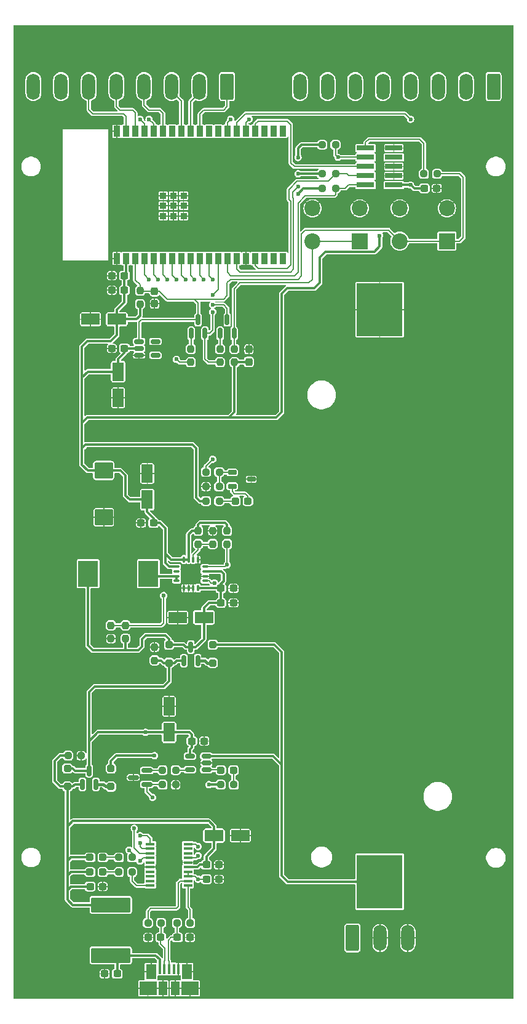
<source format=gbr>
G04 #@! TF.GenerationSoftware,KiCad,Pcbnew,8.0.5-8.0.5-0~ubuntu24.04.1*
G04 #@! TF.CreationDate,2024-10-05T12:28:55+03:00*
G04 #@! TF.ProjectId,esp32-main,65737033-322d-46d6-9169-6e2e6b696361,A*
G04 #@! TF.SameCoordinates,Original*
G04 #@! TF.FileFunction,Copper,L1,Top*
G04 #@! TF.FilePolarity,Positive*
%FSLAX46Y46*%
G04 Gerber Fmt 4.6, Leading zero omitted, Abs format (unit mm)*
G04 Created by KiCad (PCBNEW 8.0.5-8.0.5-0~ubuntu24.04.1) date 2024-10-05 12:28:55*
%MOMM*%
%LPD*%
G01*
G04 APERTURE LIST*
G04 Aperture macros list*
%AMRoundRect*
0 Rectangle with rounded corners*
0 $1 Rounding radius*
0 $2 $3 $4 $5 $6 $7 $8 $9 X,Y pos of 4 corners*
0 Add a 4 corners polygon primitive as box body*
4,1,4,$2,$3,$4,$5,$6,$7,$8,$9,$2,$3,0*
0 Add four circle primitives for the rounded corners*
1,1,$1+$1,$2,$3*
1,1,$1+$1,$4,$5*
1,1,$1+$1,$6,$7*
1,1,$1+$1,$8,$9*
0 Add four rect primitives between the rounded corners*
20,1,$1+$1,$2,$3,$4,$5,0*
20,1,$1+$1,$4,$5,$6,$7,0*
20,1,$1+$1,$6,$7,$8,$9,0*
20,1,$1+$1,$8,$9,$2,$3,0*%
G04 Aperture macros list end*
G04 #@! TA.AperFunction,HeatsinkPad*
%ADD10C,0.600000*%
G04 #@! TD*
G04 #@! TA.AperFunction,SMDPad,CuDef*
%ADD11RoundRect,0.087500X-0.325000X-0.087500X0.325000X-0.087500X0.325000X0.087500X-0.325000X0.087500X0*%
G04 #@! TD*
G04 #@! TA.AperFunction,SMDPad,CuDef*
%ADD12RoundRect,0.087500X-0.087500X-0.325000X0.087500X-0.325000X0.087500X0.325000X-0.087500X0.325000X0*%
G04 #@! TD*
G04 #@! TA.AperFunction,HeatsinkPad*
%ADD13R,2.700000X2.700000*%
G04 #@! TD*
G04 #@! TA.AperFunction,ComponentPad*
%ADD14R,2.200000X2.200000*%
G04 #@! TD*
G04 #@! TA.AperFunction,ComponentPad*
%ADD15C,2.200000*%
G04 #@! TD*
G04 #@! TA.AperFunction,SMDPad,CuDef*
%ADD16RoundRect,0.237500X-0.237500X0.300000X-0.237500X-0.300000X0.237500X-0.300000X0.237500X0.300000X0*%
G04 #@! TD*
G04 #@! TA.AperFunction,SMDPad,CuDef*
%ADD17R,2.700000X3.600000*%
G04 #@! TD*
G04 #@! TA.AperFunction,SMDPad,CuDef*
%ADD18RoundRect,0.237500X0.237500X-0.250000X0.237500X0.250000X-0.237500X0.250000X-0.237500X-0.250000X0*%
G04 #@! TD*
G04 #@! TA.AperFunction,SMDPad,CuDef*
%ADD19RoundRect,0.237500X0.250000X0.237500X-0.250000X0.237500X-0.250000X-0.237500X0.250000X-0.237500X0*%
G04 #@! TD*
G04 #@! TA.AperFunction,SMDPad,CuDef*
%ADD20RoundRect,0.237500X-0.237500X0.250000X-0.237500X-0.250000X0.237500X-0.250000X0.237500X0.250000X0*%
G04 #@! TD*
G04 #@! TA.AperFunction,SMDPad,CuDef*
%ADD21RoundRect,0.237500X-0.300000X-0.237500X0.300000X-0.237500X0.300000X0.237500X-0.300000X0.237500X0*%
G04 #@! TD*
G04 #@! TA.AperFunction,SMDPad,CuDef*
%ADD22RoundRect,0.237500X-0.250000X-0.237500X0.250000X-0.237500X0.250000X0.237500X-0.250000X0.237500X0*%
G04 #@! TD*
G04 #@! TA.AperFunction,SMDPad,CuDef*
%ADD23RoundRect,0.162500X-0.447500X-0.162500X0.447500X-0.162500X0.447500X0.162500X-0.447500X0.162500X0*%
G04 #@! TD*
G04 #@! TA.AperFunction,SMDPad,CuDef*
%ADD24RoundRect,0.250000X0.250000X-0.250000X0.250000X0.250000X-0.250000X0.250000X-0.250000X-0.250000X0*%
G04 #@! TD*
G04 #@! TA.AperFunction,SMDPad,CuDef*
%ADD25RoundRect,0.250000X-0.550000X1.050000X-0.550000X-1.050000X0.550000X-1.050000X0.550000X1.050000X0*%
G04 #@! TD*
G04 #@! TA.AperFunction,SMDPad,CuDef*
%ADD26RoundRect,0.150000X0.512500X0.150000X-0.512500X0.150000X-0.512500X-0.150000X0.512500X-0.150000X0*%
G04 #@! TD*
G04 #@! TA.AperFunction,SMDPad,CuDef*
%ADD27RoundRect,0.250000X0.550000X-1.050000X0.550000X1.050000X-0.550000X1.050000X-0.550000X-1.050000X0*%
G04 #@! TD*
G04 #@! TA.AperFunction,SMDPad,CuDef*
%ADD28R,0.450000X1.380000*%
G04 #@! TD*
G04 #@! TA.AperFunction,SMDPad,CuDef*
%ADD29R,2.375000X1.900000*%
G04 #@! TD*
G04 #@! TA.AperFunction,SMDPad,CuDef*
%ADD30R,1.475000X2.100000*%
G04 #@! TD*
G04 #@! TA.AperFunction,SMDPad,CuDef*
%ADD31R,1.175000X1.900000*%
G04 #@! TD*
G04 #@! TA.AperFunction,ComponentPad*
%ADD32RoundRect,0.250000X-0.650000X-1.550000X0.650000X-1.550000X0.650000X1.550000X-0.650000X1.550000X0*%
G04 #@! TD*
G04 #@! TA.AperFunction,ComponentPad*
%ADD33O,1.800000X3.600000*%
G04 #@! TD*
G04 #@! TA.AperFunction,SMDPad,CuDef*
%ADD34RoundRect,0.237500X0.237500X-0.300000X0.237500X0.300000X-0.237500X0.300000X-0.237500X-0.300000X0*%
G04 #@! TD*
G04 #@! TA.AperFunction,SMDPad,CuDef*
%ADD35RoundRect,0.250000X-1.025000X0.875000X-1.025000X-0.875000X1.025000X-0.875000X1.025000X0.875000X0*%
G04 #@! TD*
G04 #@! TA.AperFunction,SMDPad,CuDef*
%ADD36RoundRect,0.237500X0.300000X0.237500X-0.300000X0.237500X-0.300000X-0.237500X0.300000X-0.237500X0*%
G04 #@! TD*
G04 #@! TA.AperFunction,SMDPad,CuDef*
%ADD37RoundRect,0.250000X-0.250000X0.250000X-0.250000X-0.250000X0.250000X-0.250000X0.250000X0.250000X0*%
G04 #@! TD*
G04 #@! TA.AperFunction,SMDPad,CuDef*
%ADD38R,2.400000X0.740000*%
G04 #@! TD*
G04 #@! TA.AperFunction,SMDPad,CuDef*
%ADD39R,0.900000X1.500000*%
G04 #@! TD*
G04 #@! TA.AperFunction,SMDPad,CuDef*
%ADD40R,0.900000X0.900000*%
G04 #@! TD*
G04 #@! TA.AperFunction,SMDPad,CuDef*
%ADD41RoundRect,0.250001X2.474999X-0.799999X2.474999X0.799999X-2.474999X0.799999X-2.474999X-0.799999X0*%
G04 #@! TD*
G04 #@! TA.AperFunction,SMDPad,CuDef*
%ADD42R,1.200000X0.400000*%
G04 #@! TD*
G04 #@! TA.AperFunction,SMDPad,CuDef*
%ADD43RoundRect,0.237500X0.287500X0.237500X-0.287500X0.237500X-0.287500X-0.237500X0.287500X-0.237500X0*%
G04 #@! TD*
G04 #@! TA.AperFunction,SMDPad,CuDef*
%ADD44RoundRect,0.250000X-1.050000X-0.550000X1.050000X-0.550000X1.050000X0.550000X-1.050000X0.550000X0*%
G04 #@! TD*
G04 #@! TA.AperFunction,SMDPad,CuDef*
%ADD45RoundRect,0.150000X0.587500X0.150000X-0.587500X0.150000X-0.587500X-0.150000X0.587500X-0.150000X0*%
G04 #@! TD*
G04 #@! TA.AperFunction,SMDPad,CuDef*
%ADD46RoundRect,0.237500X-0.287500X-0.237500X0.287500X-0.237500X0.287500X0.237500X-0.287500X0.237500X0*%
G04 #@! TD*
G04 #@! TA.AperFunction,SMDPad,CuDef*
%ADD47RoundRect,0.150000X0.150000X-0.587500X0.150000X0.587500X-0.150000X0.587500X-0.150000X-0.587500X0*%
G04 #@! TD*
G04 #@! TA.AperFunction,SMDPad,CuDef*
%ADD48RoundRect,0.150000X-0.512500X-0.150000X0.512500X-0.150000X0.512500X0.150000X-0.512500X0.150000X0*%
G04 #@! TD*
G04 #@! TA.AperFunction,SMDPad,CuDef*
%ADD49RoundRect,0.250000X1.050000X0.550000X-1.050000X0.550000X-1.050000X-0.550000X1.050000X-0.550000X0*%
G04 #@! TD*
G04 #@! TA.AperFunction,ComponentPad*
%ADD50RoundRect,0.250000X0.650000X1.550000X-0.650000X1.550000X-0.650000X-1.550000X0.650000X-1.550000X0*%
G04 #@! TD*
G04 #@! TA.AperFunction,SMDPad,CuDef*
%ADD51R,6.350000X7.340000*%
G04 #@! TD*
G04 #@! TA.AperFunction,ViaPad*
%ADD52C,0.600000*%
G04 #@! TD*
G04 #@! TA.AperFunction,Conductor*
%ADD53C,0.300000*%
G04 #@! TD*
G04 #@! TA.AperFunction,Conductor*
%ADD54C,0.200000*%
G04 #@! TD*
G04 #@! TA.AperFunction,Conductor*
%ADD55C,0.400000*%
G04 #@! TD*
G04 APERTURE END LIST*
D10*
X134500000Y-96500000D03*
X135500000Y-97500000D03*
D11*
X133037500Y-96025000D03*
X133037500Y-96675000D03*
X133037500Y-97325000D03*
X133037500Y-97975000D03*
D12*
X134025000Y-98962500D03*
X134675000Y-98962500D03*
X135325000Y-98962500D03*
X135975000Y-98962500D03*
D11*
X136962500Y-97975000D03*
X136962500Y-97325000D03*
X136962500Y-96675000D03*
X136962500Y-96025000D03*
D12*
X135975000Y-95037500D03*
X135325000Y-95037500D03*
X134675000Y-95037500D03*
X134025000Y-95037500D03*
D13*
X135000000Y-97000000D03*
D10*
X135500000Y-96500000D03*
X134500000Y-97500000D03*
D14*
X170250000Y-51250000D03*
D15*
X163750000Y-51250000D03*
X170250000Y-46750000D03*
X163750000Y-46750000D03*
D14*
X158250000Y-51250000D03*
D15*
X151750000Y-51250000D03*
X158250000Y-46750000D03*
X151750000Y-46750000D03*
D16*
X130000000Y-58137500D03*
X130000000Y-59862500D03*
D17*
X120850000Y-97000000D03*
X129150000Y-97000000D03*
D18*
X138000000Y-92912500D03*
X138000000Y-91087500D03*
D19*
X132912500Y-124000000D03*
X131087500Y-124000000D03*
D20*
X140000000Y-91087500D03*
X140000000Y-92912500D03*
D21*
X139137500Y-99000000D03*
X140862500Y-99000000D03*
D22*
X167087500Y-42000000D03*
X168912500Y-42000000D03*
D23*
X140690000Y-83050000D03*
X140690000Y-84950000D03*
X143310000Y-84000000D03*
D24*
X124000000Y-126250000D03*
X124000000Y-123750000D03*
D25*
X125000000Y-69200000D03*
X125000000Y-72800000D03*
D19*
X132912500Y-126000000D03*
X131087500Y-126000000D03*
D21*
X135137500Y-120000000D03*
X136862500Y-120000000D03*
D26*
X137137500Y-123950000D03*
X137137500Y-123000000D03*
X137137500Y-122050000D03*
X134862500Y-122050000D03*
X134862500Y-123950000D03*
D27*
X132000000Y-118800000D03*
X132000000Y-115200000D03*
D28*
X130700000Y-151340000D03*
X131350000Y-151340000D03*
X132000000Y-151340000D03*
X132650000Y-151340000D03*
X133300000Y-151340000D03*
D29*
X134912500Y-154000000D03*
D30*
X134462500Y-151700000D03*
D31*
X132837500Y-154000000D03*
X131162500Y-154000000D03*
D30*
X129537500Y-151700000D03*
D29*
X129087500Y-154000000D03*
D22*
X139087500Y-126000000D03*
X140912500Y-126000000D03*
D32*
X157245000Y-147067500D03*
D33*
X161055000Y-147067500D03*
X164865000Y-147067500D03*
D34*
X143000000Y-67862500D03*
X143000000Y-66137500D03*
D19*
X126912500Y-138000000D03*
X125087500Y-138000000D03*
D35*
X123000000Y-82800000D03*
X123000000Y-89200000D03*
D19*
X138912500Y-83000000D03*
X137087500Y-83000000D03*
D36*
X125862500Y-58000000D03*
X124137500Y-58000000D03*
D21*
X137137500Y-139000000D03*
X138862500Y-139000000D03*
D20*
X135000000Y-66087500D03*
X135000000Y-67912500D03*
D37*
X132000000Y-106750000D03*
X132000000Y-109250000D03*
D38*
X162950000Y-43540000D03*
X159050000Y-43540000D03*
X162950000Y-42270000D03*
X159050000Y-42270000D03*
X162950000Y-41000000D03*
X159050000Y-41000000D03*
X162950000Y-39730000D03*
X159050000Y-39730000D03*
X162950000Y-38460000D03*
X159050000Y-38460000D03*
D39*
X124805000Y-53650000D03*
X126075000Y-53650000D03*
X127345000Y-53650000D03*
X128615000Y-53650000D03*
X129885000Y-53650000D03*
X131155000Y-53650000D03*
X132425000Y-53650000D03*
X133695000Y-53650000D03*
X134965000Y-53650000D03*
X136235000Y-53650000D03*
X137505000Y-53650000D03*
X138775000Y-53650000D03*
X140045000Y-53650000D03*
X141315000Y-53650000D03*
X142585000Y-53650000D03*
X143855000Y-53650000D03*
X145125000Y-53650000D03*
X146395000Y-53650000D03*
X147665000Y-53650000D03*
X147665000Y-36150000D03*
X146395000Y-36150000D03*
X145125000Y-36150000D03*
X143855000Y-36150000D03*
X142585000Y-36150000D03*
X141315000Y-36150000D03*
X140045000Y-36150000D03*
X138775000Y-36150000D03*
X137505000Y-36150000D03*
X136235000Y-36150000D03*
X134965000Y-36150000D03*
X133695000Y-36150000D03*
X132425000Y-36150000D03*
X131155000Y-36150000D03*
X129885000Y-36150000D03*
X128615000Y-36150000D03*
X127345000Y-36150000D03*
X126075000Y-36150000D03*
X124805000Y-36150000D03*
D40*
X131200000Y-47805000D03*
X132600000Y-47800000D03*
X134000000Y-47800000D03*
X131200000Y-46400000D03*
X132600000Y-46400000D03*
X134000000Y-46400000D03*
X131200000Y-45000000D03*
X132600000Y-45000000D03*
X134000000Y-45000000D03*
D19*
X154912500Y-44000000D03*
X153087500Y-44000000D03*
D41*
X124000000Y-149475000D03*
X124000000Y-142525000D03*
D19*
X154912500Y-42000000D03*
X153087500Y-42000000D03*
D18*
X124000000Y-105912500D03*
X124000000Y-104087500D03*
D42*
X129400000Y-134142500D03*
X129400000Y-134777500D03*
X129400000Y-135412500D03*
X129400000Y-136047500D03*
X129400000Y-136682500D03*
X129400000Y-137317500D03*
X129400000Y-137952500D03*
X129400000Y-138587500D03*
X129400000Y-139222500D03*
X129400000Y-139857500D03*
X134600000Y-139857500D03*
X134600000Y-139222500D03*
X134600000Y-138587500D03*
X134600000Y-137952500D03*
X134600000Y-137317500D03*
X134600000Y-136682500D03*
X134600000Y-136047500D03*
X134600000Y-135412500D03*
X134600000Y-134777500D03*
X134600000Y-134142500D03*
D19*
X154912500Y-38000000D03*
X153087500Y-38000000D03*
D43*
X122875000Y-138000000D03*
X121125000Y-138000000D03*
D44*
X138200000Y-133000000D03*
X141800000Y-133000000D03*
D45*
X128937500Y-125950000D03*
X128937500Y-124050000D03*
X127062500Y-125000000D03*
D37*
X118000000Y-123750000D03*
X118000000Y-126250000D03*
D22*
X129087500Y-145000000D03*
X130912500Y-145000000D03*
D20*
X136000000Y-91087500D03*
X136000000Y-92912500D03*
D21*
X137137500Y-137000000D03*
X138862500Y-137000000D03*
D19*
X126912500Y-136000000D03*
X125087500Y-136000000D03*
D36*
X124862500Y-152000000D03*
X123137500Y-152000000D03*
D46*
X139125000Y-124000000D03*
X140875000Y-124000000D03*
D22*
X137087500Y-87000000D03*
X138912500Y-87000000D03*
D47*
X135050000Y-63937500D03*
X136950000Y-63937500D03*
X136000000Y-62062500D03*
D48*
X127862500Y-65050000D03*
X127862500Y-66000000D03*
X127862500Y-66950000D03*
X130137500Y-66950000D03*
X130137500Y-65050000D03*
D19*
X134912500Y-145000000D03*
X133087500Y-145000000D03*
D18*
X141000000Y-67912500D03*
X141000000Y-66087500D03*
D49*
X136800000Y-103000000D03*
X133200000Y-103000000D03*
D20*
X139000000Y-66087500D03*
X139000000Y-67912500D03*
D43*
X122875000Y-136000000D03*
X121125000Y-136000000D03*
D36*
X129862500Y-90000000D03*
X128137500Y-90000000D03*
D47*
X139050000Y-63937500D03*
X140950000Y-63937500D03*
X140000000Y-62062500D03*
D50*
X140000000Y-30000000D03*
D33*
X136190000Y-30000000D03*
X132380000Y-30000000D03*
X128570000Y-30000000D03*
X124760000Y-30000000D03*
X120950000Y-30000000D03*
X117140000Y-30000000D03*
X113330000Y-30000000D03*
D51*
X161000000Y-139330000D03*
X161000000Y-60670000D03*
D49*
X124800000Y-62000000D03*
X121200000Y-62000000D03*
D20*
X130000000Y-107087500D03*
X130000000Y-108912500D03*
D24*
X138000000Y-109250000D03*
X138000000Y-106750000D03*
D50*
X176670000Y-30000000D03*
D33*
X172860000Y-30000000D03*
X169050000Y-30000000D03*
X165240000Y-30000000D03*
X161430000Y-30000000D03*
X157620000Y-30000000D03*
X153810000Y-30000000D03*
X150000000Y-30000000D03*
D43*
X142875000Y-87000000D03*
X141125000Y-87000000D03*
D47*
X134050000Y-108937500D03*
X135950000Y-108937500D03*
X135000000Y-107062500D03*
D21*
X167137500Y-44000000D03*
X168862500Y-44000000D03*
D19*
X119912500Y-122000000D03*
X118087500Y-122000000D03*
X138912500Y-85000000D03*
X137087500Y-85000000D03*
D21*
X139137500Y-101000000D03*
X140862500Y-101000000D03*
D18*
X128000000Y-59912500D03*
X128000000Y-58087500D03*
X126000000Y-105912500D03*
X126000000Y-104087500D03*
D36*
X125862500Y-56000000D03*
X124137500Y-56000000D03*
D27*
X129000000Y-86800000D03*
X129000000Y-83200000D03*
D47*
X120050000Y-125937500D03*
X121950000Y-125937500D03*
X121000000Y-124062500D03*
D21*
X133137500Y-147000000D03*
X134862500Y-147000000D03*
D36*
X125862500Y-66000000D03*
X124137500Y-66000000D03*
D21*
X121137500Y-140000000D03*
X122862500Y-140000000D03*
D36*
X130862500Y-147000000D03*
X129137500Y-147000000D03*
D52*
X132000000Y-64000000D03*
X123000000Y-120000000D03*
X115000000Y-100000000D03*
X175000000Y-80000000D03*
X115000000Y-110000000D03*
X146000000Y-105000000D03*
X145000000Y-128000000D03*
X122000000Y-67000000D03*
X146000000Y-80000000D03*
X146000000Y-104000000D03*
X146000000Y-109000000D03*
X145000000Y-79000000D03*
X132000000Y-61000000D03*
X146000000Y-58000000D03*
X145000000Y-105000000D03*
X131000000Y-61000000D03*
X145000000Y-108000000D03*
X145000000Y-109000000D03*
X175000000Y-50000000D03*
X146000000Y-127000000D03*
X175000000Y-60000000D03*
X132000000Y-63000000D03*
X115000000Y-60000000D03*
X146000000Y-128000000D03*
X121000000Y-67000000D03*
X131000000Y-133000000D03*
X132000000Y-60000000D03*
X115000000Y-80000000D03*
X146000000Y-59000000D03*
X123000000Y-121000000D03*
X175000000Y-120000000D03*
X115000000Y-120000000D03*
X115000000Y-90000000D03*
X175000000Y-70000000D03*
X133000000Y-133000000D03*
X138750000Y-94500000D03*
X131000000Y-63000000D03*
X175000000Y-130000000D03*
X175000000Y-110000000D03*
X146000000Y-79000000D03*
X145000000Y-58000000D03*
X138750000Y-97500000D03*
X132000000Y-141000000D03*
X132000000Y-133000000D03*
X175000000Y-90000000D03*
X115000000Y-50000000D03*
X115000000Y-70000000D03*
X122000000Y-121000000D03*
X115000000Y-130000000D03*
X123000000Y-67000000D03*
X175000000Y-100000000D03*
X149750000Y-42000000D03*
X161000000Y-50500000D03*
X149750000Y-44750000D03*
X165250000Y-43540000D03*
X149750000Y-39750000D03*
X127199997Y-132000000D03*
X136000000Y-139000000D03*
X149750000Y-43750000D03*
X155250000Y-39730000D03*
X131750000Y-56500000D03*
X135500000Y-56500000D03*
X133000000Y-56500000D03*
X130500000Y-56500000D03*
X134250000Y-56500000D03*
X129250000Y-56500000D03*
X136750000Y-56500000D03*
X138000000Y-56500000D03*
X138000000Y-61000000D03*
X128000000Y-134000000D03*
X165250000Y-34500000D03*
X133000000Y-67500000D03*
X128000000Y-133000000D03*
X138000000Y-60000000D03*
X138000000Y-58650000D03*
X129750000Y-127750000D03*
X126500000Y-135000000D03*
X136000000Y-135750000D03*
X138250000Y-98250000D03*
X131250000Y-100000000D03*
X143000000Y-34500000D03*
X140000000Y-95750000D03*
X140500000Y-34500000D03*
X138000000Y-81250000D03*
X128000000Y-136500000D03*
X129250000Y-34500000D03*
X136000000Y-134500000D03*
X128000000Y-34500000D03*
X137500000Y-126000000D03*
X128750000Y-118800000D03*
X130000000Y-122000000D03*
D53*
X161000000Y-139330000D02*
X148330000Y-139330000D01*
X148330000Y-139330000D02*
X147500000Y-138500000D01*
X147500000Y-138500000D02*
X147500000Y-123250000D01*
X147500000Y-123250000D02*
X147500000Y-107750000D01*
X146500000Y-106750000D02*
X138000000Y-106750000D01*
X147500000Y-107750000D02*
X146500000Y-106750000D01*
X147500000Y-123250000D02*
X146300000Y-122050000D01*
X146300000Y-122050000D02*
X137137500Y-122050000D01*
X125000000Y-69200000D02*
X125000000Y-67500000D01*
X152750000Y-57000000D02*
X152000000Y-57750000D01*
X147500000Y-58500000D02*
X147500000Y-74750000D01*
X136250000Y-87000000D02*
X135750000Y-86500000D01*
X127500000Y-62000000D02*
X124800000Y-62000000D01*
X139750000Y-90000000D02*
X140000000Y-90250000D01*
X167137500Y-44000000D02*
X165750000Y-44000000D01*
X146750000Y-75500000D02*
X140250000Y-75500000D01*
X152750000Y-53500000D02*
X152750000Y-57000000D01*
X124000000Y-65000000D02*
X124800000Y-64200000D01*
X120800000Y-82800000D02*
X120000000Y-82000000D01*
X120000000Y-65750000D02*
X120750000Y-65000000D01*
X124800000Y-64200000D02*
X124800000Y-62000000D01*
X123000000Y-82800000D02*
X120800000Y-82800000D01*
X134675000Y-95037500D02*
X134675000Y-91575000D01*
X126075000Y-55787500D02*
X125862500Y-56000000D01*
X131500000Y-90750000D02*
X130750000Y-90000000D01*
X149750000Y-39750000D02*
X149750000Y-38500000D01*
X141000000Y-67912500D02*
X142950000Y-67912500D01*
X125862500Y-66000000D02*
X127862500Y-66000000D01*
X120000000Y-79750000D02*
X120000000Y-81500000D01*
X142950000Y-67912500D02*
X143000000Y-67862500D01*
X124800000Y-60700000D02*
X125862500Y-59637500D01*
X150250000Y-38000000D02*
X153087500Y-38000000D01*
X128000000Y-59912500D02*
X128000000Y-61500000D01*
X141000000Y-67912500D02*
X141000000Y-74750000D01*
X124800000Y-62000000D02*
X124800000Y-60700000D01*
X126075000Y-53650000D02*
X126075000Y-55787500D01*
X131500000Y-94250000D02*
X131500000Y-90750000D01*
X140250000Y-75500000D02*
X120750000Y-75500000D01*
X149750000Y-38500000D02*
X150250000Y-38000000D01*
X160300000Y-52700000D02*
X153550000Y-52700000D01*
X129862500Y-90000000D02*
X129862500Y-89362500D01*
X120500000Y-79250000D02*
X120000000Y-79750000D01*
X135750000Y-86500000D02*
X135750000Y-79750000D01*
X165250000Y-43540000D02*
X162950000Y-43540000D01*
X126000000Y-86250000D02*
X126000000Y-83500000D01*
X135162500Y-91087500D02*
X136000000Y-91087500D01*
X136250000Y-90000000D02*
X139750000Y-90000000D01*
X161000000Y-52000000D02*
X160300000Y-52700000D01*
X135250000Y-79250000D02*
X120500000Y-79250000D01*
X153087500Y-44000000D02*
X150500000Y-44000000D01*
X136000000Y-91087500D02*
X136000000Y-90250000D01*
X125862500Y-58000000D02*
X125862500Y-56000000D01*
X125862500Y-59637500D02*
X125862500Y-58000000D01*
X132025000Y-96025000D02*
X131500000Y-95500000D01*
X125000000Y-67500000D02*
X125862500Y-66637500D01*
X140000000Y-90250000D02*
X140000000Y-91087500D01*
X150500000Y-44000000D02*
X149750000Y-44750000D01*
X147500000Y-74750000D02*
X146750000Y-75500000D01*
X153087500Y-42000000D02*
X149750000Y-42000000D01*
X120000000Y-76250000D02*
X120000000Y-70000000D01*
X126550000Y-86800000D02*
X126000000Y-86250000D01*
X134025000Y-95037500D02*
X132287500Y-95037500D01*
X134675000Y-91575000D02*
X135162500Y-91087500D01*
X120000000Y-70000000D02*
X120000000Y-65750000D01*
X165750000Y-44000000D02*
X165290000Y-43540000D01*
X137087500Y-87000000D02*
X136250000Y-87000000D01*
X134675000Y-95037500D02*
X134025000Y-95037500D01*
X153550000Y-52700000D02*
X152750000Y-53500000D01*
X125862500Y-66637500D02*
X125862500Y-66000000D01*
X136000000Y-90250000D02*
X136250000Y-90000000D01*
X120000000Y-81500000D02*
X120000000Y-76250000D01*
X120750000Y-75500000D02*
X120000000Y-76250000D01*
X120000000Y-82000000D02*
X120000000Y-81500000D01*
X133037500Y-96025000D02*
X132025000Y-96025000D01*
X161000000Y-50500000D02*
X161000000Y-52000000D01*
X120000000Y-70000000D02*
X120800000Y-69200000D01*
X126000000Y-83500000D02*
X125300000Y-82800000D01*
X129000000Y-86800000D02*
X126550000Y-86800000D01*
X135750000Y-79750000D02*
X135250000Y-79250000D01*
X129000000Y-88500000D02*
X129000000Y-86800000D01*
X129862500Y-89362500D02*
X129000000Y-88500000D01*
X141000000Y-74750000D02*
X140250000Y-75500000D01*
X125300000Y-82800000D02*
X123000000Y-82800000D01*
X132287500Y-95037500D02*
X131500000Y-94250000D01*
X128000000Y-61500000D02*
X127500000Y-62000000D01*
X131500000Y-95500000D02*
X131500000Y-94250000D01*
X165290000Y-43540000D02*
X165250000Y-43540000D01*
X120800000Y-69200000D02*
X125000000Y-69200000D01*
X148250000Y-57750000D02*
X147500000Y-58500000D01*
X130750000Y-90000000D02*
X129862500Y-90000000D01*
X120750000Y-65000000D02*
X124000000Y-65000000D01*
X152000000Y-57750000D02*
X148250000Y-57750000D01*
D54*
X131750000Y-59250000D02*
X135500000Y-59250000D01*
X128000000Y-57250000D02*
X128000000Y-58087500D01*
X172500000Y-50750000D02*
X172000000Y-51250000D01*
X163750000Y-51250000D02*
X162250000Y-49750000D01*
X140000000Y-57000000D02*
X140000000Y-58750000D01*
X127345000Y-56595000D02*
X128000000Y-57250000D01*
X135500000Y-59250000D02*
X136000000Y-59750000D01*
X140500000Y-56500000D02*
X140000000Y-57000000D01*
X136000000Y-59750000D02*
X136000000Y-62062500D01*
X127862500Y-65050000D02*
X127862500Y-62387500D01*
X162250000Y-49750000D02*
X150750000Y-49750000D01*
X128050000Y-58137500D02*
X128000000Y-58087500D01*
X128187500Y-62062500D02*
X136000000Y-62062500D01*
X139500000Y-59250000D02*
X135500000Y-59250000D01*
X149750000Y-56500000D02*
X140500000Y-56500000D01*
X172000000Y-42000000D02*
X172500000Y-42500000D01*
X172000000Y-51250000D02*
X170250000Y-51250000D01*
X172500000Y-42500000D02*
X172500000Y-50750000D01*
X127862500Y-62387500D02*
X128187500Y-62062500D01*
X150250000Y-50250000D02*
X150250000Y-56000000D01*
X170250000Y-51250000D02*
X163750000Y-51250000D01*
X130000000Y-58137500D02*
X128050000Y-58137500D01*
X168912500Y-42000000D02*
X172000000Y-42000000D01*
X130637500Y-58137500D02*
X131750000Y-59250000D01*
X150250000Y-56000000D02*
X149750000Y-56500000D01*
X127345000Y-53650000D02*
X127345000Y-56595000D01*
X140000000Y-58750000D02*
X139500000Y-59250000D01*
X150750000Y-49750000D02*
X150250000Y-50250000D01*
X130000000Y-58137500D02*
X130637500Y-58137500D01*
D53*
X117000000Y-126250000D02*
X116250000Y-125500000D01*
X118500000Y-140000000D02*
X118000000Y-140500000D01*
X137137500Y-135862500D02*
X138200000Y-134800000D01*
X137137500Y-137000000D02*
X137137500Y-135862500D01*
X116250000Y-125500000D02*
X116250000Y-122750000D01*
X138200000Y-131700000D02*
X137500000Y-131000000D01*
X121137500Y-140000000D02*
X118500000Y-140000000D01*
X135932500Y-137317500D02*
X134600000Y-137317500D01*
X138200000Y-134800000D02*
X138200000Y-133000000D01*
X120050000Y-125937500D02*
X119062500Y-125937500D01*
X118500000Y-138000000D02*
X118000000Y-138500000D01*
X118000000Y-138500000D02*
X118000000Y-136500000D01*
X118500000Y-136000000D02*
X118000000Y-136500000D01*
X118750000Y-126250000D02*
X118000000Y-126250000D01*
X136250000Y-137000000D02*
X135932500Y-137317500D01*
X118000000Y-140500000D02*
X118000000Y-138500000D01*
X118000000Y-131750000D02*
X118000000Y-126250000D01*
X118750000Y-142525000D02*
X118000000Y-141775000D01*
X124000000Y-142525000D02*
X118750000Y-142525000D01*
X119062500Y-125937500D02*
X118750000Y-126250000D01*
X116250000Y-122750000D02*
X117000000Y-122000000D01*
X138200000Y-133000000D02*
X138200000Y-131700000D01*
X121125000Y-138000000D02*
X118500000Y-138000000D01*
X118000000Y-136500000D02*
X118000000Y-131750000D01*
X121125000Y-136000000D02*
X118500000Y-136000000D01*
X118000000Y-126250000D02*
X117000000Y-126250000D01*
X118000000Y-141775000D02*
X118000000Y-140500000D01*
X137137500Y-137000000D02*
X136250000Y-137000000D01*
X117000000Y-122000000D02*
X118087500Y-122000000D01*
X137500000Y-131000000D02*
X118750000Y-131000000D01*
X118750000Y-131000000D02*
X118000000Y-131750000D01*
X130700000Y-150000000D02*
X130175000Y-149475000D01*
X130700000Y-151340000D02*
X130700000Y-150000000D01*
X124862500Y-150337500D02*
X124000000Y-149475000D01*
X124862500Y-152000000D02*
X124862500Y-150337500D01*
X130175000Y-149475000D02*
X124000000Y-149475000D01*
D54*
X130912500Y-146950000D02*
X130912500Y-145000000D01*
X130862500Y-147862500D02*
X130862500Y-147000000D01*
X130862500Y-147000000D02*
X130912500Y-146950000D01*
X131350000Y-150304999D02*
X131450000Y-150204999D01*
X131450000Y-148450000D02*
X130862500Y-147862500D01*
X131350000Y-151340000D02*
X131350000Y-150304999D01*
X131450000Y-150204999D02*
X131450000Y-148450000D01*
X133087500Y-146950000D02*
X133137500Y-147000000D01*
X131900000Y-147350000D02*
X132250000Y-147000000D01*
X131900000Y-150204999D02*
X131900000Y-147350000D01*
X132000000Y-151340000D02*
X132000000Y-150304999D01*
X132250000Y-147000000D02*
X133137500Y-147000000D01*
X132000000Y-150304999D02*
X131900000Y-150204999D01*
X133087500Y-145000000D02*
X133087500Y-146950000D01*
X134600000Y-138587500D02*
X134600000Y-137952500D01*
X127199997Y-132000000D02*
X127199997Y-134699997D01*
X127912500Y-135412500D02*
X129400000Y-135412500D01*
X135587500Y-138587500D02*
X134600000Y-138587500D01*
X127199997Y-134699997D02*
X127912500Y-135412500D01*
X136000000Y-139000000D02*
X137137500Y-139000000D01*
X136000000Y-139000000D02*
X135587500Y-138587500D01*
D53*
X135687500Y-107062500D02*
X136800000Y-105950000D01*
X136962500Y-96675000D02*
X139175000Y-96675000D01*
X121500000Y-107500000D02*
X126000000Y-107500000D01*
X135000000Y-107062500D02*
X134312500Y-107062500D01*
X126000000Y-107500000D02*
X127750000Y-107500000D01*
X139137500Y-98362500D02*
X139137500Y-99000000D01*
X139500000Y-97000000D02*
X139500000Y-98000000D01*
X134312500Y-107062500D02*
X134000000Y-106750000D01*
X136800000Y-103000000D02*
X136800000Y-101700000D01*
X127750000Y-107500000D02*
X128250000Y-107000000D01*
X120850000Y-97000000D02*
X120850000Y-106850000D01*
X137500000Y-101000000D02*
X139137500Y-101000000D01*
X139175000Y-96675000D02*
X139500000Y-97000000D01*
X139500000Y-98000000D02*
X139137500Y-98362500D01*
X139100000Y-98962500D02*
X139137500Y-99000000D01*
X134000000Y-106750000D02*
X132000000Y-106750000D01*
X136800000Y-101700000D02*
X137500000Y-101000000D01*
X135975000Y-98962500D02*
X139100000Y-98962500D01*
X136800000Y-105950000D02*
X136800000Y-103000000D01*
X128250000Y-106000000D02*
X128750000Y-105500000D01*
X132000000Y-106000000D02*
X132000000Y-106750000D01*
X126000000Y-105912500D02*
X126000000Y-107500000D01*
X139137500Y-99000000D02*
X139137500Y-101000000D01*
X128250000Y-107000000D02*
X128250000Y-106000000D01*
X131500000Y-105500000D02*
X132000000Y-106000000D01*
X135000000Y-107062500D02*
X135687500Y-107062500D01*
X128750000Y-105500000D02*
X131500000Y-105500000D01*
X120850000Y-106850000D02*
X121500000Y-107500000D01*
D54*
X122875000Y-136000000D02*
X125087500Y-136000000D01*
X122875000Y-138000000D02*
X125087500Y-138000000D01*
D55*
X137250000Y-109250000D02*
X138000000Y-109250000D01*
X136937500Y-108937500D02*
X137250000Y-109250000D01*
X135950000Y-108937500D02*
X136937500Y-108937500D01*
D54*
X140690000Y-85690000D02*
X141000000Y-86000000D01*
X141000000Y-86000000D02*
X142500000Y-86000000D01*
X142875000Y-86375000D02*
X142875000Y-87000000D01*
X142500000Y-86000000D02*
X142875000Y-86375000D01*
X140690000Y-84950000D02*
X140690000Y-85690000D01*
X141125000Y-87000000D02*
X138912500Y-87000000D01*
X156500000Y-42000000D02*
X154912500Y-42000000D01*
X143855000Y-54605000D02*
X144250000Y-55000000D01*
X144250000Y-55000000D02*
X148250000Y-55000000D01*
X153912500Y-43000000D02*
X154912500Y-42000000D01*
X156770000Y-42270000D02*
X156500000Y-42000000D01*
X148750000Y-54500000D02*
X148750000Y-45750000D01*
X149651471Y-43000000D02*
X153912500Y-43000000D01*
X148250000Y-55000000D02*
X148750000Y-54500000D01*
X148500000Y-45500000D02*
X148500000Y-44151471D01*
X143855000Y-53650000D02*
X143855000Y-54605000D01*
X159050000Y-42270000D02*
X156770000Y-42270000D01*
X148500000Y-44151471D02*
X149651471Y-43000000D01*
X148750000Y-45750000D02*
X148500000Y-45500000D01*
X149250000Y-56000000D02*
X149750000Y-55500000D01*
X149750000Y-46000000D02*
X150750000Y-45000000D01*
X140045000Y-55545000D02*
X140500000Y-56000000D01*
X154750000Y-45000000D02*
X154912500Y-44837500D01*
X150750000Y-45000000D02*
X154750000Y-45000000D01*
X156250000Y-44000000D02*
X154912500Y-44000000D01*
X140500000Y-56000000D02*
X149250000Y-56000000D01*
X140045000Y-53650000D02*
X140045000Y-55545000D01*
X156710000Y-43540000D02*
X156250000Y-44000000D01*
X149750000Y-55500000D02*
X149750000Y-46000000D01*
X154912500Y-44837500D02*
X154912500Y-44000000D01*
X159050000Y-43540000D02*
X156710000Y-43540000D01*
X148750000Y-55500000D02*
X141750000Y-55500000D01*
X149000000Y-45250000D02*
X149150000Y-45400000D01*
X141750000Y-55500000D02*
X141315000Y-55065000D01*
X155230000Y-39730000D02*
X154912500Y-39412500D01*
X141315000Y-55065000D02*
X141315000Y-53650000D01*
X149150000Y-45400000D02*
X149150000Y-55100000D01*
X149150000Y-55100000D02*
X148750000Y-55500000D01*
X149000000Y-44500000D02*
X149000000Y-45250000D01*
X149750000Y-43750000D02*
X149000000Y-44500000D01*
X154912500Y-39412500D02*
X154912500Y-38000000D01*
X159050000Y-39730000D02*
X155250000Y-39730000D01*
X155250000Y-39730000D02*
X155230000Y-39730000D01*
X167087500Y-37837500D02*
X166500000Y-37250000D01*
X159500000Y-37250000D02*
X159050000Y-37700000D01*
X159050000Y-37700000D02*
X159050000Y-38460000D01*
X167087500Y-42000000D02*
X167087500Y-37837500D01*
X166500000Y-37250000D02*
X159500000Y-37250000D01*
X143855000Y-36150000D02*
X143855000Y-35145000D01*
X144250000Y-34750000D02*
X148250000Y-34750000D01*
X148750000Y-35250000D02*
X148750000Y-40500000D01*
X143855000Y-35145000D02*
X144250000Y-34750000D01*
X148250000Y-34750000D02*
X148750000Y-35250000D01*
X149250000Y-41000000D02*
X159050000Y-41000000D01*
X148750000Y-40500000D02*
X149250000Y-41000000D01*
X131750000Y-56500000D02*
X131155000Y-55905000D01*
X131155000Y-55905000D02*
X131155000Y-53650000D01*
X134965000Y-55965000D02*
X134965000Y-53650000D01*
X135500000Y-56500000D02*
X134965000Y-55965000D01*
X132425000Y-55925000D02*
X132425000Y-53650000D01*
X133000000Y-56500000D02*
X132425000Y-55925000D01*
X130500000Y-56500000D02*
X129885000Y-55885000D01*
X129885000Y-55885000D02*
X129885000Y-53650000D01*
X134250000Y-56500000D02*
X133695000Y-55945000D01*
X133695000Y-55945000D02*
X133695000Y-53650000D01*
X129250000Y-56500000D02*
X128615000Y-55865000D01*
X128615000Y-55865000D02*
X128615000Y-53650000D01*
X134965000Y-36150000D02*
X134965000Y-32035000D01*
X136190000Y-30810000D02*
X136190000Y-30000000D01*
X134965000Y-32035000D02*
X136190000Y-30810000D01*
X136235000Y-55985000D02*
X136235000Y-53650000D01*
X136750000Y-56500000D02*
X136235000Y-55985000D01*
X136235000Y-36150000D02*
X136235000Y-33765000D01*
X140000000Y-32750000D02*
X140000000Y-30000000D01*
X136750000Y-33250000D02*
X139500000Y-33250000D01*
X136235000Y-33765000D02*
X136750000Y-33250000D01*
X139500000Y-33250000D02*
X140000000Y-32750000D01*
X130750000Y-33250000D02*
X129250000Y-33250000D01*
X129250000Y-33250000D02*
X128570000Y-32570000D01*
X131155000Y-33655000D02*
X130750000Y-33250000D01*
X128570000Y-32570000D02*
X128570000Y-30000000D01*
X131155000Y-36150000D02*
X131155000Y-33655000D01*
X132380000Y-30630000D02*
X132380000Y-30000000D01*
X133695000Y-36150000D02*
X133695000Y-31945000D01*
X133695000Y-31945000D02*
X132380000Y-30630000D01*
X126075000Y-36150000D02*
X126075000Y-34075000D01*
X125750000Y-33750000D02*
X121500000Y-33750000D01*
X121500000Y-33750000D02*
X120950000Y-33200000D01*
X126075000Y-34075000D02*
X125750000Y-33750000D01*
X120950000Y-33200000D02*
X120950000Y-30000000D01*
X138000000Y-56500000D02*
X137505000Y-56005000D01*
X137505000Y-56005000D02*
X137505000Y-53650000D01*
X124760000Y-32760000D02*
X124760000Y-30000000D01*
X125250000Y-33250000D02*
X124760000Y-32760000D01*
X127345000Y-36150000D02*
X127345000Y-33595000D01*
X127345000Y-33595000D02*
X127000000Y-33250000D01*
X127000000Y-33250000D02*
X125250000Y-33250000D01*
D53*
X133037500Y-97325000D02*
X129475000Y-97325000D01*
X133037500Y-97975000D02*
X133037500Y-97325000D01*
X129475000Y-97325000D02*
X129150000Y-97000000D01*
D54*
X138000000Y-63500000D02*
X138000000Y-61000000D01*
X137562500Y-63937500D02*
X138000000Y-63500000D01*
X128000000Y-134000000D02*
X128000000Y-134500000D01*
X136950000Y-67450000D02*
X136950000Y-63937500D01*
X136950000Y-63937500D02*
X137562500Y-63937500D01*
X137412500Y-67912500D02*
X136950000Y-67450000D01*
X128000000Y-134500000D02*
X128277500Y-134777500D01*
X139000000Y-67912500D02*
X137412500Y-67912500D01*
X128277500Y-134777500D02*
X129400000Y-134777500D01*
X135050000Y-63937500D02*
X135050000Y-66037500D01*
X135050000Y-66037500D02*
X135000000Y-66087500D01*
X139050000Y-63937500D02*
X139050000Y-66037500D01*
X139050000Y-66037500D02*
X139000000Y-66087500D01*
X142500000Y-33750000D02*
X141315000Y-34935000D01*
X151250000Y-57000000D02*
X141750000Y-57000000D01*
X151750000Y-51250000D02*
X151750000Y-56500000D01*
X151750000Y-51250000D02*
X158250000Y-51250000D01*
X140950000Y-57800000D02*
X140950000Y-63937500D01*
X140950000Y-66037500D02*
X141000000Y-66087500D01*
X151750000Y-56500000D02*
X151250000Y-57000000D01*
X164500000Y-33750000D02*
X142901471Y-33750000D01*
X141750000Y-57000000D02*
X140950000Y-57800000D01*
X141315000Y-34935000D02*
X141315000Y-36150000D01*
X140950000Y-63937500D02*
X140950000Y-66037500D01*
X143750000Y-33750000D02*
X142500000Y-33750000D01*
X142901471Y-33750000D02*
X143750000Y-33750000D01*
X165250000Y-34500000D02*
X164500000Y-33750000D01*
X129400000Y-133400000D02*
X129000000Y-133000000D01*
X138500000Y-60000000D02*
X138000000Y-60000000D01*
X140000000Y-60500000D02*
X139500000Y-60000000D01*
X133412500Y-67912500D02*
X133000000Y-67500000D01*
X135000000Y-67912500D02*
X133412500Y-67912500D01*
X129000000Y-133000000D02*
X128000000Y-133000000D01*
X139500000Y-60000000D02*
X138500000Y-60000000D01*
X140000000Y-62062500D02*
X140000000Y-60500000D01*
X129400000Y-134142500D02*
X129400000Y-133400000D01*
X138962500Y-83050000D02*
X138912500Y-83000000D01*
X138912500Y-85000000D02*
X138912500Y-83000000D01*
X140690000Y-83050000D02*
X138962500Y-83050000D01*
X138000000Y-58650000D02*
X138775000Y-57875000D01*
X131037500Y-125950000D02*
X131087500Y-126000000D01*
X128937500Y-125950000D02*
X131037500Y-125950000D01*
X138775000Y-57875000D02*
X138775000Y-53650000D01*
X128937500Y-126937500D02*
X129000000Y-127000000D01*
X128937500Y-125950000D02*
X128937500Y-126937500D01*
X129000000Y-127000000D02*
X129750000Y-127750000D01*
X133250000Y-142750000D02*
X133250000Y-139500000D01*
X133000000Y-143000000D02*
X133250000Y-142750000D01*
X129500000Y-143000000D02*
X133000000Y-143000000D01*
X133527500Y-139222500D02*
X134600000Y-139222500D01*
X129087500Y-145000000D02*
X129087500Y-143412500D01*
X133250000Y-139500000D02*
X133527500Y-139222500D01*
X129087500Y-143412500D02*
X129500000Y-143000000D01*
X134912500Y-143162500D02*
X134600000Y-142850000D01*
X134912500Y-145000000D02*
X134912500Y-143162500D01*
X134600000Y-142850000D02*
X134600000Y-139857500D01*
X126912500Y-135412500D02*
X126500000Y-135000000D01*
X135702500Y-136047500D02*
X136000000Y-135750000D01*
X134600000Y-136047500D02*
X135702500Y-136047500D01*
X126912500Y-136000000D02*
X126912500Y-135412500D01*
X126912500Y-138000000D02*
X126912500Y-139270000D01*
X126912500Y-139270000D02*
X127500000Y-139857500D01*
X127500000Y-139857500D02*
X129400000Y-139857500D01*
X135325000Y-94425000D02*
X136000000Y-93750000D01*
X135325000Y-95037500D02*
X135325000Y-94425000D01*
X136000000Y-92912500D02*
X138000000Y-92912500D01*
X136000000Y-93750000D02*
X136000000Y-92912500D01*
X137800000Y-98250000D02*
X137525000Y-97975000D01*
X137525000Y-97975000D02*
X136962500Y-97975000D01*
X131250000Y-103750000D02*
X131250000Y-100000000D01*
X130912500Y-104087500D02*
X131250000Y-103750000D01*
X138250000Y-98250000D02*
X137800000Y-98250000D01*
X126000000Y-104087500D02*
X130912500Y-104087500D01*
X124000000Y-104087500D02*
X126000000Y-104087500D01*
X139725000Y-96025000D02*
X140000000Y-95750000D01*
X142585000Y-34915000D02*
X143000000Y-34500000D01*
X136962500Y-96025000D02*
X139725000Y-96025000D01*
X140000000Y-95750000D02*
X140000000Y-92912500D01*
X142585000Y-36150000D02*
X142585000Y-34915000D01*
X140045000Y-36150000D02*
X140045000Y-34955000D01*
X138000000Y-81250000D02*
X137087500Y-82162500D01*
X140045000Y-34955000D02*
X140500000Y-34500000D01*
X137087500Y-82162500D02*
X137087500Y-83000000D01*
X134812500Y-124000000D02*
X134862500Y-123950000D01*
X132912500Y-124000000D02*
X134812500Y-124000000D01*
X128452500Y-136047500D02*
X128000000Y-136500000D01*
X129250000Y-34500000D02*
X129885000Y-35135000D01*
X129885000Y-35135000D02*
X129885000Y-36150000D01*
X129400000Y-136047500D02*
X128452500Y-136047500D01*
X128000000Y-34500000D02*
X128615000Y-35115000D01*
X128615000Y-35115000D02*
X128615000Y-36150000D01*
X135642500Y-134142500D02*
X134600000Y-134142500D01*
X136000000Y-134500000D02*
X135642500Y-134142500D01*
D53*
X134862500Y-121137500D02*
X135137500Y-120862500D01*
X121000000Y-120000000D02*
X121000000Y-113250000D01*
X134050000Y-108937500D02*
X133062500Y-108937500D01*
X130912500Y-108912500D02*
X131250000Y-109250000D01*
X121000000Y-120000000D02*
X122200000Y-118800000D01*
X119062500Y-124062500D02*
X118750000Y-123750000D01*
X133062500Y-108937500D02*
X132750000Y-109250000D01*
X128750000Y-118800000D02*
X132000000Y-118800000D01*
X135137500Y-119137500D02*
X135137500Y-120000000D01*
X132000000Y-118800000D02*
X134800000Y-118800000D01*
X137500000Y-126000000D02*
X139087500Y-126000000D01*
X118750000Y-123750000D02*
X118000000Y-123750000D01*
X134862500Y-122050000D02*
X134862500Y-121137500D01*
X134800000Y-118800000D02*
X135137500Y-119137500D01*
X132750000Y-109250000D02*
X132000000Y-109250000D01*
X121750000Y-112500000D02*
X131250000Y-112500000D01*
X132000000Y-111750000D02*
X132000000Y-109250000D01*
X131250000Y-112500000D02*
X132000000Y-111750000D01*
X121000000Y-124062500D02*
X121000000Y-120000000D01*
X122200000Y-118800000D02*
X128750000Y-118800000D01*
X121000000Y-113250000D02*
X121750000Y-112500000D01*
X131250000Y-109250000D02*
X132000000Y-109250000D01*
X135137500Y-120862500D02*
X135137500Y-120000000D01*
X130000000Y-108912500D02*
X130912500Y-108912500D01*
X121000000Y-124062500D02*
X119062500Y-124062500D01*
D54*
X140875000Y-125962500D02*
X140912500Y-126000000D01*
X140875000Y-124000000D02*
X140875000Y-125962500D01*
X137137500Y-123950000D02*
X139075000Y-123950000D01*
X139075000Y-123950000D02*
X139125000Y-124000000D01*
D53*
X124000000Y-122750000D02*
X124000000Y-123750000D01*
X124750000Y-122000000D02*
X124000000Y-122750000D01*
X130000000Y-122000000D02*
X124750000Y-122000000D01*
D55*
X123250000Y-126250000D02*
X124000000Y-126250000D01*
X122937500Y-125937500D02*
X123250000Y-126250000D01*
X121950000Y-125937500D02*
X122937500Y-125937500D01*
D54*
X128937500Y-124050000D02*
X131037500Y-124050000D01*
X131037500Y-124050000D02*
X131087500Y-124000000D01*
G04 #@! TA.AperFunction,Conductor*
G36*
X141398203Y-56822174D02*
G01*
X141419877Y-56874500D01*
X141398203Y-56926826D01*
X140709540Y-57615488D01*
X140669979Y-57684009D01*
X140669977Y-57684014D01*
X140649500Y-57760435D01*
X140649500Y-62987239D01*
X140627826Y-63039565D01*
X140608003Y-63053719D01*
X140593517Y-63060801D01*
X140510801Y-63143517D01*
X140459427Y-63248605D01*
X140459427Y-63248606D01*
X140449500Y-63316735D01*
X140449500Y-64558264D01*
X140459427Y-64626393D01*
X140459427Y-64626394D01*
X140510801Y-64731482D01*
X140510802Y-64731483D01*
X140593517Y-64814198D01*
X140608000Y-64821278D01*
X140645490Y-64863730D01*
X140649500Y-64887759D01*
X140649500Y-65360494D01*
X140627826Y-65412820D01*
X140599942Y-65430341D01*
X140555525Y-65445883D01*
X140449290Y-65524288D01*
X140449288Y-65524290D01*
X140370882Y-65630526D01*
X140327276Y-65755145D01*
X140327275Y-65755149D01*
X140327275Y-65755151D01*
X140324500Y-65784744D01*
X140324500Y-66390256D01*
X140327275Y-66419849D01*
X140327275Y-66419851D01*
X140327276Y-66419854D01*
X140370882Y-66544473D01*
X140381932Y-66559445D01*
X140449289Y-66650711D01*
X140527695Y-66708576D01*
X140555526Y-66729117D01*
X140680145Y-66772723D01*
X140680151Y-66772725D01*
X140709744Y-66775500D01*
X140709751Y-66775500D01*
X141290249Y-66775500D01*
X141290256Y-66775500D01*
X141319849Y-66772725D01*
X141376532Y-66752890D01*
X141444473Y-66729117D01*
X141444473Y-66729116D01*
X141444475Y-66729116D01*
X141550711Y-66650711D01*
X141629116Y-66544475D01*
X141655877Y-66467997D01*
X142375000Y-66467997D01*
X142389371Y-66558737D01*
X142445098Y-66668106D01*
X142531893Y-66754901D01*
X142641262Y-66810628D01*
X142732002Y-66825000D01*
X142925000Y-66825000D01*
X143075000Y-66825000D01*
X143267998Y-66825000D01*
X143358737Y-66810628D01*
X143468106Y-66754901D01*
X143554901Y-66668106D01*
X143610628Y-66558737D01*
X143625000Y-66467997D01*
X143625000Y-66212500D01*
X143075000Y-66212500D01*
X143075000Y-66825000D01*
X142925000Y-66825000D01*
X142925000Y-66212500D01*
X142375000Y-66212500D01*
X142375000Y-66467997D01*
X141655877Y-66467997D01*
X141672725Y-66419849D01*
X141675500Y-66390256D01*
X141675500Y-65807002D01*
X142375000Y-65807002D01*
X142375000Y-66062500D01*
X142925000Y-66062500D01*
X143075000Y-66062500D01*
X143625000Y-66062500D01*
X143625000Y-65807002D01*
X143610628Y-65716262D01*
X143554901Y-65606893D01*
X143468106Y-65520098D01*
X143358737Y-65464371D01*
X143267998Y-65450000D01*
X143075000Y-65450000D01*
X143075000Y-66062500D01*
X142925000Y-66062500D01*
X142925000Y-65450000D01*
X142732002Y-65450000D01*
X142641262Y-65464371D01*
X142531893Y-65520098D01*
X142445098Y-65606893D01*
X142389371Y-65716262D01*
X142375000Y-65807002D01*
X141675500Y-65807002D01*
X141675500Y-65784744D01*
X141672725Y-65755151D01*
X141670435Y-65748606D01*
X141629117Y-65630526D01*
X141606543Y-65599940D01*
X141550711Y-65524289D01*
X141480775Y-65472674D01*
X141444473Y-65445882D01*
X141319854Y-65402276D01*
X141319849Y-65402274D01*
X141317582Y-65402062D01*
X141316673Y-65401581D01*
X141315457Y-65401316D01*
X141315530Y-65400977D01*
X141267511Y-65375591D01*
X141250500Y-65328386D01*
X141250500Y-64887759D01*
X141272174Y-64835433D01*
X141291997Y-64821279D01*
X141306483Y-64814198D01*
X141389198Y-64731483D01*
X141440573Y-64626393D01*
X141450500Y-64558260D01*
X141450500Y-63316740D01*
X141440573Y-63248607D01*
X141389198Y-63143517D01*
X141306483Y-63060802D01*
X141306482Y-63060801D01*
X141291997Y-63053719D01*
X141254509Y-63011264D01*
X141250500Y-62987239D01*
X141250500Y-57955123D01*
X141272174Y-57902797D01*
X141852797Y-57322174D01*
X141905123Y-57300500D01*
X148051385Y-57300500D01*
X148103711Y-57322174D01*
X148125385Y-57374500D01*
X148103711Y-57426826D01*
X148088385Y-57438586D01*
X148034787Y-57469530D01*
X147219530Y-58284787D01*
X147195382Y-58326614D01*
X147173386Y-58364710D01*
X147173384Y-58364715D01*
X147149500Y-58453853D01*
X147149500Y-74574166D01*
X147127826Y-74626492D01*
X146626492Y-75127826D01*
X146574166Y-75149500D01*
X141274834Y-75149500D01*
X141222508Y-75127826D01*
X141200834Y-75075500D01*
X141222508Y-75023174D01*
X141280470Y-74965212D01*
X141326614Y-74885288D01*
X141350499Y-74796146D01*
X141350500Y-74796146D01*
X141350500Y-68639504D01*
X141372174Y-68587178D01*
X141400057Y-68569658D01*
X141444475Y-68554116D01*
X141550711Y-68475711D01*
X141629116Y-68369475D01*
X141649032Y-68312560D01*
X141686771Y-68270328D01*
X141718879Y-68263000D01*
X142281121Y-68263000D01*
X142333447Y-68284674D01*
X142350968Y-68312560D01*
X142370882Y-68369472D01*
X142370883Y-68369473D01*
X142370884Y-68369475D01*
X142449289Y-68475711D01*
X142527695Y-68533576D01*
X142555526Y-68554117D01*
X142680145Y-68597723D01*
X142680151Y-68597725D01*
X142709744Y-68600500D01*
X142709751Y-68600500D01*
X143290249Y-68600500D01*
X143290256Y-68600500D01*
X143319849Y-68597725D01*
X143400065Y-68569656D01*
X143444473Y-68554117D01*
X143444473Y-68554116D01*
X143444475Y-68554116D01*
X143550711Y-68475711D01*
X143629116Y-68369475D01*
X143672725Y-68244849D01*
X143675500Y-68215256D01*
X143675500Y-67509744D01*
X143672725Y-67480151D01*
X143629116Y-67355525D01*
X143550711Y-67249289D01*
X143485814Y-67201393D01*
X143444473Y-67170882D01*
X143319854Y-67127276D01*
X143319855Y-67127276D01*
X143319850Y-67127275D01*
X143319849Y-67127275D01*
X143290256Y-67124500D01*
X142709744Y-67124500D01*
X142680151Y-67127275D01*
X142680149Y-67127275D01*
X142680145Y-67127276D01*
X142555526Y-67170882D01*
X142449290Y-67249288D01*
X142449288Y-67249290D01*
X142370884Y-67355525D01*
X142370883Y-67355525D01*
X142327276Y-67480145D01*
X142327275Y-67480149D01*
X142327275Y-67480151D01*
X142325891Y-67494909D01*
X142299428Y-67544982D01*
X142252215Y-67562000D01*
X141718879Y-67562000D01*
X141666553Y-67540326D01*
X141649032Y-67512440D01*
X141629117Y-67455527D01*
X141625407Y-67450500D01*
X141550711Y-67349289D01*
X141476985Y-67294877D01*
X141444473Y-67270882D01*
X141319854Y-67227276D01*
X141319855Y-67227276D01*
X141319850Y-67227275D01*
X141319849Y-67227275D01*
X141290256Y-67224500D01*
X140709744Y-67224500D01*
X140680151Y-67227275D01*
X140680149Y-67227275D01*
X140680145Y-67227276D01*
X140555526Y-67270882D01*
X140449290Y-67349288D01*
X140449288Y-67349290D01*
X140370882Y-67455526D01*
X140327276Y-67580145D01*
X140327275Y-67580149D01*
X140327275Y-67580151D01*
X140324500Y-67609744D01*
X140324500Y-68215256D01*
X140327275Y-68244849D01*
X140327275Y-68244851D01*
X140327276Y-68244854D01*
X140370882Y-68369473D01*
X140411962Y-68425135D01*
X140449289Y-68475711D01*
X140555525Y-68554116D01*
X140599940Y-68569657D01*
X140642171Y-68607395D01*
X140649500Y-68639504D01*
X140649500Y-74574166D01*
X140627826Y-74626492D01*
X140126492Y-75127826D01*
X140074166Y-75149500D01*
X120703854Y-75149500D01*
X120614715Y-75173384D01*
X120614710Y-75173386D01*
X120534787Y-75219530D01*
X120476826Y-75277492D01*
X120424500Y-75299166D01*
X120372174Y-75277492D01*
X120350500Y-75225166D01*
X120350500Y-73881482D01*
X124050001Y-73881482D01*
X124064834Y-73975148D01*
X124064835Y-73975149D01*
X124122360Y-74088046D01*
X124211953Y-74177639D01*
X124324850Y-74235164D01*
X124418518Y-74249999D01*
X124925000Y-74249999D01*
X125075000Y-74249999D01*
X125581481Y-74249999D01*
X125675148Y-74235165D01*
X125675149Y-74235164D01*
X125788046Y-74177639D01*
X125877639Y-74088046D01*
X125935164Y-73975149D01*
X125935164Y-73975148D01*
X125950000Y-73881481D01*
X125950000Y-72875000D01*
X125075000Y-72875000D01*
X125075000Y-74249999D01*
X124925000Y-74249999D01*
X124925000Y-72875000D01*
X124050001Y-72875000D01*
X124050001Y-73881482D01*
X120350500Y-73881482D01*
X120350500Y-71718518D01*
X124050000Y-71718518D01*
X124050000Y-72725000D01*
X124925000Y-72725000D01*
X125075000Y-72725000D01*
X125949999Y-72725000D01*
X125949999Y-71718517D01*
X125935165Y-71624851D01*
X125935164Y-71624850D01*
X125877639Y-71511953D01*
X125788046Y-71422360D01*
X125675149Y-71364835D01*
X125581482Y-71350000D01*
X125075000Y-71350000D01*
X125075000Y-72725000D01*
X124925000Y-72725000D01*
X124925000Y-71350000D01*
X124418518Y-71350000D01*
X124324851Y-71364834D01*
X124324850Y-71364835D01*
X124211953Y-71422360D01*
X124122360Y-71511953D01*
X124064835Y-71624850D01*
X124064835Y-71624851D01*
X124050000Y-71718518D01*
X120350500Y-71718518D01*
X120350500Y-70175834D01*
X120372174Y-70123508D01*
X120923508Y-69572174D01*
X120975834Y-69550500D01*
X123925500Y-69550500D01*
X123977826Y-69572174D01*
X123999500Y-69624500D01*
X123999500Y-70304266D01*
X124002354Y-70334699D01*
X124002354Y-70334701D01*
X124002355Y-70334704D01*
X124047206Y-70462881D01*
X124047207Y-70462883D01*
X124127846Y-70572146D01*
X124127853Y-70572153D01*
X124237116Y-70652792D01*
X124237118Y-70652793D01*
X124365295Y-70697644D01*
X124365301Y-70697646D01*
X124395734Y-70700500D01*
X124395741Y-70700500D01*
X125604258Y-70700500D01*
X125604266Y-70700500D01*
X125634699Y-70697646D01*
X125762882Y-70652793D01*
X125872150Y-70572150D01*
X125952793Y-70462882D01*
X125997646Y-70334699D01*
X126000500Y-70304266D01*
X126000500Y-68095734D01*
X125997646Y-68065301D01*
X125952793Y-67937118D01*
X125912220Y-67882143D01*
X125872153Y-67827853D01*
X125872146Y-67827846D01*
X125762883Y-67747207D01*
X125762881Y-67747206D01*
X125634704Y-67702355D01*
X125634705Y-67702355D01*
X125634700Y-67702354D01*
X125634699Y-67702354D01*
X125604266Y-67699500D01*
X125604260Y-67699500D01*
X125474834Y-67699500D01*
X125422508Y-67677826D01*
X125400834Y-67625500D01*
X125422508Y-67573174D01*
X125495682Y-67500000D01*
X132494353Y-67500000D01*
X132514834Y-67642454D01*
X132514834Y-67642455D01*
X132514835Y-67642457D01*
X132542190Y-67702355D01*
X132574623Y-67773373D01*
X132668868Y-67882139D01*
X132668869Y-67882140D01*
X132668872Y-67882143D01*
X132789947Y-67959953D01*
X132896403Y-67991211D01*
X132928035Y-68000499D01*
X132928037Y-68000500D01*
X133044877Y-68000500D01*
X133097203Y-68022174D01*
X133172040Y-68097011D01*
X133227989Y-68152960D01*
X133278149Y-68181920D01*
X133296507Y-68192519D01*
X133296511Y-68192521D01*
X133296512Y-68192521D01*
X133296514Y-68192522D01*
X133334724Y-68202760D01*
X133372935Y-68212999D01*
X133372936Y-68213000D01*
X133372938Y-68213000D01*
X134263624Y-68213000D01*
X134315950Y-68234674D01*
X134333471Y-68262559D01*
X134370882Y-68369473D01*
X134411962Y-68425135D01*
X134449289Y-68475711D01*
X134527695Y-68533576D01*
X134555526Y-68554117D01*
X134680145Y-68597723D01*
X134680151Y-68597725D01*
X134709744Y-68600500D01*
X134709751Y-68600500D01*
X135290249Y-68600500D01*
X135290256Y-68600500D01*
X135319849Y-68597725D01*
X135400065Y-68569656D01*
X135444473Y-68554117D01*
X135444473Y-68554116D01*
X135444475Y-68554116D01*
X135550711Y-68475711D01*
X135629116Y-68369475D01*
X135672725Y-68244849D01*
X135675500Y-68215256D01*
X135675500Y-67609744D01*
X135672725Y-67580151D01*
X135667770Y-67565990D01*
X135629117Y-67455526D01*
X135585990Y-67397091D01*
X135550711Y-67349289D01*
X135476985Y-67294877D01*
X135444473Y-67270882D01*
X135319854Y-67227276D01*
X135319855Y-67227276D01*
X135319850Y-67227275D01*
X135319849Y-67227275D01*
X135290256Y-67224500D01*
X134709744Y-67224500D01*
X134680151Y-67227275D01*
X134680149Y-67227275D01*
X134680145Y-67227276D01*
X134555526Y-67270882D01*
X134449290Y-67349288D01*
X134449288Y-67349290D01*
X134370882Y-67455526D01*
X134333471Y-67562441D01*
X134295731Y-67604672D01*
X134263624Y-67612000D01*
X133574944Y-67612000D01*
X133522618Y-67590326D01*
X133500944Y-67538000D01*
X133501697Y-67527468D01*
X133505647Y-67500000D01*
X133485165Y-67357543D01*
X133425377Y-67226627D01*
X133377074Y-67170882D01*
X133331131Y-67117860D01*
X133331129Y-67117859D01*
X133331128Y-67117857D01*
X133274182Y-67081260D01*
X133210054Y-67040047D01*
X133210050Y-67040046D01*
X133071964Y-66999500D01*
X133071961Y-66999500D01*
X132928039Y-66999500D01*
X132928036Y-66999500D01*
X132789949Y-67040046D01*
X132789945Y-67040047D01*
X132668875Y-67117855D01*
X132668868Y-67117860D01*
X132574623Y-67226626D01*
X132514834Y-67357545D01*
X132494353Y-67500000D01*
X125495682Y-67500000D01*
X125771182Y-67224500D01*
X125850890Y-67144792D01*
X127050001Y-67144792D01*
X127052908Y-67169868D01*
X127052910Y-67169874D01*
X127098213Y-67272478D01*
X127177521Y-67351786D01*
X127280124Y-67397089D01*
X127280123Y-67397089D01*
X127305210Y-67399999D01*
X127787500Y-67399999D01*
X127937500Y-67399999D01*
X128419792Y-67399999D01*
X128444868Y-67397091D01*
X128444874Y-67397089D01*
X128547478Y-67351786D01*
X128626786Y-67272478D01*
X128672089Y-67169875D01*
X128675000Y-67144789D01*
X128675000Y-67025000D01*
X127937500Y-67025000D01*
X127937500Y-67399999D01*
X127787500Y-67399999D01*
X127787500Y-67025000D01*
X127050001Y-67025000D01*
X127050001Y-67144792D01*
X125850890Y-67144792D01*
X126142970Y-66852712D01*
X126189114Y-66772788D01*
X126189131Y-66772725D01*
X126202810Y-66721670D01*
X126237288Y-66676738D01*
X126249848Y-66670976D01*
X126280854Y-66660125D01*
X126369475Y-66629116D01*
X126475711Y-66550711D01*
X126554116Y-66444475D01*
X126557534Y-66434704D01*
X126569658Y-66400060D01*
X126607397Y-66357828D01*
X126639505Y-66350500D01*
X127024167Y-66350500D01*
X127076493Y-66372174D01*
X127143517Y-66439198D01*
X127146461Y-66440637D01*
X127148045Y-66442431D01*
X127148506Y-66442760D01*
X127148429Y-66442866D01*
X127183953Y-66483089D01*
X127180445Y-66539617D01*
X127166289Y-66559445D01*
X127098213Y-66627521D01*
X127052910Y-66730124D01*
X127050000Y-66755210D01*
X127050000Y-66875000D01*
X128674999Y-66875000D01*
X128674999Y-66766735D01*
X129274500Y-66766735D01*
X129274500Y-67133264D01*
X129284427Y-67201393D01*
X129284427Y-67201394D01*
X129335801Y-67306482D01*
X129335802Y-67306483D01*
X129418517Y-67389198D01*
X129523607Y-67440573D01*
X129591740Y-67450500D01*
X129591746Y-67450500D01*
X130683254Y-67450500D01*
X130683260Y-67450500D01*
X130751393Y-67440573D01*
X130856483Y-67389198D01*
X130939198Y-67306483D01*
X130990573Y-67201393D01*
X131000500Y-67133260D01*
X131000500Y-66766740D01*
X130990573Y-66698607D01*
X130939198Y-66593517D01*
X130856483Y-66510802D01*
X130856482Y-66510801D01*
X130751394Y-66459427D01*
X130683264Y-66449500D01*
X130683260Y-66449500D01*
X129591740Y-66449500D01*
X129591735Y-66449500D01*
X129523606Y-66459427D01*
X129523605Y-66459427D01*
X129418517Y-66510801D01*
X129335801Y-66593517D01*
X129284427Y-66698605D01*
X129284427Y-66698606D01*
X129274500Y-66766735D01*
X128674999Y-66766735D01*
X128674999Y-66755207D01*
X128672091Y-66730131D01*
X128672089Y-66730125D01*
X128626786Y-66627521D01*
X128558710Y-66559445D01*
X128537036Y-66507119D01*
X128558710Y-66454793D01*
X128578535Y-66440638D01*
X128581483Y-66439198D01*
X128664198Y-66356483D01*
X128715573Y-66251393D01*
X128725500Y-66183260D01*
X128725500Y-65816740D01*
X128720838Y-65784744D01*
X134324500Y-65784744D01*
X134324500Y-66390256D01*
X134327275Y-66419849D01*
X134327275Y-66419851D01*
X134327276Y-66419854D01*
X134370882Y-66544473D01*
X134381932Y-66559445D01*
X134449289Y-66650711D01*
X134527695Y-66708576D01*
X134555526Y-66729117D01*
X134680145Y-66772723D01*
X134680151Y-66772725D01*
X134709744Y-66775500D01*
X134709751Y-66775500D01*
X135290249Y-66775500D01*
X135290256Y-66775500D01*
X135319849Y-66772725D01*
X135376532Y-66752890D01*
X135444473Y-66729117D01*
X135444473Y-66729116D01*
X135444475Y-66729116D01*
X135550711Y-66650711D01*
X135629116Y-66544475D01*
X135672725Y-66419849D01*
X135675500Y-66390256D01*
X135675500Y-65784744D01*
X135672725Y-65755151D01*
X135670435Y-65748606D01*
X135629117Y-65630526D01*
X135606543Y-65599940D01*
X135550711Y-65524289D01*
X135449089Y-65449289D01*
X135444474Y-65445883D01*
X135400058Y-65430341D01*
X135357828Y-65392601D01*
X135350500Y-65360494D01*
X135350500Y-64887759D01*
X135372174Y-64835433D01*
X135391997Y-64821279D01*
X135406483Y-64814198D01*
X135489198Y-64731483D01*
X135540573Y-64626393D01*
X135550500Y-64558260D01*
X135550500Y-63316740D01*
X135540573Y-63248607D01*
X135489198Y-63143517D01*
X135406483Y-63060802D01*
X135406482Y-63060801D01*
X135301394Y-63009427D01*
X135233264Y-62999500D01*
X135233260Y-62999500D01*
X134866740Y-62999500D01*
X134866735Y-62999500D01*
X134798606Y-63009427D01*
X134798605Y-63009427D01*
X134693517Y-63060801D01*
X134610801Y-63143517D01*
X134559427Y-63248605D01*
X134559427Y-63248606D01*
X134549500Y-63316735D01*
X134549500Y-64558264D01*
X134559427Y-64626393D01*
X134559427Y-64626394D01*
X134610801Y-64731482D01*
X134610802Y-64731483D01*
X134693517Y-64814198D01*
X134708000Y-64821278D01*
X134745490Y-64863730D01*
X134749500Y-64887759D01*
X134749500Y-65328386D01*
X134727826Y-65380712D01*
X134684492Y-65401086D01*
X134684543Y-65401316D01*
X134683537Y-65401535D01*
X134682418Y-65402062D01*
X134680150Y-65402274D01*
X134680145Y-65402276D01*
X134555526Y-65445882D01*
X134449290Y-65524288D01*
X134449288Y-65524290D01*
X134370882Y-65630526D01*
X134327276Y-65755145D01*
X134327275Y-65755149D01*
X134327275Y-65755151D01*
X134324500Y-65784744D01*
X128720838Y-65784744D01*
X128715573Y-65748607D01*
X128664198Y-65643517D01*
X128598007Y-65577326D01*
X128576333Y-65525000D01*
X128598007Y-65472674D01*
X128625583Y-65445098D01*
X128664198Y-65406483D01*
X128715573Y-65301393D01*
X128725500Y-65233260D01*
X128725500Y-64866740D01*
X128725499Y-64866735D01*
X129274500Y-64866735D01*
X129274500Y-65233264D01*
X129284427Y-65301393D01*
X129284427Y-65301394D01*
X129335801Y-65406482D01*
X129335802Y-65406483D01*
X129418517Y-65489198D01*
X129523607Y-65540573D01*
X129591740Y-65550500D01*
X129591746Y-65550500D01*
X130683254Y-65550500D01*
X130683260Y-65550500D01*
X130751393Y-65540573D01*
X130856483Y-65489198D01*
X130939198Y-65406483D01*
X130990573Y-65301393D01*
X131000500Y-65233260D01*
X131000500Y-64866740D01*
X130990573Y-64798607D01*
X130939198Y-64693517D01*
X130856483Y-64610802D01*
X130856482Y-64610801D01*
X130751394Y-64559427D01*
X130683264Y-64549500D01*
X130683260Y-64549500D01*
X129591740Y-64549500D01*
X129591735Y-64549500D01*
X129523606Y-64559427D01*
X129523605Y-64559427D01*
X129418517Y-64610801D01*
X129335801Y-64693517D01*
X129284427Y-64798605D01*
X129284427Y-64798606D01*
X129274500Y-64866735D01*
X128725499Y-64866735D01*
X128715573Y-64798607D01*
X128664198Y-64693517D01*
X128581483Y-64610802D01*
X128581482Y-64610801D01*
X128476394Y-64559427D01*
X128408264Y-64549500D01*
X128408260Y-64549500D01*
X128237000Y-64549500D01*
X128184674Y-64527826D01*
X128163000Y-64475500D01*
X128163000Y-62542623D01*
X128184674Y-62490297D01*
X128290297Y-62384674D01*
X128342623Y-62363000D01*
X135425500Y-62363000D01*
X135477826Y-62384674D01*
X135499500Y-62437000D01*
X135499500Y-62683264D01*
X135509427Y-62751393D01*
X135509427Y-62751394D01*
X135560801Y-62856482D01*
X135560802Y-62856483D01*
X135643517Y-62939198D01*
X135748607Y-62990573D01*
X135816740Y-63000500D01*
X135816746Y-63000500D01*
X136183254Y-63000500D01*
X136183260Y-63000500D01*
X136251393Y-62990573D01*
X136356483Y-62939198D01*
X136439198Y-62856483D01*
X136490573Y-62751393D01*
X136500500Y-62683260D01*
X136500500Y-61441740D01*
X136490573Y-61373607D01*
X136439198Y-61268517D01*
X136356483Y-61185802D01*
X136356482Y-61185801D01*
X136341997Y-61178719D01*
X136304509Y-61136264D01*
X136300500Y-61112239D01*
X136300500Y-59710438D01*
X136297569Y-59699501D01*
X136297569Y-59699499D01*
X136282605Y-59643653D01*
X136289997Y-59587500D01*
X136334930Y-59553022D01*
X136354083Y-59550500D01*
X137565200Y-59550500D01*
X137617526Y-59572174D01*
X137639200Y-59624500D01*
X137621126Y-59672959D01*
X137574623Y-59726626D01*
X137514834Y-59857545D01*
X137494353Y-60000000D01*
X137514834Y-60142454D01*
X137514834Y-60142455D01*
X137514835Y-60142457D01*
X137548079Y-60215250D01*
X137574623Y-60273373D01*
X137668868Y-60382139D01*
X137668869Y-60382140D01*
X137668872Y-60382143D01*
X137755394Y-60437747D01*
X137787695Y-60484270D01*
X137777639Y-60540008D01*
X137755394Y-60562252D01*
X137716888Y-60586999D01*
X137668872Y-60617857D01*
X137668868Y-60617860D01*
X137574623Y-60726626D01*
X137514834Y-60857545D01*
X137494353Y-61000000D01*
X137514834Y-61142454D01*
X137514834Y-61142455D01*
X137514835Y-61142457D01*
X137534630Y-61185801D01*
X137574623Y-61273373D01*
X137668868Y-61382140D01*
X137672869Y-61385606D01*
X137670946Y-61387825D01*
X137697803Y-61426476D01*
X137699500Y-61442233D01*
X137699500Y-63344877D01*
X137677826Y-63397203D01*
X137576826Y-63498203D01*
X137524500Y-63519877D01*
X137472174Y-63498203D01*
X137450500Y-63445877D01*
X137450500Y-63316746D01*
X137450500Y-63316740D01*
X137440573Y-63248607D01*
X137389198Y-63143517D01*
X137306483Y-63060802D01*
X137306482Y-63060801D01*
X137201394Y-63009427D01*
X137133264Y-62999500D01*
X137133260Y-62999500D01*
X136766740Y-62999500D01*
X136766735Y-62999500D01*
X136698606Y-63009427D01*
X136698605Y-63009427D01*
X136593517Y-63060801D01*
X136510801Y-63143517D01*
X136459427Y-63248605D01*
X136459427Y-63248606D01*
X136449500Y-63316735D01*
X136449500Y-64558264D01*
X136459427Y-64626393D01*
X136459427Y-64626394D01*
X136510801Y-64731482D01*
X136510802Y-64731483D01*
X136593517Y-64814198D01*
X136608000Y-64821278D01*
X136645490Y-64863730D01*
X136649500Y-64887759D01*
X136649500Y-67489564D01*
X136669977Y-67565985D01*
X136669979Y-67565990D01*
X136698842Y-67615982D01*
X136698843Y-67615984D01*
X136698846Y-67615988D01*
X136709540Y-67634511D01*
X137227989Y-68152960D01*
X137296512Y-68192522D01*
X137372938Y-68213000D01*
X138263624Y-68213000D01*
X138315950Y-68234674D01*
X138333471Y-68262559D01*
X138370882Y-68369473D01*
X138411962Y-68425135D01*
X138449289Y-68475711D01*
X138527695Y-68533576D01*
X138555526Y-68554117D01*
X138680145Y-68597723D01*
X138680151Y-68597725D01*
X138709744Y-68600500D01*
X138709751Y-68600500D01*
X139290249Y-68600500D01*
X139290256Y-68600500D01*
X139319849Y-68597725D01*
X139400065Y-68569656D01*
X139444473Y-68554117D01*
X139444473Y-68554116D01*
X139444475Y-68554116D01*
X139550711Y-68475711D01*
X139629116Y-68369475D01*
X139672725Y-68244849D01*
X139675500Y-68215256D01*
X139675500Y-67609744D01*
X139672725Y-67580151D01*
X139667770Y-67565990D01*
X139629117Y-67455526D01*
X139585990Y-67397091D01*
X139550711Y-67349289D01*
X139476985Y-67294877D01*
X139444473Y-67270882D01*
X139319854Y-67227276D01*
X139319855Y-67227276D01*
X139319850Y-67227275D01*
X139319849Y-67227275D01*
X139290256Y-67224500D01*
X138709744Y-67224500D01*
X138680151Y-67227275D01*
X138680149Y-67227275D01*
X138680145Y-67227276D01*
X138555526Y-67270882D01*
X138449290Y-67349288D01*
X138449288Y-67349290D01*
X138370882Y-67455526D01*
X138333471Y-67562441D01*
X138295731Y-67604672D01*
X138263624Y-67612000D01*
X137567623Y-67612000D01*
X137515297Y-67590326D01*
X137272174Y-67347203D01*
X137250500Y-67294877D01*
X137250500Y-65784744D01*
X138324500Y-65784744D01*
X138324500Y-66390256D01*
X138327275Y-66419849D01*
X138327275Y-66419851D01*
X138327276Y-66419854D01*
X138370882Y-66544473D01*
X138381932Y-66559445D01*
X138449289Y-66650711D01*
X138527695Y-66708576D01*
X138555526Y-66729117D01*
X138680145Y-66772723D01*
X138680151Y-66772725D01*
X138709744Y-66775500D01*
X138709751Y-66775500D01*
X139290249Y-66775500D01*
X139290256Y-66775500D01*
X139319849Y-66772725D01*
X139376532Y-66752890D01*
X139444473Y-66729117D01*
X139444473Y-66729116D01*
X139444475Y-66729116D01*
X139550711Y-66650711D01*
X139629116Y-66544475D01*
X139672725Y-66419849D01*
X139675500Y-66390256D01*
X139675500Y-65784744D01*
X139672725Y-65755151D01*
X139670435Y-65748606D01*
X139629117Y-65630526D01*
X139606543Y-65599940D01*
X139550711Y-65524289D01*
X139449089Y-65449289D01*
X139444474Y-65445883D01*
X139400058Y-65430341D01*
X139357828Y-65392601D01*
X139350500Y-65360494D01*
X139350500Y-64887759D01*
X139372174Y-64835433D01*
X139391997Y-64821279D01*
X139406483Y-64814198D01*
X139489198Y-64731483D01*
X139540573Y-64626393D01*
X139550500Y-64558260D01*
X139550500Y-63316740D01*
X139540573Y-63248607D01*
X139489198Y-63143517D01*
X139406483Y-63060802D01*
X139406482Y-63060801D01*
X139301394Y-63009427D01*
X139233264Y-62999500D01*
X139233260Y-62999500D01*
X138866740Y-62999500D01*
X138866735Y-62999500D01*
X138798606Y-63009427D01*
X138798605Y-63009427D01*
X138693517Y-63060801D01*
X138610801Y-63143517D01*
X138559427Y-63248605D01*
X138559427Y-63248606D01*
X138549500Y-63316735D01*
X138549500Y-64558264D01*
X138559427Y-64626393D01*
X138559427Y-64626394D01*
X138610801Y-64731482D01*
X138610802Y-64731483D01*
X138693517Y-64814198D01*
X138708000Y-64821278D01*
X138745490Y-64863730D01*
X138749500Y-64887759D01*
X138749500Y-65328386D01*
X138727826Y-65380712D01*
X138684492Y-65401086D01*
X138684543Y-65401316D01*
X138683537Y-65401535D01*
X138682418Y-65402062D01*
X138680150Y-65402274D01*
X138680145Y-65402276D01*
X138555526Y-65445882D01*
X138449290Y-65524288D01*
X138449288Y-65524290D01*
X138370882Y-65630526D01*
X138327276Y-65755145D01*
X138327275Y-65755149D01*
X138327275Y-65755151D01*
X138324500Y-65784744D01*
X137250500Y-65784744D01*
X137250500Y-64887759D01*
X137272174Y-64835433D01*
X137291997Y-64821279D01*
X137306483Y-64814198D01*
X137389198Y-64731483D01*
X137440573Y-64626393D01*
X137450500Y-64558260D01*
X137450500Y-64312000D01*
X137472174Y-64259674D01*
X137524500Y-64238000D01*
X137602064Y-64238000D01*
X137602064Y-64237999D01*
X137678489Y-64217521D01*
X137747011Y-64177960D01*
X137802960Y-64122011D01*
X138240460Y-63684511D01*
X138267890Y-63637000D01*
X138280021Y-63615989D01*
X138300499Y-63539564D01*
X138300500Y-63539564D01*
X138300500Y-61442233D01*
X138322174Y-61389907D01*
X138327288Y-61385787D01*
X138327131Y-61385606D01*
X138331131Y-61382140D01*
X138381365Y-61324166D01*
X138425377Y-61273373D01*
X138485165Y-61142457D01*
X138505647Y-61000000D01*
X138485165Y-60857543D01*
X138425377Y-60726627D01*
X138362321Y-60653856D01*
X138331131Y-60617860D01*
X138331129Y-60617859D01*
X138331128Y-60617857D01*
X138244605Y-60562252D01*
X138212304Y-60515730D01*
X138222360Y-60459993D01*
X138244606Y-60437747D01*
X138331128Y-60382143D01*
X138379741Y-60326041D01*
X138430388Y-60300689D01*
X138435667Y-60300500D01*
X138460438Y-60300500D01*
X139344877Y-60300500D01*
X139397203Y-60322174D01*
X139677826Y-60602797D01*
X139699500Y-60655123D01*
X139699500Y-61112239D01*
X139677826Y-61164565D01*
X139658003Y-61178719D01*
X139643517Y-61185801D01*
X139560801Y-61268517D01*
X139509427Y-61373605D01*
X139509427Y-61373606D01*
X139499500Y-61441735D01*
X139499500Y-62683264D01*
X139509427Y-62751393D01*
X139509427Y-62751394D01*
X139560801Y-62856482D01*
X139560802Y-62856483D01*
X139643517Y-62939198D01*
X139748607Y-62990573D01*
X139816740Y-63000500D01*
X139816746Y-63000500D01*
X140183254Y-63000500D01*
X140183260Y-63000500D01*
X140251393Y-62990573D01*
X140356483Y-62939198D01*
X140439198Y-62856483D01*
X140490573Y-62751393D01*
X140500500Y-62683260D01*
X140500500Y-61441740D01*
X140490573Y-61373607D01*
X140439198Y-61268517D01*
X140356483Y-61185802D01*
X140356482Y-61185801D01*
X140341997Y-61178719D01*
X140304509Y-61136264D01*
X140300500Y-61112239D01*
X140300500Y-60460436D01*
X140285777Y-60405493D01*
X140285776Y-60405488D01*
X140280023Y-60384015D01*
X140280023Y-60384014D01*
X140278940Y-60382139D01*
X140240460Y-60315489D01*
X139684511Y-59759540D01*
X139615990Y-59719979D01*
X139615985Y-59719977D01*
X139539564Y-59699500D01*
X139539562Y-59699500D01*
X138539562Y-59699500D01*
X138435667Y-59699500D01*
X138383341Y-59677826D01*
X138379755Y-59673976D01*
X138378887Y-59672974D01*
X138360987Y-59619242D01*
X138386324Y-59568588D01*
X138434800Y-59550500D01*
X139539564Y-59550500D01*
X139539564Y-59550499D01*
X139615989Y-59530021D01*
X139684511Y-59490460D01*
X139740460Y-59434511D01*
X140240460Y-58934511D01*
X140280022Y-58865988D01*
X140300500Y-58789562D01*
X140300500Y-58710438D01*
X140300500Y-57155123D01*
X140322174Y-57102797D01*
X140602797Y-56822174D01*
X140655123Y-56800500D01*
X141345877Y-56800500D01*
X141398203Y-56822174D01*
G37*
G04 #@! TD.AperFunction*
G04 #@! TA.AperFunction,Conductor*
G36*
X127540326Y-62372174D02*
G01*
X127562000Y-62424500D01*
X127562000Y-64475500D01*
X127540326Y-64527826D01*
X127488000Y-64549500D01*
X127316735Y-64549500D01*
X127248606Y-64559427D01*
X127248605Y-64559427D01*
X127143517Y-64610801D01*
X127060801Y-64693517D01*
X127009427Y-64798605D01*
X127009427Y-64798606D01*
X126999500Y-64866735D01*
X126999500Y-65233264D01*
X127009427Y-65301393D01*
X127009427Y-65301394D01*
X127060801Y-65406482D01*
X127126993Y-65472674D01*
X127148667Y-65525000D01*
X127126993Y-65577326D01*
X127076493Y-65627826D01*
X127024167Y-65649500D01*
X126639505Y-65649500D01*
X126587179Y-65627826D01*
X126569658Y-65599940D01*
X126554117Y-65555527D01*
X126550407Y-65550500D01*
X126475711Y-65449289D01*
X126412009Y-65402275D01*
X126369473Y-65370882D01*
X126244854Y-65327276D01*
X126244855Y-65327276D01*
X126244850Y-65327275D01*
X126244849Y-65327275D01*
X126215256Y-65324500D01*
X125509744Y-65324500D01*
X125480151Y-65327275D01*
X125480149Y-65327275D01*
X125480145Y-65327276D01*
X125355526Y-65370882D01*
X125249290Y-65449288D01*
X125249288Y-65449290D01*
X125170882Y-65555526D01*
X125127276Y-65680145D01*
X125127275Y-65680149D01*
X125127275Y-65680151D01*
X125124500Y-65709744D01*
X125124500Y-66290256D01*
X125127275Y-66319849D01*
X125127275Y-66319851D01*
X125127276Y-66319854D01*
X125170882Y-66444473D01*
X125211962Y-66500135D01*
X125249289Y-66550711D01*
X125297659Y-66586409D01*
X125326889Y-66634920D01*
X125313256Y-66689892D01*
X125306042Y-66698275D01*
X124719530Y-67284787D01*
X124678690Y-67355525D01*
X124673387Y-67364709D01*
X124673384Y-67364716D01*
X124649500Y-67453853D01*
X124649500Y-67625500D01*
X124627826Y-67677826D01*
X124575500Y-67699500D01*
X124395734Y-67699500D01*
X124365301Y-67702354D01*
X124365299Y-67702354D01*
X124365295Y-67702355D01*
X124237118Y-67747206D01*
X124237116Y-67747207D01*
X124127853Y-67827846D01*
X124127846Y-67827853D01*
X124047207Y-67937116D01*
X124047206Y-67937118D01*
X124002355Y-68065295D01*
X124002354Y-68065299D01*
X124002354Y-68065301D01*
X123999500Y-68095734D01*
X123999500Y-68095740D01*
X123999500Y-68775500D01*
X123977826Y-68827826D01*
X123925500Y-68849500D01*
X120753854Y-68849500D01*
X120664715Y-68873384D01*
X120664710Y-68873386D01*
X120584787Y-68919530D01*
X120476826Y-69027492D01*
X120424500Y-69049166D01*
X120372174Y-69027492D01*
X120350500Y-68975166D01*
X120350500Y-66267997D01*
X123450000Y-66267997D01*
X123464371Y-66358737D01*
X123520098Y-66468106D01*
X123606893Y-66554901D01*
X123716262Y-66610628D01*
X123807002Y-66625000D01*
X124062500Y-66625000D01*
X124212500Y-66625000D01*
X124467998Y-66625000D01*
X124558737Y-66610628D01*
X124668106Y-66554901D01*
X124754901Y-66468106D01*
X124810628Y-66358737D01*
X124825000Y-66267997D01*
X124825000Y-66075000D01*
X124212500Y-66075000D01*
X124212500Y-66625000D01*
X124062500Y-66625000D01*
X124062500Y-66075000D01*
X123450000Y-66075000D01*
X123450000Y-66267997D01*
X120350500Y-66267997D01*
X120350500Y-65925834D01*
X120372174Y-65873508D01*
X120873508Y-65372174D01*
X120925834Y-65350500D01*
X123522840Y-65350500D01*
X123575166Y-65372174D01*
X123596840Y-65424500D01*
X123575166Y-65476826D01*
X123520098Y-65531893D01*
X123464371Y-65641262D01*
X123450000Y-65732002D01*
X123450000Y-65925000D01*
X124825000Y-65925000D01*
X124825000Y-65732002D01*
X124810628Y-65641262D01*
X124754901Y-65531893D01*
X124668106Y-65445098D01*
X124558737Y-65389371D01*
X124467998Y-65375000D01*
X124299334Y-65375000D01*
X124247008Y-65353326D01*
X124225334Y-65301000D01*
X124247008Y-65248674D01*
X124660249Y-64835433D01*
X125080470Y-64415212D01*
X125126614Y-64335288D01*
X125150499Y-64246146D01*
X125150500Y-64246146D01*
X125150500Y-63074500D01*
X125172174Y-63022174D01*
X125224500Y-63000500D01*
X125904258Y-63000500D01*
X125904266Y-63000500D01*
X125934699Y-62997646D01*
X126062882Y-62952793D01*
X126172150Y-62872150D01*
X126252793Y-62762882D01*
X126297646Y-62634699D01*
X126300500Y-62604266D01*
X126300500Y-62424500D01*
X126322174Y-62372174D01*
X126374500Y-62350500D01*
X127488000Y-62350500D01*
X127540326Y-62372174D01*
G37*
G04 #@! TD.AperFunction*
G04 #@! TA.AperFunction,Conductor*
G36*
X126751111Y-54544995D02*
G01*
X126758600Y-54549999D01*
X126816767Y-54588866D01*
X126816768Y-54588866D01*
X126816769Y-54588867D01*
X126875252Y-54600500D01*
X126970500Y-54600500D01*
X127022826Y-54622174D01*
X127044500Y-54674500D01*
X127044500Y-56634564D01*
X127064977Y-56710985D01*
X127064979Y-56710990D01*
X127081994Y-56740460D01*
X127104540Y-56779511D01*
X127631805Y-57306776D01*
X127653479Y-57359102D01*
X127631805Y-57411428D01*
X127603920Y-57428949D01*
X127555526Y-57445882D01*
X127449290Y-57524288D01*
X127449288Y-57524290D01*
X127370882Y-57630526D01*
X127327276Y-57755145D01*
X127327275Y-57755149D01*
X127327275Y-57755151D01*
X127324500Y-57784744D01*
X127324500Y-58390256D01*
X127327275Y-58419849D01*
X127327275Y-58419851D01*
X127327276Y-58419854D01*
X127370882Y-58544473D01*
X127408082Y-58594877D01*
X127449289Y-58650711D01*
X127483330Y-58675834D01*
X127555526Y-58729117D01*
X127680145Y-58772723D01*
X127680151Y-58772725D01*
X127709744Y-58775500D01*
X127709751Y-58775500D01*
X128290249Y-58775500D01*
X128290256Y-58775500D01*
X128319849Y-58772725D01*
X128382761Y-58750711D01*
X128444473Y-58729117D01*
X128444473Y-58729116D01*
X128444475Y-58729116D01*
X128550711Y-58650711D01*
X128629116Y-58544475D01*
X128642897Y-58505092D01*
X128649032Y-58487560D01*
X128686771Y-58445328D01*
X128718879Y-58438000D01*
X129252215Y-58438000D01*
X129304541Y-58459674D01*
X129325891Y-58505089D01*
X129327275Y-58519849D01*
X129327275Y-58519851D01*
X129327276Y-58519854D01*
X129370882Y-58644473D01*
X129391733Y-58672725D01*
X129449289Y-58750711D01*
X129527695Y-58808576D01*
X129555526Y-58829117D01*
X129680145Y-58872723D01*
X129680151Y-58872725D01*
X129709744Y-58875500D01*
X129709751Y-58875500D01*
X130290249Y-58875500D01*
X130290256Y-58875500D01*
X130319849Y-58872725D01*
X130376532Y-58852890D01*
X130444473Y-58829117D01*
X130444473Y-58829116D01*
X130444475Y-58829116D01*
X130550711Y-58750711D01*
X130616436Y-58661656D01*
X130664947Y-58632425D01*
X130719918Y-58646058D01*
X130728294Y-58653265D01*
X131565489Y-59490460D01*
X131634012Y-59530022D01*
X131710438Y-59550500D01*
X131789562Y-59550500D01*
X135344877Y-59550500D01*
X135397203Y-59572174D01*
X135677826Y-59852797D01*
X135699500Y-59905123D01*
X135699500Y-61112239D01*
X135677826Y-61164565D01*
X135658003Y-61178719D01*
X135643517Y-61185801D01*
X135560801Y-61268517D01*
X135509427Y-61373605D01*
X135509427Y-61373606D01*
X135499500Y-61441735D01*
X135499500Y-61688000D01*
X135477826Y-61740326D01*
X135425500Y-61762000D01*
X128381629Y-61762000D01*
X128329303Y-61740326D01*
X128307629Y-61688000D01*
X128317543Y-61651000D01*
X128319914Y-61646891D01*
X128326614Y-61635288D01*
X128350499Y-61546146D01*
X128350500Y-61546146D01*
X128350500Y-60639504D01*
X128372174Y-60587178D01*
X128400057Y-60569658D01*
X128444475Y-60554116D01*
X128550711Y-60475711D01*
X128629116Y-60369475D01*
X128672725Y-60244849D01*
X128675500Y-60215256D01*
X128675500Y-60192997D01*
X129375000Y-60192997D01*
X129389371Y-60283737D01*
X129445098Y-60393106D01*
X129531893Y-60479901D01*
X129641262Y-60535628D01*
X129732002Y-60550000D01*
X129925000Y-60550000D01*
X130075000Y-60550000D01*
X130267998Y-60550000D01*
X130358737Y-60535628D01*
X130468106Y-60479901D01*
X130554901Y-60393106D01*
X130610628Y-60283737D01*
X130625000Y-60192997D01*
X130625000Y-59937500D01*
X130075000Y-59937500D01*
X130075000Y-60550000D01*
X129925000Y-60550000D01*
X129925000Y-59937500D01*
X129375000Y-59937500D01*
X129375000Y-60192997D01*
X128675500Y-60192997D01*
X128675500Y-59609744D01*
X128672725Y-59580151D01*
X128668679Y-59568588D01*
X128655877Y-59532002D01*
X129375000Y-59532002D01*
X129375000Y-59787500D01*
X129925000Y-59787500D01*
X130075000Y-59787500D01*
X130625000Y-59787500D01*
X130625000Y-59532002D01*
X130610628Y-59441262D01*
X130554901Y-59331893D01*
X130468106Y-59245098D01*
X130358737Y-59189371D01*
X130267998Y-59175000D01*
X130075000Y-59175000D01*
X130075000Y-59787500D01*
X129925000Y-59787500D01*
X129925000Y-59175000D01*
X129732002Y-59175000D01*
X129641262Y-59189371D01*
X129531893Y-59245098D01*
X129445098Y-59331893D01*
X129389371Y-59441262D01*
X129375000Y-59532002D01*
X128655877Y-59532002D01*
X128629117Y-59455526D01*
X128608576Y-59427695D01*
X128550711Y-59349289D01*
X128500135Y-59311962D01*
X128444473Y-59270882D01*
X128319854Y-59227276D01*
X128319855Y-59227276D01*
X128319850Y-59227275D01*
X128319849Y-59227275D01*
X128290256Y-59224500D01*
X127709744Y-59224500D01*
X127680151Y-59227275D01*
X127680149Y-59227275D01*
X127680145Y-59227276D01*
X127555526Y-59270882D01*
X127449290Y-59349288D01*
X127449288Y-59349290D01*
X127370882Y-59455526D01*
X127327276Y-59580145D01*
X127327275Y-59580149D01*
X127327275Y-59580151D01*
X127324500Y-59609744D01*
X127324500Y-60215256D01*
X127327275Y-60244849D01*
X127327275Y-60244851D01*
X127327276Y-60244854D01*
X127370882Y-60369473D01*
X127397466Y-60405493D01*
X127449289Y-60475711D01*
X127555525Y-60554116D01*
X127599940Y-60569657D01*
X127642171Y-60607395D01*
X127649500Y-60639504D01*
X127649500Y-61324166D01*
X127627826Y-61376492D01*
X127376492Y-61627826D01*
X127324166Y-61649500D01*
X126374500Y-61649500D01*
X126322174Y-61627826D01*
X126300500Y-61575500D01*
X126300500Y-61395740D01*
X126300500Y-61395734D01*
X126297646Y-61365301D01*
X126252793Y-61237118D01*
X126252792Y-61237116D01*
X126172153Y-61127853D01*
X126172146Y-61127846D01*
X126062883Y-61047207D01*
X126062881Y-61047206D01*
X125934704Y-61002355D01*
X125934705Y-61002355D01*
X125934700Y-61002354D01*
X125934699Y-61002354D01*
X125904266Y-60999500D01*
X125904260Y-60999500D01*
X125224500Y-60999500D01*
X125172174Y-60977826D01*
X125150500Y-60925500D01*
X125150500Y-60875834D01*
X125172174Y-60823508D01*
X125626209Y-60369473D01*
X126142970Y-59852712D01*
X126189114Y-59772788D01*
X126192664Y-59759540D01*
X126213000Y-59683644D01*
X126213000Y-58736375D01*
X126234674Y-58684049D01*
X126262559Y-58666528D01*
X126276482Y-58661656D01*
X126369475Y-58629116D01*
X126475711Y-58550711D01*
X126554116Y-58444475D01*
X126562732Y-58419854D01*
X126577890Y-58376532D01*
X126597725Y-58319849D01*
X126600500Y-58290256D01*
X126600500Y-57709744D01*
X126597725Y-57680151D01*
X126584117Y-57641262D01*
X126554117Y-57555526D01*
X126490649Y-57469530D01*
X126475711Y-57449289D01*
X126412009Y-57402275D01*
X126369473Y-57370882D01*
X126262559Y-57333471D01*
X126220328Y-57295731D01*
X126213000Y-57263624D01*
X126213000Y-56736375D01*
X126234674Y-56684049D01*
X126262559Y-56666528D01*
X126271611Y-56663360D01*
X126369475Y-56629116D01*
X126475711Y-56550711D01*
X126554116Y-56444475D01*
X126559369Y-56429465D01*
X126597723Y-56319854D01*
X126597722Y-56319854D01*
X126597725Y-56319849D01*
X126600500Y-56290256D01*
X126600500Y-55709744D01*
X126597725Y-55680151D01*
X126597723Y-55680145D01*
X126554117Y-55555526D01*
X126536675Y-55531893D01*
X126475711Y-55449289D01*
X126455555Y-55434413D01*
X126426326Y-55385902D01*
X126425500Y-55374874D01*
X126425500Y-54674500D01*
X126447174Y-54622174D01*
X126499500Y-54600500D01*
X126544746Y-54600500D01*
X126544748Y-54600500D01*
X126603231Y-54588867D01*
X126668887Y-54544995D01*
X126724435Y-54533946D01*
X126751111Y-54544995D01*
G37*
G04 #@! TD.AperFunction*
G04 #@! TA.AperFunction,Conductor*
G36*
X135372836Y-96584968D02*
G01*
X135415032Y-96627164D01*
X135460194Y-96645871D01*
X135238930Y-96867135D01*
X135311137Y-96913540D01*
X135311144Y-96913544D01*
X135363773Y-96928998D01*
X135407873Y-96964536D01*
X135413926Y-97020849D01*
X135378388Y-97064949D01*
X135363773Y-97071002D01*
X135311144Y-97086455D01*
X135311138Y-97086458D01*
X135238930Y-97132864D01*
X135460194Y-97354128D01*
X135415032Y-97372836D01*
X135372836Y-97415032D01*
X135354128Y-97460194D01*
X135131749Y-97237815D01*
X135117545Y-97254206D01*
X135117543Y-97254211D01*
X135067313Y-97364201D01*
X135025861Y-97402795D01*
X134969260Y-97400774D01*
X134932687Y-97364201D01*
X134882455Y-97254207D01*
X134868250Y-97237815D01*
X134645870Y-97460194D01*
X134627164Y-97415032D01*
X134584968Y-97372836D01*
X134539803Y-97354128D01*
X134761068Y-97132864D01*
X134688857Y-97086456D01*
X134688855Y-97086455D01*
X134636226Y-97071002D01*
X134592126Y-97035464D01*
X134586073Y-96979151D01*
X134621611Y-96935051D01*
X134636226Y-96928998D01*
X134688859Y-96913543D01*
X134688862Y-96913541D01*
X134761069Y-96867135D01*
X134539805Y-96645871D01*
X134584968Y-96627164D01*
X134627164Y-96584968D01*
X134645871Y-96539805D01*
X134868249Y-96762183D01*
X134882457Y-96745788D01*
X134932687Y-96635798D01*
X134974139Y-96597204D01*
X135030740Y-96599225D01*
X135067313Y-96635798D01*
X135117544Y-96745792D01*
X135131748Y-96762183D01*
X135354128Y-96539803D01*
X135372836Y-96584968D01*
G37*
G04 #@! TD.AperFunction*
G04 #@! TA.AperFunction,Conductor*
G36*
X179427826Y-21572174D02*
G01*
X179449500Y-21624500D01*
X179449500Y-155375500D01*
X179427826Y-155427826D01*
X179375500Y-155449500D01*
X110624500Y-155449500D01*
X110572174Y-155427826D01*
X110550500Y-155375500D01*
X110550500Y-154964778D01*
X127750001Y-154964778D01*
X127758701Y-155008524D01*
X127791855Y-155058143D01*
X127791856Y-155058144D01*
X127841472Y-155091296D01*
X127885226Y-155099999D01*
X129012500Y-155099999D01*
X129162500Y-155099999D01*
X130289779Y-155099999D01*
X130333524Y-155091298D01*
X130383888Y-155057647D01*
X130439437Y-155046598D01*
X130466112Y-155057647D01*
X130516472Y-155091296D01*
X130560226Y-155099999D01*
X131087500Y-155099999D01*
X131237500Y-155099999D01*
X131764779Y-155099999D01*
X131808524Y-155091298D01*
X131858143Y-155058144D01*
X131858144Y-155058143D01*
X131891296Y-155008527D01*
X131899999Y-154964778D01*
X132100001Y-154964778D01*
X132108701Y-155008524D01*
X132141855Y-155058143D01*
X132141856Y-155058144D01*
X132191472Y-155091296D01*
X132235226Y-155099999D01*
X132762500Y-155099999D01*
X132912500Y-155099999D01*
X133439779Y-155099999D01*
X133483524Y-155091298D01*
X133533888Y-155057647D01*
X133589437Y-155046598D01*
X133616112Y-155057647D01*
X133666472Y-155091296D01*
X133710226Y-155099999D01*
X134837500Y-155099999D01*
X134987500Y-155099999D01*
X136114779Y-155099999D01*
X136158524Y-155091298D01*
X136208143Y-155058144D01*
X136208144Y-155058143D01*
X136241296Y-155008527D01*
X136250000Y-154964773D01*
X136250000Y-154075000D01*
X134987500Y-154075000D01*
X134987500Y-155099999D01*
X134837500Y-155099999D01*
X134837500Y-154075000D01*
X132912500Y-154075000D01*
X132912500Y-155099999D01*
X132762500Y-155099999D01*
X132762500Y-154075000D01*
X132100001Y-154075000D01*
X132100001Y-154964778D01*
X131899999Y-154964778D01*
X131900000Y-154964773D01*
X131900000Y-154075000D01*
X131237500Y-154075000D01*
X131237500Y-155099999D01*
X131087500Y-155099999D01*
X131087500Y-154075000D01*
X129162500Y-154075000D01*
X129162500Y-155099999D01*
X129012500Y-155099999D01*
X129012500Y-154075000D01*
X127750001Y-154075000D01*
X127750001Y-154964778D01*
X110550500Y-154964778D01*
X110550500Y-152267997D01*
X122450000Y-152267997D01*
X122464371Y-152358737D01*
X122520098Y-152468106D01*
X122606893Y-152554901D01*
X122716262Y-152610628D01*
X122807002Y-152625000D01*
X123062500Y-152625000D01*
X123212500Y-152625000D01*
X123467998Y-152625000D01*
X123558737Y-152610628D01*
X123668106Y-152554901D01*
X123754901Y-152468106D01*
X123810628Y-152358737D01*
X123825000Y-152267997D01*
X123825000Y-152075000D01*
X123212500Y-152075000D01*
X123212500Y-152625000D01*
X123062500Y-152625000D01*
X123062500Y-152075000D01*
X122450000Y-152075000D01*
X122450000Y-152267997D01*
X110550500Y-152267997D01*
X110550500Y-151732002D01*
X122450000Y-151732002D01*
X122450000Y-151925000D01*
X123062500Y-151925000D01*
X123212500Y-151925000D01*
X123825000Y-151925000D01*
X123825000Y-151732002D01*
X123810628Y-151641262D01*
X123754901Y-151531893D01*
X123668106Y-151445098D01*
X123558737Y-151389371D01*
X123467998Y-151375000D01*
X123212500Y-151375000D01*
X123212500Y-151925000D01*
X123062500Y-151925000D01*
X123062500Y-151375000D01*
X122807002Y-151375000D01*
X122716262Y-151389371D01*
X122606893Y-151445098D01*
X122520098Y-151531893D01*
X122464371Y-151641262D01*
X122450000Y-151732002D01*
X110550500Y-151732002D01*
X110550500Y-148620735D01*
X121074500Y-148620735D01*
X121074500Y-148620736D01*
X121074500Y-148620741D01*
X121074500Y-150329255D01*
X121074501Y-150329268D01*
X121077353Y-150359695D01*
X121077355Y-150359704D01*
X121122205Y-150487880D01*
X121122207Y-150487883D01*
X121202846Y-150597146D01*
X121202853Y-150597153D01*
X121312116Y-150677792D01*
X121312119Y-150677794D01*
X121440292Y-150722643D01*
X121440299Y-150722645D01*
X121440302Y-150722646D01*
X121470735Y-150725500D01*
X124438000Y-150725499D01*
X124490326Y-150747173D01*
X124512000Y-150799499D01*
X124512000Y-151263624D01*
X124490326Y-151315950D01*
X124462441Y-151333471D01*
X124355526Y-151370882D01*
X124249290Y-151449288D01*
X124249288Y-151449290D01*
X124170882Y-151555526D01*
X124127276Y-151680145D01*
X124127275Y-151680149D01*
X124127275Y-151680151D01*
X124124500Y-151709744D01*
X124124500Y-152290256D01*
X124127275Y-152319849D01*
X124127275Y-152319851D01*
X124127276Y-152319854D01*
X124170882Y-152444473D01*
X124188324Y-152468106D01*
X124249289Y-152550711D01*
X124327695Y-152608576D01*
X124355526Y-152629117D01*
X124480145Y-152672723D01*
X124480151Y-152672725D01*
X124509744Y-152675500D01*
X124509751Y-152675500D01*
X125215249Y-152675500D01*
X125215256Y-152675500D01*
X125244849Y-152672725D01*
X125301532Y-152652890D01*
X125369473Y-152629117D01*
X125369473Y-152629116D01*
X125369475Y-152629116D01*
X125475711Y-152550711D01*
X125554116Y-152444475D01*
X125597725Y-152319849D01*
X125600500Y-152290256D01*
X125600500Y-151709744D01*
X125597725Y-151680151D01*
X125578427Y-151625000D01*
X125554117Y-151555526D01*
X125533576Y-151527695D01*
X125475711Y-151449289D01*
X125425135Y-151411962D01*
X125369473Y-151370882D01*
X125262559Y-151333471D01*
X125220328Y-151295731D01*
X125213000Y-151263624D01*
X125213000Y-150799499D01*
X125234674Y-150747173D01*
X125287000Y-150725499D01*
X126529256Y-150725499D01*
X126529264Y-150725499D01*
X126559698Y-150722646D01*
X126559707Y-150722643D01*
X126687880Y-150677794D01*
X126687883Y-150677792D01*
X126745559Y-150635226D01*
X128650000Y-150635226D01*
X128650000Y-151625000D01*
X129462500Y-151625000D01*
X129462500Y-150500000D01*
X128785229Y-150500000D01*
X128741473Y-150508703D01*
X128691856Y-150541855D01*
X128691855Y-150541856D01*
X128658703Y-150591472D01*
X128650000Y-150635226D01*
X126745559Y-150635226D01*
X126797150Y-150597150D01*
X126877793Y-150487882D01*
X126882064Y-150475678D01*
X126922643Y-150359707D01*
X126922645Y-150359700D01*
X126922646Y-150359698D01*
X126925500Y-150329265D01*
X126925500Y-149899500D01*
X126947174Y-149847174D01*
X126999500Y-149825500D01*
X129999166Y-149825500D01*
X130051492Y-149847174D01*
X130327826Y-150123508D01*
X130349500Y-150175834D01*
X130349500Y-150426000D01*
X130327826Y-150478326D01*
X130275500Y-150500000D01*
X129612500Y-150500000D01*
X129612500Y-151701000D01*
X129590826Y-151753326D01*
X129538500Y-151775000D01*
X128650001Y-151775000D01*
X128650001Y-152764773D01*
X128659307Y-152811565D01*
X128648256Y-152867114D01*
X128601163Y-152898579D01*
X128586728Y-152900000D01*
X127885229Y-152900000D01*
X127841473Y-152908703D01*
X127791856Y-152941855D01*
X127791855Y-152941856D01*
X127758703Y-152991472D01*
X127750000Y-153035226D01*
X127750000Y-153925000D01*
X131087500Y-153925000D01*
X131237500Y-153925000D01*
X131899999Y-153925000D01*
X131899999Y-153035226D01*
X132100000Y-153035226D01*
X132100000Y-153925000D01*
X132762500Y-153925000D01*
X132762500Y-152900000D01*
X132912500Y-152900000D01*
X132912500Y-153925000D01*
X136249999Y-153925000D01*
X136249999Y-153035221D01*
X136241298Y-152991475D01*
X136208144Y-152941856D01*
X136208143Y-152941855D01*
X136158527Y-152908703D01*
X136114773Y-152900000D01*
X135413270Y-152900000D01*
X135360944Y-152878326D01*
X135339270Y-152826000D01*
X135340692Y-152811562D01*
X135350000Y-152764772D01*
X135350000Y-151775000D01*
X134461500Y-151775000D01*
X134409174Y-151753326D01*
X134387500Y-151701000D01*
X134387500Y-151625000D01*
X134537500Y-151625000D01*
X135349999Y-151625000D01*
X135349999Y-150635221D01*
X135341298Y-150591475D01*
X135308144Y-150541856D01*
X135308143Y-150541855D01*
X135258527Y-150508703D01*
X135214773Y-150500000D01*
X134537500Y-150500000D01*
X134537500Y-151625000D01*
X134387500Y-151625000D01*
X134387500Y-150500000D01*
X133710229Y-150500000D01*
X133666474Y-150508702D01*
X133666468Y-150508705D01*
X133666105Y-150508948D01*
X133665677Y-150509033D01*
X133659744Y-150511491D01*
X133659254Y-150510309D01*
X133610555Y-150519991D01*
X133583890Y-150508945D01*
X133583528Y-150508703D01*
X133539773Y-150500000D01*
X133375000Y-150500000D01*
X133375000Y-152179999D01*
X133501000Y-152179999D01*
X133553326Y-152201673D01*
X133575000Y-152253999D01*
X133575000Y-152764770D01*
X133583703Y-152808530D01*
X133586170Y-152814485D01*
X133586170Y-152871122D01*
X133546121Y-152911170D01*
X133489488Y-152911172D01*
X133483526Y-152908703D01*
X133439773Y-152900000D01*
X132912500Y-152900000D01*
X132762500Y-152900000D01*
X132235229Y-152900000D01*
X132191473Y-152908703D01*
X132141856Y-152941855D01*
X132141855Y-152941856D01*
X132108703Y-152991472D01*
X132100000Y-153035226D01*
X131899999Y-153035226D01*
X131899999Y-153035221D01*
X131891298Y-152991475D01*
X131858144Y-152941856D01*
X131858143Y-152941855D01*
X131808527Y-152908703D01*
X131764773Y-152900000D01*
X131237500Y-152900000D01*
X131237500Y-153925000D01*
X131087500Y-153925000D01*
X131087500Y-152900000D01*
X130560229Y-152900000D01*
X130516468Y-152908703D01*
X130510512Y-152911171D01*
X130453875Y-152911169D01*
X130413828Y-152871119D01*
X130413829Y-152814483D01*
X130416297Y-152808523D01*
X130424999Y-152764773D01*
X130424999Y-152304500D01*
X130446673Y-152252174D01*
X130498999Y-152230500D01*
X130944746Y-152230500D01*
X130944748Y-152230500D01*
X131003231Y-152218867D01*
X131003231Y-152218866D01*
X131010379Y-152217445D01*
X131011211Y-152221628D01*
X131038808Y-152221527D01*
X131039621Y-152217445D01*
X131046768Y-152218866D01*
X131046769Y-152218867D01*
X131105252Y-152230500D01*
X131105254Y-152230500D01*
X131594746Y-152230500D01*
X131594748Y-152230500D01*
X131653231Y-152218867D01*
X131653231Y-152218866D01*
X131660379Y-152217445D01*
X131661211Y-152221628D01*
X131688808Y-152221527D01*
X131689621Y-152217445D01*
X131696768Y-152218866D01*
X131696769Y-152218867D01*
X131755252Y-152230500D01*
X131755254Y-152230500D01*
X132244746Y-152230500D01*
X132244748Y-152230500D01*
X132303231Y-152218867D01*
X132303231Y-152218866D01*
X132310379Y-152217445D01*
X132311211Y-152221628D01*
X132338808Y-152221527D01*
X132339621Y-152217445D01*
X132346768Y-152218866D01*
X132346769Y-152218867D01*
X132405252Y-152230500D01*
X132405254Y-152230500D01*
X132894746Y-152230500D01*
X132894748Y-152230500D01*
X132953231Y-152218867D01*
X132997114Y-152189544D01*
X133052661Y-152178495D01*
X133052667Y-152178496D01*
X133060225Y-152179999D01*
X133225000Y-152179999D01*
X133225000Y-150500000D01*
X133060222Y-150500000D01*
X133060219Y-150500001D01*
X133052656Y-150501505D01*
X132997113Y-150490454D01*
X132953232Y-150461133D01*
X132953233Y-150461133D01*
X132923989Y-150455316D01*
X132894748Y-150449500D01*
X132405252Y-150449500D01*
X132388934Y-150452745D01*
X132333386Y-150441695D01*
X132301921Y-150394602D01*
X132300500Y-150380167D01*
X132300500Y-150265435D01*
X132300499Y-150265434D01*
X132280022Y-150189013D01*
X132280020Y-150189008D01*
X132254717Y-150145182D01*
X132240460Y-150120488D01*
X132222174Y-150102202D01*
X132200500Y-150049876D01*
X132200500Y-147505123D01*
X132222174Y-147452797D01*
X132239063Y-147435908D01*
X132306777Y-147368193D01*
X132359102Y-147346520D01*
X132411428Y-147368194D01*
X132428949Y-147396079D01*
X132445884Y-147444475D01*
X132524289Y-147550711D01*
X132598625Y-147605573D01*
X132630526Y-147629117D01*
X132755145Y-147672723D01*
X132755151Y-147672725D01*
X132784744Y-147675500D01*
X132784751Y-147675500D01*
X133490249Y-147675500D01*
X133490256Y-147675500D01*
X133519849Y-147672725D01*
X133576532Y-147652890D01*
X133644473Y-147629117D01*
X133644473Y-147629116D01*
X133644475Y-147629116D01*
X133750711Y-147550711D01*
X133829116Y-147444475D01*
X133872725Y-147319849D01*
X133875500Y-147290256D01*
X133875500Y-147267997D01*
X134175000Y-147267997D01*
X134189371Y-147358737D01*
X134245098Y-147468106D01*
X134331893Y-147554901D01*
X134441262Y-147610628D01*
X134532002Y-147625000D01*
X134787500Y-147625000D01*
X134937500Y-147625000D01*
X135192998Y-147625000D01*
X135283737Y-147610628D01*
X135393106Y-147554901D01*
X135479901Y-147468106D01*
X135535628Y-147358737D01*
X135550000Y-147267997D01*
X135550000Y-147075000D01*
X134937500Y-147075000D01*
X134937500Y-147625000D01*
X134787500Y-147625000D01*
X134787500Y-147075000D01*
X134175000Y-147075000D01*
X134175000Y-147267997D01*
X133875500Y-147267997D01*
X133875500Y-146732002D01*
X134175000Y-146732002D01*
X134175000Y-146925000D01*
X134787500Y-146925000D01*
X134937500Y-146925000D01*
X135550000Y-146925000D01*
X135550000Y-146732002D01*
X135535628Y-146641262D01*
X135479901Y-146531893D01*
X135393106Y-146445098D01*
X135283737Y-146389371D01*
X135192998Y-146375000D01*
X134937500Y-146375000D01*
X134937500Y-146925000D01*
X134787500Y-146925000D01*
X134787500Y-146375000D01*
X134532002Y-146375000D01*
X134441262Y-146389371D01*
X134331893Y-146445098D01*
X134245098Y-146531893D01*
X134189371Y-146641262D01*
X134175000Y-146732002D01*
X133875500Y-146732002D01*
X133875500Y-146709744D01*
X133872725Y-146680151D01*
X133859117Y-146641262D01*
X133829117Y-146555526D01*
X133764151Y-146467500D01*
X133750711Y-146449289D01*
X133700135Y-146411962D01*
X133644473Y-146370882D01*
X133519854Y-146327276D01*
X133519855Y-146327276D01*
X133519850Y-146327275D01*
X133519849Y-146327275D01*
X133490256Y-146324500D01*
X133490250Y-146324500D01*
X133462000Y-146324500D01*
X133409674Y-146302826D01*
X133388000Y-146250500D01*
X133388000Y-145736375D01*
X133409674Y-145684049D01*
X133437559Y-145666528D01*
X133446611Y-145663360D01*
X133544475Y-145629116D01*
X133650711Y-145550711D01*
X133729116Y-145444475D01*
X133772725Y-145319849D01*
X133775500Y-145290256D01*
X133775500Y-144709744D01*
X133772725Y-144680151D01*
X133772723Y-144680145D01*
X133729117Y-144555526D01*
X133708576Y-144527695D01*
X133650711Y-144449289D01*
X133600135Y-144411962D01*
X133544473Y-144370882D01*
X133419854Y-144327276D01*
X133419855Y-144327276D01*
X133419850Y-144327275D01*
X133419849Y-144327275D01*
X133390256Y-144324500D01*
X132784744Y-144324500D01*
X132755151Y-144327275D01*
X132755149Y-144327275D01*
X132755145Y-144327276D01*
X132630526Y-144370882D01*
X132524290Y-144449288D01*
X132524288Y-144449290D01*
X132445882Y-144555526D01*
X132402276Y-144680145D01*
X132402275Y-144680149D01*
X132402275Y-144680151D01*
X132399500Y-144709744D01*
X132399500Y-145290256D01*
X132402275Y-145319849D01*
X132402275Y-145319851D01*
X132402276Y-145319854D01*
X132445882Y-145444473D01*
X132459733Y-145463240D01*
X132524289Y-145550711D01*
X132630525Y-145629116D01*
X132720749Y-145660687D01*
X132737441Y-145666528D01*
X132779672Y-145704268D01*
X132787000Y-145736375D01*
X132787000Y-146263624D01*
X132765326Y-146315950D01*
X132737441Y-146333471D01*
X132630526Y-146370882D01*
X132524290Y-146449288D01*
X132524288Y-146449290D01*
X132445883Y-146555526D01*
X132412846Y-146649941D01*
X132375106Y-146692172D01*
X132342999Y-146699500D01*
X132289562Y-146699500D01*
X132210438Y-146699500D01*
X132134012Y-146719978D01*
X132134011Y-146719978D01*
X132134009Y-146719979D01*
X132134007Y-146719980D01*
X132065492Y-146759537D01*
X131726826Y-147098203D01*
X131674500Y-147119877D01*
X131622174Y-147098203D01*
X131600500Y-147045877D01*
X131600500Y-146709751D01*
X131600500Y-146709744D01*
X131597725Y-146680151D01*
X131584117Y-146641262D01*
X131554117Y-146555526D01*
X131489151Y-146467500D01*
X131475711Y-146449289D01*
X131425135Y-146411962D01*
X131369473Y-146370882D01*
X131262559Y-146333471D01*
X131220328Y-146295731D01*
X131213000Y-146263624D01*
X131213000Y-145736375D01*
X131234674Y-145684049D01*
X131262559Y-145666528D01*
X131271611Y-145663360D01*
X131369475Y-145629116D01*
X131475711Y-145550711D01*
X131554116Y-145444475D01*
X131597725Y-145319849D01*
X131600500Y-145290256D01*
X131600500Y-144709744D01*
X131597725Y-144680151D01*
X131597723Y-144680145D01*
X131554117Y-144555526D01*
X131533576Y-144527695D01*
X131475711Y-144449289D01*
X131425135Y-144411962D01*
X131369473Y-144370882D01*
X131244854Y-144327276D01*
X131244855Y-144327276D01*
X131244850Y-144327275D01*
X131244849Y-144327275D01*
X131215256Y-144324500D01*
X130609744Y-144324500D01*
X130580151Y-144327275D01*
X130580149Y-144327275D01*
X130580145Y-144327276D01*
X130455526Y-144370882D01*
X130349290Y-144449288D01*
X130349288Y-144449290D01*
X130270882Y-144555526D01*
X130227276Y-144680145D01*
X130227275Y-144680149D01*
X130227275Y-144680151D01*
X130224500Y-144709744D01*
X130224500Y-145290256D01*
X130227275Y-145319849D01*
X130227275Y-145319851D01*
X130227276Y-145319854D01*
X130270882Y-145444473D01*
X130284733Y-145463240D01*
X130349289Y-145550711D01*
X130455525Y-145629116D01*
X130545749Y-145660687D01*
X130562441Y-145666528D01*
X130604672Y-145704268D01*
X130612000Y-145736375D01*
X130612000Y-146250500D01*
X130590326Y-146302826D01*
X130538000Y-146324500D01*
X130509744Y-146324500D01*
X130480151Y-146327275D01*
X130480149Y-146327275D01*
X130480145Y-146327276D01*
X130355526Y-146370882D01*
X130249290Y-146449288D01*
X130249288Y-146449290D01*
X130170882Y-146555526D01*
X130127276Y-146680145D01*
X130127275Y-146680149D01*
X130127275Y-146680151D01*
X130124500Y-146709744D01*
X130124500Y-147290256D01*
X130127275Y-147319849D01*
X130127275Y-147319851D01*
X130127276Y-147319854D01*
X130170882Y-147444473D01*
X130188324Y-147468106D01*
X130249289Y-147550711D01*
X130323625Y-147605573D01*
X130355526Y-147629117D01*
X130477999Y-147671972D01*
X130480151Y-147672725D01*
X130494909Y-147674108D01*
X130544982Y-147700572D01*
X130562000Y-147747785D01*
X130562000Y-147902064D01*
X130582477Y-147978485D01*
X130582479Y-147978490D01*
X130622040Y-148047011D01*
X131127826Y-148552797D01*
X131149500Y-148605123D01*
X131149500Y-149801384D01*
X131127826Y-149853710D01*
X131075500Y-149875384D01*
X131023174Y-149853710D01*
X131011415Y-149838385D01*
X130990185Y-149801615D01*
X130990184Y-149801614D01*
X130990051Y-149801384D01*
X130980470Y-149784788D01*
X130390212Y-149194530D01*
X130310289Y-149148386D01*
X130310284Y-149148384D01*
X130221146Y-149124500D01*
X130221144Y-149124500D01*
X126999499Y-149124500D01*
X126947173Y-149102826D01*
X126925499Y-149050500D01*
X126925499Y-148620744D01*
X126925499Y-148620741D01*
X126925499Y-148620736D01*
X126922646Y-148590302D01*
X126878752Y-148464858D01*
X126877794Y-148462119D01*
X126877792Y-148462116D01*
X126797153Y-148352853D01*
X126797146Y-148352846D01*
X126687883Y-148272207D01*
X126687880Y-148272205D01*
X126559707Y-148227356D01*
X126559700Y-148227354D01*
X126552935Y-148226719D01*
X126529265Y-148224500D01*
X126529258Y-148224500D01*
X121470744Y-148224500D01*
X121470731Y-148224501D01*
X121440304Y-148227353D01*
X121440295Y-148227355D01*
X121312119Y-148272205D01*
X121312116Y-148272207D01*
X121202853Y-148352846D01*
X121202846Y-148352853D01*
X121122207Y-148462116D01*
X121122205Y-148462119D01*
X121077356Y-148590292D01*
X121077354Y-148590299D01*
X121077354Y-148590302D01*
X121074500Y-148620735D01*
X110550500Y-148620735D01*
X110550500Y-147267997D01*
X128450000Y-147267997D01*
X128464371Y-147358737D01*
X128520098Y-147468106D01*
X128606893Y-147554901D01*
X128716262Y-147610628D01*
X128807002Y-147625000D01*
X129062500Y-147625000D01*
X129212500Y-147625000D01*
X129467998Y-147625000D01*
X129558737Y-147610628D01*
X129668106Y-147554901D01*
X129754901Y-147468106D01*
X129810628Y-147358737D01*
X129825000Y-147267997D01*
X129825000Y-147075000D01*
X129212500Y-147075000D01*
X129212500Y-147625000D01*
X129062500Y-147625000D01*
X129062500Y-147075000D01*
X128450000Y-147075000D01*
X128450000Y-147267997D01*
X110550500Y-147267997D01*
X110550500Y-146732002D01*
X128450000Y-146732002D01*
X128450000Y-146925000D01*
X129062500Y-146925000D01*
X129212500Y-146925000D01*
X129825000Y-146925000D01*
X129825000Y-146732002D01*
X129810628Y-146641262D01*
X129754901Y-146531893D01*
X129668106Y-146445098D01*
X129558737Y-146389371D01*
X129467998Y-146375000D01*
X129212500Y-146375000D01*
X129212500Y-146925000D01*
X129062500Y-146925000D01*
X129062500Y-146375000D01*
X128807002Y-146375000D01*
X128716262Y-146389371D01*
X128606893Y-146445098D01*
X128520098Y-146531893D01*
X128464371Y-146641262D01*
X128450000Y-146732002D01*
X110550500Y-146732002D01*
X110550500Y-135893711D01*
X111649500Y-135893711D01*
X111649500Y-136106288D01*
X111682753Y-136316240D01*
X111682756Y-136316253D01*
X111748440Y-136518406D01*
X111844948Y-136707816D01*
X111921475Y-136813146D01*
X111969896Y-136879792D01*
X112120208Y-137030104D01*
X112193014Y-137083000D01*
X112292183Y-137155051D01*
X112314267Y-137166303D01*
X112481588Y-137251557D01*
X112481590Y-137251557D01*
X112481593Y-137251559D01*
X112683746Y-137317243D01*
X112683752Y-137317244D01*
X112683757Y-137317246D01*
X112788735Y-137333873D01*
X112893711Y-137350500D01*
X112893713Y-137350500D01*
X113106289Y-137350500D01*
X113190269Y-137337198D01*
X113316243Y-137317246D01*
X113316250Y-137317243D01*
X113316253Y-137317243D01*
X113518406Y-137251559D01*
X113518406Y-137251558D01*
X113518412Y-137251557D01*
X113707816Y-137155051D01*
X113879792Y-137030104D01*
X114030104Y-136879792D01*
X114155051Y-136707816D01*
X114251557Y-136518412D01*
X114251559Y-136518406D01*
X114317243Y-136316253D01*
X114317243Y-136316250D01*
X114317246Y-136316243D01*
X114346405Y-136132139D01*
X114350500Y-136106288D01*
X114350500Y-135893711D01*
X114330790Y-135769269D01*
X114317246Y-135683757D01*
X114317244Y-135683752D01*
X114317243Y-135683746D01*
X114251559Y-135481593D01*
X114251557Y-135481590D01*
X114251557Y-135481588D01*
X114180527Y-135342183D01*
X114155051Y-135292183D01*
X114099451Y-135215656D01*
X114030104Y-135120208D01*
X113879792Y-134969896D01*
X113776636Y-134894949D01*
X113707816Y-134844948D01*
X113518406Y-134748440D01*
X113316253Y-134682756D01*
X113316240Y-134682753D01*
X113106289Y-134649500D01*
X113106287Y-134649500D01*
X112893713Y-134649500D01*
X112893711Y-134649500D01*
X112683759Y-134682753D01*
X112683746Y-134682756D01*
X112481593Y-134748440D01*
X112292183Y-134844948D01*
X112133895Y-134959952D01*
X112120208Y-134969896D01*
X111969896Y-135120208D01*
X111969893Y-135120211D01*
X111969893Y-135120212D01*
X111844948Y-135292183D01*
X111748440Y-135481593D01*
X111682756Y-135683746D01*
X111682753Y-135683759D01*
X111649500Y-135893711D01*
X110550500Y-135893711D01*
X110550500Y-122703853D01*
X115899500Y-122703853D01*
X115899500Y-122703856D01*
X115899500Y-125546144D01*
X115920495Y-125624500D01*
X115920496Y-125624502D01*
X115920495Y-125624502D01*
X115923384Y-125635286D01*
X115959943Y-125698607D01*
X115969530Y-125715212D01*
X116784788Y-126530470D01*
X116854088Y-126570480D01*
X116854087Y-126570480D01*
X116854090Y-126570481D01*
X116859400Y-126573547D01*
X116864708Y-126576612D01*
X116864710Y-126576612D01*
X116864712Y-126576614D01*
X116864713Y-126576614D01*
X116864715Y-126576615D01*
X116894904Y-126584704D01*
X116953853Y-126600499D01*
X116953854Y-126600500D01*
X116953856Y-126600500D01*
X117255377Y-126600500D01*
X117307703Y-126622174D01*
X117325224Y-126650060D01*
X117347205Y-126712880D01*
X117347207Y-126712883D01*
X117427846Y-126822146D01*
X117427853Y-126822153D01*
X117500137Y-126875500D01*
X117537118Y-126902793D01*
X117599942Y-126924776D01*
X117642171Y-126962514D01*
X117649500Y-126994622D01*
X117649500Y-141821146D01*
X117673384Y-141910284D01*
X117673386Y-141910289D01*
X117719530Y-141990212D01*
X118534788Y-142805470D01*
X118614712Y-142851614D01*
X118614713Y-142851614D01*
X118614715Y-142851615D01*
X118659284Y-142863557D01*
X118703853Y-142875499D01*
X118703854Y-142875500D01*
X118703856Y-142875500D01*
X121000501Y-142875500D01*
X121052827Y-142897174D01*
X121074501Y-142949500D01*
X121074501Y-143379268D01*
X121077353Y-143409695D01*
X121077355Y-143409704D01*
X121122205Y-143537880D01*
X121122207Y-143537883D01*
X121202846Y-143647146D01*
X121202853Y-143647153D01*
X121312116Y-143727792D01*
X121312119Y-143727794D01*
X121440292Y-143772643D01*
X121440299Y-143772645D01*
X121440302Y-143772646D01*
X121470735Y-143775500D01*
X126529264Y-143775499D01*
X126559698Y-143772646D01*
X126559707Y-143772643D01*
X126687880Y-143727794D01*
X126687883Y-143727792D01*
X126797146Y-143647153D01*
X126797146Y-143647152D01*
X126797150Y-143647150D01*
X126877793Y-143537882D01*
X126922646Y-143409698D01*
X126925500Y-143379265D01*
X126925499Y-141670736D01*
X126922646Y-141640302D01*
X126918978Y-141629818D01*
X126877794Y-141512119D01*
X126877792Y-141512116D01*
X126797153Y-141402853D01*
X126797146Y-141402846D01*
X126687883Y-141322207D01*
X126687880Y-141322205D01*
X126559707Y-141277356D01*
X126559700Y-141277354D01*
X126552935Y-141276719D01*
X126529265Y-141274500D01*
X126529258Y-141274500D01*
X121470744Y-141274500D01*
X121470731Y-141274501D01*
X121440304Y-141277353D01*
X121440295Y-141277355D01*
X121312119Y-141322205D01*
X121312116Y-141322207D01*
X121202853Y-141402846D01*
X121202846Y-141402853D01*
X121122207Y-141512116D01*
X121122205Y-141512119D01*
X121077356Y-141640292D01*
X121077354Y-141640299D01*
X121077354Y-141640302D01*
X121074500Y-141670735D01*
X121074500Y-141670736D01*
X121074500Y-141670741D01*
X121074500Y-142100500D01*
X121052826Y-142152826D01*
X121000500Y-142174500D01*
X118925834Y-142174500D01*
X118873508Y-142152826D01*
X118372174Y-141651492D01*
X118350500Y-141599166D01*
X118350500Y-140675834D01*
X118372174Y-140623508D01*
X118623508Y-140372174D01*
X118675834Y-140350500D01*
X120360495Y-140350500D01*
X120412821Y-140372174D01*
X120430342Y-140400060D01*
X120445882Y-140444472D01*
X120445883Y-140444473D01*
X120445884Y-140444475D01*
X120524289Y-140550711D01*
X120602695Y-140608576D01*
X120630526Y-140629117D01*
X120755145Y-140672723D01*
X120755151Y-140672725D01*
X120784744Y-140675500D01*
X120784751Y-140675500D01*
X121490249Y-140675500D01*
X121490256Y-140675500D01*
X121519849Y-140672725D01*
X121598562Y-140645182D01*
X121644473Y-140629117D01*
X121644473Y-140629116D01*
X121644475Y-140629116D01*
X121750711Y-140550711D01*
X121829116Y-140444475D01*
X121872725Y-140319849D01*
X121875500Y-140290256D01*
X121875500Y-140267997D01*
X122175000Y-140267997D01*
X122189371Y-140358737D01*
X122245098Y-140468106D01*
X122331893Y-140554901D01*
X122441262Y-140610628D01*
X122532002Y-140625000D01*
X122787500Y-140625000D01*
X122937500Y-140625000D01*
X123192998Y-140625000D01*
X123283737Y-140610628D01*
X123393106Y-140554901D01*
X123479901Y-140468106D01*
X123535628Y-140358737D01*
X123550000Y-140267997D01*
X123550000Y-140075000D01*
X122937500Y-140075000D01*
X122937500Y-140625000D01*
X122787500Y-140625000D01*
X122787500Y-140075000D01*
X122175000Y-140075000D01*
X122175000Y-140267997D01*
X121875500Y-140267997D01*
X121875500Y-139732002D01*
X122175000Y-139732002D01*
X122175000Y-139925000D01*
X122787500Y-139925000D01*
X122937500Y-139925000D01*
X123550000Y-139925000D01*
X123550000Y-139732002D01*
X123535628Y-139641262D01*
X123479901Y-139531893D01*
X123393106Y-139445098D01*
X123283737Y-139389371D01*
X123192998Y-139375000D01*
X122937500Y-139375000D01*
X122937500Y-139925000D01*
X122787500Y-139925000D01*
X122787500Y-139375000D01*
X122532002Y-139375000D01*
X122441262Y-139389371D01*
X122331893Y-139445098D01*
X122245098Y-139531893D01*
X122189371Y-139641262D01*
X122175000Y-139732002D01*
X121875500Y-139732002D01*
X121875500Y-139709744D01*
X121872725Y-139680151D01*
X121870126Y-139672723D01*
X121829117Y-139555526D01*
X121788677Y-139500732D01*
X121750711Y-139449289D01*
X121700135Y-139411962D01*
X121644473Y-139370882D01*
X121519854Y-139327276D01*
X121519855Y-139327276D01*
X121519850Y-139327275D01*
X121519849Y-139327275D01*
X121490256Y-139324500D01*
X120784744Y-139324500D01*
X120755151Y-139327275D01*
X120755149Y-139327275D01*
X120755145Y-139327276D01*
X120630526Y-139370882D01*
X120524290Y-139449288D01*
X120524288Y-139449290D01*
X120445882Y-139555527D01*
X120430342Y-139599940D01*
X120392603Y-139642172D01*
X120360495Y-139649500D01*
X118453856Y-139649500D01*
X118443652Y-139652234D01*
X118387499Y-139644840D01*
X118353021Y-139599907D01*
X118350500Y-139580755D01*
X118350500Y-138675834D01*
X118372174Y-138623508D01*
X118623508Y-138372174D01*
X118675834Y-138350500D01*
X120360495Y-138350500D01*
X120412821Y-138372174D01*
X120430342Y-138400060D01*
X120445882Y-138444472D01*
X120445883Y-138444473D01*
X120445884Y-138444475D01*
X120524289Y-138550711D01*
X120602695Y-138608576D01*
X120630526Y-138629117D01*
X120755145Y-138672723D01*
X120755151Y-138672725D01*
X120784744Y-138675500D01*
X120784751Y-138675500D01*
X121465249Y-138675500D01*
X121465256Y-138675500D01*
X121494849Y-138672725D01*
X121573562Y-138645182D01*
X121619473Y-138629117D01*
X121619473Y-138629116D01*
X121619475Y-138629116D01*
X121725711Y-138550711D01*
X121804116Y-138444475D01*
X121847725Y-138319849D01*
X121850500Y-138290256D01*
X121850500Y-137709744D01*
X122149500Y-137709744D01*
X122149500Y-138290256D01*
X122152275Y-138319849D01*
X122152275Y-138319851D01*
X122152276Y-138319854D01*
X122195882Y-138444473D01*
X122202807Y-138453856D01*
X122274289Y-138550711D01*
X122352695Y-138608576D01*
X122380526Y-138629117D01*
X122505145Y-138672723D01*
X122505151Y-138672725D01*
X122534744Y-138675500D01*
X122534751Y-138675500D01*
X123215249Y-138675500D01*
X123215256Y-138675500D01*
X123244849Y-138672725D01*
X123323562Y-138645182D01*
X123369473Y-138629117D01*
X123369473Y-138629116D01*
X123369475Y-138629116D01*
X123475711Y-138550711D01*
X123554116Y-138444475D01*
X123587154Y-138350059D01*
X123624894Y-138307828D01*
X123657001Y-138300500D01*
X124342999Y-138300500D01*
X124395325Y-138322174D01*
X124412846Y-138350059D01*
X124420584Y-138372174D01*
X124445884Y-138444475D01*
X124524289Y-138550711D01*
X124602695Y-138608576D01*
X124630526Y-138629117D01*
X124755145Y-138672723D01*
X124755151Y-138672725D01*
X124784744Y-138675500D01*
X124784751Y-138675500D01*
X125390249Y-138675500D01*
X125390256Y-138675500D01*
X125419849Y-138672725D01*
X125498562Y-138645182D01*
X125544473Y-138629117D01*
X125544473Y-138629116D01*
X125544475Y-138629116D01*
X125650711Y-138550711D01*
X125729116Y-138444475D01*
X125772725Y-138319849D01*
X125775500Y-138290256D01*
X125775500Y-137709744D01*
X126224500Y-137709744D01*
X126224500Y-138290256D01*
X126227275Y-138319849D01*
X126227275Y-138319851D01*
X126227276Y-138319854D01*
X126270882Y-138444473D01*
X126277807Y-138453856D01*
X126349289Y-138550711D01*
X126455525Y-138629116D01*
X126545749Y-138660687D01*
X126562441Y-138666528D01*
X126604672Y-138704268D01*
X126612000Y-138736375D01*
X126612000Y-139309564D01*
X126632477Y-139385985D01*
X126632479Y-139385990D01*
X126643739Y-139405492D01*
X126672040Y-139454511D01*
X127259540Y-140042011D01*
X127315489Y-140097960D01*
X127365649Y-140126920D01*
X127380910Y-140135731D01*
X127384011Y-140137521D01*
X127384012Y-140137521D01*
X127384014Y-140137522D01*
X127422224Y-140147760D01*
X127460435Y-140157999D01*
X127460436Y-140158000D01*
X127460438Y-140158000D01*
X128586460Y-140158000D01*
X128638786Y-140179674D01*
X128647986Y-140190884D01*
X128655448Y-140202052D01*
X128699560Y-140231527D01*
X128721767Y-140246366D01*
X128721768Y-140246366D01*
X128721769Y-140246367D01*
X128780252Y-140258000D01*
X128780254Y-140258000D01*
X130019746Y-140258000D01*
X130019748Y-140258000D01*
X130078231Y-140246367D01*
X130144552Y-140202052D01*
X130188867Y-140135731D01*
X130200500Y-140077248D01*
X130200500Y-139637752D01*
X130188867Y-139579269D01*
X130188866Y-139579267D01*
X130186078Y-139572536D01*
X130188218Y-139571649D01*
X130179046Y-139525575D01*
X130186478Y-139507630D01*
X130186078Y-139507464D01*
X130188866Y-139500732D01*
X130188865Y-139500732D01*
X130188867Y-139500731D01*
X130200500Y-139442248D01*
X130200500Y-139002752D01*
X130188867Y-138944269D01*
X130188866Y-138944267D01*
X130186078Y-138937536D01*
X130188218Y-138936649D01*
X130179046Y-138890575D01*
X130186478Y-138872630D01*
X130186078Y-138872464D01*
X130188866Y-138865732D01*
X130188865Y-138865732D01*
X130188867Y-138865731D01*
X130200500Y-138807248D01*
X130200500Y-138367752D01*
X130188867Y-138309269D01*
X130188866Y-138309267D01*
X130186078Y-138302536D01*
X130188218Y-138301649D01*
X130179046Y-138255575D01*
X130186478Y-138237630D01*
X130186078Y-138237464D01*
X130188866Y-138230732D01*
X130188865Y-138230732D01*
X130188867Y-138230731D01*
X130200500Y-138172248D01*
X130200500Y-137732752D01*
X130188867Y-137674269D01*
X130187835Y-137672725D01*
X130154180Y-137622357D01*
X130143130Y-137566808D01*
X130143130Y-137566806D01*
X130150000Y-137532271D01*
X130150000Y-137392500D01*
X128650001Y-137392500D01*
X128650001Y-137532275D01*
X128656869Y-137566810D01*
X128645819Y-137622356D01*
X128611133Y-137674267D01*
X128608069Y-137689674D01*
X128599500Y-137732752D01*
X128599500Y-138172248D01*
X128607255Y-138211236D01*
X128611133Y-138230732D01*
X128613922Y-138237465D01*
X128611785Y-138238349D01*
X128620948Y-138284445D01*
X128613523Y-138302370D01*
X128613922Y-138302535D01*
X128611133Y-138309267D01*
X128608566Y-138322174D01*
X128599500Y-138367752D01*
X128599500Y-138807248D01*
X128607255Y-138846236D01*
X128611133Y-138865732D01*
X128613922Y-138872465D01*
X128611785Y-138873349D01*
X128620948Y-138919445D01*
X128613523Y-138937370D01*
X128613922Y-138937535D01*
X128611133Y-138944267D01*
X128611133Y-138944269D01*
X128599500Y-139002752D01*
X128599500Y-139442248D01*
X128604734Y-139468564D01*
X128593686Y-139524112D01*
X128546594Y-139555578D01*
X128532157Y-139557000D01*
X127655123Y-139557000D01*
X127602797Y-139535326D01*
X127234674Y-139167203D01*
X127213000Y-139114877D01*
X127213000Y-138736375D01*
X127234674Y-138684049D01*
X127262559Y-138666528D01*
X127271611Y-138663360D01*
X127369475Y-138629116D01*
X127475711Y-138550711D01*
X127554116Y-138444475D01*
X127597725Y-138319849D01*
X127600500Y-138290256D01*
X127600500Y-137709744D01*
X127597725Y-137680151D01*
X127597723Y-137680145D01*
X127554117Y-137555526D01*
X127489598Y-137468106D01*
X127475711Y-137449289D01*
X127409604Y-137400500D01*
X127369473Y-137370882D01*
X127244854Y-137327276D01*
X127244855Y-137327276D01*
X127244850Y-137327275D01*
X127244849Y-137327275D01*
X127215256Y-137324500D01*
X126609744Y-137324500D01*
X126580151Y-137327275D01*
X126580149Y-137327275D01*
X126580145Y-137327276D01*
X126455526Y-137370882D01*
X126349290Y-137449288D01*
X126349288Y-137449290D01*
X126270882Y-137555526D01*
X126227276Y-137680145D01*
X126227275Y-137680149D01*
X126227275Y-137680151D01*
X126224500Y-137709744D01*
X125775500Y-137709744D01*
X125772725Y-137680151D01*
X125772723Y-137680145D01*
X125729117Y-137555526D01*
X125664598Y-137468106D01*
X125650711Y-137449289D01*
X125584604Y-137400500D01*
X125544473Y-137370882D01*
X125419854Y-137327276D01*
X125419855Y-137327276D01*
X125419850Y-137327275D01*
X125419849Y-137327275D01*
X125390256Y-137324500D01*
X124784744Y-137324500D01*
X124755151Y-137327275D01*
X124755149Y-137327275D01*
X124755145Y-137327276D01*
X124630526Y-137370882D01*
X124524290Y-137449288D01*
X124524288Y-137449290D01*
X124445883Y-137555526D01*
X124412846Y-137649941D01*
X124375106Y-137692172D01*
X124342999Y-137699500D01*
X123657001Y-137699500D01*
X123604675Y-137677826D01*
X123587154Y-137649941D01*
X123577501Y-137622356D01*
X123554116Y-137555525D01*
X123475711Y-137449289D01*
X123409604Y-137400500D01*
X123369473Y-137370882D01*
X123244854Y-137327276D01*
X123244855Y-137327276D01*
X123244850Y-137327275D01*
X123244849Y-137327275D01*
X123215256Y-137324500D01*
X122534744Y-137324500D01*
X122505151Y-137327275D01*
X122505149Y-137327275D01*
X122505145Y-137327276D01*
X122380526Y-137370882D01*
X122274290Y-137449288D01*
X122274288Y-137449290D01*
X122195882Y-137555526D01*
X122152276Y-137680145D01*
X122152275Y-137680149D01*
X122152275Y-137680151D01*
X122149500Y-137709744D01*
X121850500Y-137709744D01*
X121847725Y-137680151D01*
X121847723Y-137680145D01*
X121804117Y-137555526D01*
X121739598Y-137468106D01*
X121725711Y-137449289D01*
X121659604Y-137400500D01*
X121619473Y-137370882D01*
X121494854Y-137327276D01*
X121494855Y-137327276D01*
X121494850Y-137327275D01*
X121494849Y-137327275D01*
X121465256Y-137324500D01*
X120784744Y-137324500D01*
X120755151Y-137327275D01*
X120755149Y-137327275D01*
X120755145Y-137327276D01*
X120630526Y-137370882D01*
X120524290Y-137449288D01*
X120524288Y-137449290D01*
X120445882Y-137555527D01*
X120430342Y-137599940D01*
X120392603Y-137642172D01*
X120360495Y-137649500D01*
X118453856Y-137649500D01*
X118443652Y-137652234D01*
X118387499Y-137644840D01*
X118353021Y-137599907D01*
X118350500Y-137580755D01*
X118350500Y-136675834D01*
X118372174Y-136623508D01*
X118623508Y-136372174D01*
X118675834Y-136350500D01*
X120360495Y-136350500D01*
X120412821Y-136372174D01*
X120430342Y-136400060D01*
X120445882Y-136444472D01*
X120445883Y-136444473D01*
X120445884Y-136444475D01*
X120524289Y-136550711D01*
X120580935Y-136592517D01*
X120630526Y-136629117D01*
X120755145Y-136672723D01*
X120755151Y-136672725D01*
X120784744Y-136675500D01*
X120784751Y-136675500D01*
X121465249Y-136675500D01*
X121465256Y-136675500D01*
X121494849Y-136672725D01*
X121582164Y-136642172D01*
X121619473Y-136629117D01*
X121619473Y-136629116D01*
X121619475Y-136629116D01*
X121725711Y-136550711D01*
X121804116Y-136444475D01*
X121809369Y-136429465D01*
X121842958Y-136333471D01*
X121847725Y-136319849D01*
X121850500Y-136290256D01*
X121850500Y-135709744D01*
X122149500Y-135709744D01*
X122149500Y-136290256D01*
X122152275Y-136319849D01*
X122152275Y-136319851D01*
X122152276Y-136319854D01*
X122195882Y-136444473D01*
X122213041Y-136467722D01*
X122274289Y-136550711D01*
X122330935Y-136592517D01*
X122380526Y-136629117D01*
X122505145Y-136672723D01*
X122505151Y-136672725D01*
X122534744Y-136675500D01*
X122534751Y-136675500D01*
X123215249Y-136675500D01*
X123215256Y-136675500D01*
X123244849Y-136672725D01*
X123332164Y-136642172D01*
X123369473Y-136629117D01*
X123369473Y-136629116D01*
X123369475Y-136629116D01*
X123475711Y-136550711D01*
X123554116Y-136444475D01*
X123587154Y-136350059D01*
X123624894Y-136307828D01*
X123657001Y-136300500D01*
X124342999Y-136300500D01*
X124395325Y-136322174D01*
X124412846Y-136350059D01*
X124440631Y-136429465D01*
X124445884Y-136444475D01*
X124524289Y-136550711D01*
X124580935Y-136592517D01*
X124630526Y-136629117D01*
X124755145Y-136672723D01*
X124755151Y-136672725D01*
X124784744Y-136675500D01*
X124784751Y-136675500D01*
X125390249Y-136675500D01*
X125390256Y-136675500D01*
X125419849Y-136672725D01*
X125507164Y-136642172D01*
X125544473Y-136629117D01*
X125544473Y-136629116D01*
X125544475Y-136629116D01*
X125650711Y-136550711D01*
X125729116Y-136444475D01*
X125734369Y-136429465D01*
X125767958Y-136333471D01*
X125772725Y-136319849D01*
X125775500Y-136290256D01*
X125775500Y-135709744D01*
X125772725Y-135680151D01*
X125772723Y-135680145D01*
X125729117Y-135555526D01*
X125699537Y-135515447D01*
X125650711Y-135449289D01*
X125559731Y-135382143D01*
X125544473Y-135370882D01*
X125419854Y-135327276D01*
X125419855Y-135327276D01*
X125419850Y-135327275D01*
X125419849Y-135327275D01*
X125390256Y-135324500D01*
X124784744Y-135324500D01*
X124755151Y-135327275D01*
X124755149Y-135327275D01*
X124755145Y-135327276D01*
X124630526Y-135370882D01*
X124524290Y-135449288D01*
X124524288Y-135449290D01*
X124445883Y-135555526D01*
X124412846Y-135649941D01*
X124375106Y-135692172D01*
X124342999Y-135699500D01*
X123657001Y-135699500D01*
X123604675Y-135677826D01*
X123587154Y-135649941D01*
X123572318Y-135607543D01*
X123554116Y-135555525D01*
X123475711Y-135449289D01*
X123384731Y-135382143D01*
X123369473Y-135370882D01*
X123244854Y-135327276D01*
X123244855Y-135327276D01*
X123244850Y-135327275D01*
X123244849Y-135327275D01*
X123215256Y-135324500D01*
X122534744Y-135324500D01*
X122505151Y-135327275D01*
X122505149Y-135327275D01*
X122505145Y-135327276D01*
X122380526Y-135370882D01*
X122274290Y-135449288D01*
X122274288Y-135449290D01*
X122195882Y-135555526D01*
X122152276Y-135680145D01*
X122152275Y-135680149D01*
X122152275Y-135680151D01*
X122149500Y-135709744D01*
X121850500Y-135709744D01*
X121847725Y-135680151D01*
X121847723Y-135680145D01*
X121804117Y-135555526D01*
X121774537Y-135515447D01*
X121725711Y-135449289D01*
X121634731Y-135382143D01*
X121619473Y-135370882D01*
X121494854Y-135327276D01*
X121494855Y-135327276D01*
X121494850Y-135327275D01*
X121494849Y-135327275D01*
X121465256Y-135324500D01*
X120784744Y-135324500D01*
X120755151Y-135327275D01*
X120755149Y-135327275D01*
X120755145Y-135327276D01*
X120630526Y-135370882D01*
X120524290Y-135449288D01*
X120524288Y-135449290D01*
X120445882Y-135555527D01*
X120430342Y-135599940D01*
X120392603Y-135642172D01*
X120360495Y-135649500D01*
X118453856Y-135649500D01*
X118443652Y-135652234D01*
X118387499Y-135644840D01*
X118353021Y-135599907D01*
X118350500Y-135580755D01*
X118350500Y-135000000D01*
X125994353Y-135000000D01*
X126014834Y-135142454D01*
X126014834Y-135142455D01*
X126014835Y-135142457D01*
X126074623Y-135273373D01*
X126168868Y-135382139D01*
X126168869Y-135382140D01*
X126168872Y-135382143D01*
X126258449Y-135439710D01*
X126290751Y-135486233D01*
X126280695Y-135541970D01*
X126277984Y-135545903D01*
X126270884Y-135555522D01*
X126270883Y-135555526D01*
X126227276Y-135680145D01*
X126227275Y-135680149D01*
X126227275Y-135680151D01*
X126224500Y-135709744D01*
X126224500Y-136290256D01*
X126227275Y-136319849D01*
X126227275Y-136319851D01*
X126227276Y-136319854D01*
X126270882Y-136444473D01*
X126288041Y-136467722D01*
X126349289Y-136550711D01*
X126405935Y-136592517D01*
X126455526Y-136629117D01*
X126580145Y-136672723D01*
X126580151Y-136672725D01*
X126609744Y-136675500D01*
X126609751Y-136675500D01*
X127215249Y-136675500D01*
X127215256Y-136675500D01*
X127244849Y-136672725D01*
X127369475Y-136629116D01*
X127400591Y-136606151D01*
X127455561Y-136592517D01*
X127504072Y-136621747D01*
X127512087Y-136637893D01*
X127512637Y-136637643D01*
X127514834Y-136642455D01*
X127514835Y-136642457D01*
X127555729Y-136732002D01*
X127574623Y-136773373D01*
X127668868Y-136882139D01*
X127668869Y-136882140D01*
X127668872Y-136882143D01*
X127789947Y-136959953D01*
X127883274Y-136987356D01*
X127928035Y-137000499D01*
X127928037Y-137000500D01*
X127928039Y-137000500D01*
X128071963Y-137000500D01*
X128071964Y-137000499D01*
X128210053Y-136959953D01*
X128331128Y-136882143D01*
X128425377Y-136773373D01*
X128458188Y-136701526D01*
X128499640Y-136662935D01*
X128556241Y-136664956D01*
X128594834Y-136706409D01*
X128599500Y-136732269D01*
X128599500Y-136902248D01*
X128604026Y-136925000D01*
X128611133Y-136960732D01*
X128645819Y-137012641D01*
X128656869Y-137068189D01*
X128656869Y-137068190D01*
X128650000Y-137102725D01*
X128650000Y-137242500D01*
X130149999Y-137242500D01*
X130149999Y-137102721D01*
X130143131Y-137068189D01*
X130154181Y-137012641D01*
X130188867Y-136960731D01*
X130200500Y-136902248D01*
X130200500Y-136462752D01*
X130188867Y-136404269D01*
X130188866Y-136404267D01*
X130186078Y-136397536D01*
X130188218Y-136396649D01*
X130179046Y-136350575D01*
X130186478Y-136332630D01*
X130186078Y-136332464D01*
X130188866Y-136325732D01*
X130188865Y-136325732D01*
X130188867Y-136325731D01*
X130200500Y-136267248D01*
X130200500Y-135827752D01*
X130188867Y-135769269D01*
X130188866Y-135769267D01*
X130186078Y-135762536D01*
X130188218Y-135761649D01*
X130179046Y-135715575D01*
X130186478Y-135697630D01*
X130186078Y-135697464D01*
X130188866Y-135690732D01*
X130188865Y-135690732D01*
X130188867Y-135690731D01*
X130200500Y-135632248D01*
X130200500Y-135192752D01*
X130188867Y-135134269D01*
X130188866Y-135134267D01*
X130186078Y-135127536D01*
X130188218Y-135126649D01*
X130179046Y-135080575D01*
X130186478Y-135062630D01*
X130186078Y-135062464D01*
X130188866Y-135055732D01*
X130188865Y-135055732D01*
X130188867Y-135055731D01*
X130200500Y-134997248D01*
X130200500Y-134557752D01*
X130188867Y-134499269D01*
X130188866Y-134499267D01*
X130186078Y-134492536D01*
X130188218Y-134491649D01*
X130179046Y-134445575D01*
X130186478Y-134427630D01*
X130186078Y-134427464D01*
X130188866Y-134420732D01*
X130188865Y-134420732D01*
X130188867Y-134420731D01*
X130200500Y-134362248D01*
X130200500Y-133922752D01*
X133799500Y-133922752D01*
X133799500Y-134362248D01*
X133805326Y-134391538D01*
X133811133Y-134420732D01*
X133813922Y-134427465D01*
X133811785Y-134428349D01*
X133820948Y-134474445D01*
X133813523Y-134492370D01*
X133813922Y-134492535D01*
X133811133Y-134499267D01*
X133806991Y-134520092D01*
X133799500Y-134557752D01*
X133799500Y-134997248D01*
X133804005Y-135019896D01*
X133811133Y-135055732D01*
X133813922Y-135062465D01*
X133811785Y-135063349D01*
X133820948Y-135109445D01*
X133813523Y-135127370D01*
X133813922Y-135127535D01*
X133811133Y-135134267D01*
X133811133Y-135134269D01*
X133799500Y-135192752D01*
X133799500Y-135632248D01*
X133803620Y-135652959D01*
X133811133Y-135690732D01*
X133813922Y-135697465D01*
X133811785Y-135698349D01*
X133820948Y-135744445D01*
X133813523Y-135762370D01*
X133813922Y-135762535D01*
X133811133Y-135769267D01*
X133811133Y-135769269D01*
X133799500Y-135827752D01*
X133799500Y-136267248D01*
X133804077Y-136290256D01*
X133811133Y-136325732D01*
X133835581Y-136362320D01*
X133841302Y-136370882D01*
X133845819Y-136377641D01*
X133856869Y-136433189D01*
X133856869Y-136433190D01*
X133850000Y-136467725D01*
X133850000Y-136607500D01*
X135349999Y-136607500D01*
X135349999Y-136467722D01*
X135343776Y-136436436D01*
X135354826Y-136380887D01*
X135401918Y-136349422D01*
X135416354Y-136348000D01*
X135742064Y-136348000D01*
X135742064Y-136347999D01*
X135818489Y-136327521D01*
X135887011Y-136287960D01*
X135902797Y-136272174D01*
X135955123Y-136250500D01*
X136071963Y-136250500D01*
X136071964Y-136250499D01*
X136210053Y-136209953D01*
X136331128Y-136132143D01*
X136425377Y-136023373D01*
X136485165Y-135892457D01*
X136505647Y-135750000D01*
X136485165Y-135607543D01*
X136425377Y-135476627D01*
X136401688Y-135449288D01*
X136331131Y-135367860D01*
X136331129Y-135367859D01*
X136331128Y-135367857D01*
X136263663Y-135324500D01*
X136210054Y-135290047D01*
X136210050Y-135290046D01*
X136071964Y-135249500D01*
X136071961Y-135249500D01*
X135928039Y-135249500D01*
X135928036Y-135249500D01*
X135789949Y-135290046D01*
X135789945Y-135290047D01*
X135668875Y-135367855D01*
X135668868Y-135367860D01*
X135574623Y-135476626D01*
X135574623Y-135476627D01*
X135542986Y-135545903D01*
X135541813Y-135548471D01*
X135500360Y-135587064D01*
X135443759Y-135585043D01*
X135405166Y-135543590D01*
X135400500Y-135517730D01*
X135400500Y-135192753D01*
X135396380Y-135172040D01*
X135388867Y-135134269D01*
X135388866Y-135134267D01*
X135386078Y-135127536D01*
X135388218Y-135126649D01*
X135379046Y-135080575D01*
X135386478Y-135062630D01*
X135386078Y-135062464D01*
X135388866Y-135055732D01*
X135388865Y-135055732D01*
X135388867Y-135055731D01*
X135400500Y-134997248D01*
X135400500Y-134732269D01*
X135422174Y-134679943D01*
X135474500Y-134658269D01*
X135526826Y-134679943D01*
X135541810Y-134701524D01*
X135563238Y-134748443D01*
X135574623Y-134773373D01*
X135668868Y-134882139D01*
X135668869Y-134882140D01*
X135668872Y-134882143D01*
X135789947Y-134959953D01*
X135886540Y-134988315D01*
X135928035Y-135000499D01*
X135928037Y-135000500D01*
X135928039Y-135000500D01*
X136071963Y-135000500D01*
X136071964Y-135000499D01*
X136210053Y-134959953D01*
X136331128Y-134882143D01*
X136425377Y-134773373D01*
X136485165Y-134642457D01*
X136505647Y-134500000D01*
X136485165Y-134357543D01*
X136425377Y-134226627D01*
X136331128Y-134117857D01*
X136263663Y-134074500D01*
X136210054Y-134040047D01*
X136210050Y-134040046D01*
X136071964Y-133999500D01*
X136071961Y-133999500D01*
X135955123Y-133999500D01*
X135902797Y-133977826D01*
X135827011Y-133902040D01*
X135758490Y-133862479D01*
X135758485Y-133862477D01*
X135682064Y-133842000D01*
X135682062Y-133842000D01*
X135413540Y-133842000D01*
X135361214Y-133820326D01*
X135352012Y-133809113D01*
X135344552Y-133797948D01*
X135322343Y-133783108D01*
X135278232Y-133753633D01*
X135278233Y-133753633D01*
X135248989Y-133747816D01*
X135219748Y-133742000D01*
X133980252Y-133742000D01*
X133951010Y-133747816D01*
X133921767Y-133753633D01*
X133855449Y-133797947D01*
X133855447Y-133797949D01*
X133811133Y-133864267D01*
X133807286Y-133883610D01*
X133799500Y-133922752D01*
X130200500Y-133922752D01*
X130188867Y-133864269D01*
X130144552Y-133797948D01*
X130122343Y-133783108D01*
X130078232Y-133753633D01*
X130078233Y-133753633D01*
X130048989Y-133747816D01*
X130019748Y-133742000D01*
X130019746Y-133742000D01*
X129774500Y-133742000D01*
X129722174Y-133720326D01*
X129700500Y-133668000D01*
X129700500Y-133360436D01*
X129700499Y-133360435D01*
X129680022Y-133284014D01*
X129680020Y-133284009D01*
X129640459Y-133215488D01*
X129184511Y-132759540D01*
X129115990Y-132719979D01*
X129115985Y-132719977D01*
X129039564Y-132699500D01*
X129039562Y-132699500D01*
X128435667Y-132699500D01*
X128383341Y-132677826D01*
X128379741Y-132673959D01*
X128331131Y-132617860D01*
X128331128Y-132617857D01*
X128210054Y-132540047D01*
X128210050Y-132540046D01*
X128071964Y-132499500D01*
X128071961Y-132499500D01*
X127928039Y-132499500D01*
X127928036Y-132499500D01*
X127789949Y-132540046D01*
X127789945Y-132540047D01*
X127668875Y-132617855D01*
X127668867Y-132617861D01*
X127630422Y-132662230D01*
X127579776Y-132687581D01*
X127526037Y-132669695D01*
X127500686Y-132619049D01*
X127500497Y-132613770D01*
X127500497Y-132442233D01*
X127522171Y-132389907D01*
X127527285Y-132385787D01*
X127527128Y-132385606D01*
X127531128Y-132382140D01*
X127580769Y-132324850D01*
X127625374Y-132273373D01*
X127685162Y-132142457D01*
X127705644Y-132000000D01*
X127685162Y-131857543D01*
X127625374Y-131726627D01*
X127562318Y-131653856D01*
X127531128Y-131617860D01*
X127531126Y-131617859D01*
X127531125Y-131617857D01*
X127474179Y-131581260D01*
X127410051Y-131540047D01*
X127410047Y-131540046D01*
X127271961Y-131499500D01*
X127271958Y-131499500D01*
X127128036Y-131499500D01*
X127128033Y-131499500D01*
X126989946Y-131540046D01*
X126989942Y-131540047D01*
X126868872Y-131617855D01*
X126868865Y-131617860D01*
X126774620Y-131726626D01*
X126714831Y-131857545D01*
X126694350Y-132000000D01*
X126714831Y-132142454D01*
X126774620Y-132273373D01*
X126868865Y-132382140D01*
X126872866Y-132385606D01*
X126870943Y-132387825D01*
X126897800Y-132426476D01*
X126899497Y-132442233D01*
X126899497Y-134526274D01*
X126877823Y-134578600D01*
X126825497Y-134600274D01*
X126785490Y-134588527D01*
X126737604Y-134557753D01*
X126710053Y-134540047D01*
X126708408Y-134539564D01*
X126571964Y-134499500D01*
X126571961Y-134499500D01*
X126428039Y-134499500D01*
X126428036Y-134499500D01*
X126289949Y-134540046D01*
X126289945Y-134540047D01*
X126168875Y-134617855D01*
X126168868Y-134617860D01*
X126074623Y-134726626D01*
X126014834Y-134857545D01*
X125994353Y-135000000D01*
X118350500Y-135000000D01*
X118350500Y-131925834D01*
X118372174Y-131873508D01*
X118873508Y-131372174D01*
X118925834Y-131350500D01*
X137324166Y-131350500D01*
X137376492Y-131372174D01*
X137827826Y-131823508D01*
X137849500Y-131875834D01*
X137849500Y-131925500D01*
X137827826Y-131977826D01*
X137775500Y-131999500D01*
X137095734Y-131999500D01*
X137065301Y-132002354D01*
X137065299Y-132002354D01*
X137065295Y-132002355D01*
X136937118Y-132047206D01*
X136937116Y-132047207D01*
X136827853Y-132127846D01*
X136827846Y-132127853D01*
X136747207Y-132237116D01*
X136747206Y-132237118D01*
X136702355Y-132365295D01*
X136702354Y-132365299D01*
X136702354Y-132365301D01*
X136699500Y-132395734D01*
X136699500Y-133604266D01*
X136702354Y-133634699D01*
X136702354Y-133634701D01*
X136702355Y-133634704D01*
X136747206Y-133762881D01*
X136747207Y-133762883D01*
X136827846Y-133872146D01*
X136827853Y-133872153D01*
X136937116Y-133952792D01*
X136937118Y-133952793D01*
X137065295Y-133997644D01*
X137065301Y-133997646D01*
X137095734Y-134000500D01*
X137775500Y-134000500D01*
X137827826Y-134022174D01*
X137849500Y-134074500D01*
X137849500Y-134624166D01*
X137827826Y-134676492D01*
X136857028Y-135647290D01*
X136819091Y-135713000D01*
X136810887Y-135727209D01*
X136810884Y-135727216D01*
X136787000Y-135816353D01*
X136787000Y-136263624D01*
X136765326Y-136315950D01*
X136737441Y-136333471D01*
X136630526Y-136370882D01*
X136524290Y-136449288D01*
X136524288Y-136449290D01*
X136445882Y-136555527D01*
X136430342Y-136599940D01*
X136392603Y-136642172D01*
X136360495Y-136649500D01*
X136203854Y-136649500D01*
X136114715Y-136673384D01*
X136114710Y-136673386D01*
X136034787Y-136719530D01*
X135808992Y-136945326D01*
X135756666Y-136967000D01*
X135424000Y-136967000D01*
X135371674Y-136945326D01*
X135350000Y-136893000D01*
X135350000Y-136757500D01*
X133850001Y-136757500D01*
X133850001Y-136897275D01*
X133856869Y-136931810D01*
X133845819Y-136987356D01*
X133811133Y-137039267D01*
X133811133Y-137039269D01*
X133799500Y-137097752D01*
X133799500Y-137537248D01*
X133805380Y-137566808D01*
X133811133Y-137595732D01*
X133813922Y-137602465D01*
X133811785Y-137603349D01*
X133820948Y-137649445D01*
X133813523Y-137667370D01*
X133813922Y-137667535D01*
X133811133Y-137674267D01*
X133808069Y-137689674D01*
X133799500Y-137732752D01*
X133799500Y-138172248D01*
X133807255Y-138211236D01*
X133811133Y-138230732D01*
X133813922Y-138237465D01*
X133811785Y-138238349D01*
X133820948Y-138284445D01*
X133813523Y-138302370D01*
X133813922Y-138302535D01*
X133811133Y-138309267D01*
X133808566Y-138322174D01*
X133799500Y-138367752D01*
X133799500Y-138807248D01*
X133804734Y-138833564D01*
X133793686Y-138889112D01*
X133746594Y-138920578D01*
X133732157Y-138922000D01*
X133487936Y-138922000D01*
X133411514Y-138942477D01*
X133411509Y-138942479D01*
X133380405Y-138960438D01*
X133342988Y-138982040D01*
X133009540Y-139315488D01*
X132969979Y-139384009D01*
X132969977Y-139384014D01*
X132949500Y-139460435D01*
X132949500Y-142594877D01*
X132927826Y-142647203D01*
X132897203Y-142677826D01*
X132844877Y-142699500D01*
X129460436Y-142699500D01*
X129384014Y-142719977D01*
X129384009Y-142719979D01*
X129315488Y-142759540D01*
X128847040Y-143227988D01*
X128807479Y-143296509D01*
X128807477Y-143296514D01*
X128787000Y-143372935D01*
X128787000Y-144263624D01*
X128765326Y-144315950D01*
X128737441Y-144333471D01*
X128630526Y-144370882D01*
X128524290Y-144449288D01*
X128524288Y-144449290D01*
X128445882Y-144555526D01*
X128402276Y-144680145D01*
X128402275Y-144680149D01*
X128402275Y-144680151D01*
X128399500Y-144709744D01*
X128399500Y-145290256D01*
X128402275Y-145319849D01*
X128402275Y-145319851D01*
X128402276Y-145319854D01*
X128445882Y-145444473D01*
X128459733Y-145463240D01*
X128524289Y-145550711D01*
X128602695Y-145608576D01*
X128630526Y-145629117D01*
X128755145Y-145672723D01*
X128755151Y-145672725D01*
X128784744Y-145675500D01*
X128784751Y-145675500D01*
X129390249Y-145675500D01*
X129390256Y-145675500D01*
X129419849Y-145672725D01*
X129476532Y-145652890D01*
X129544473Y-145629117D01*
X129544473Y-145629116D01*
X129544475Y-145629116D01*
X129650711Y-145550711D01*
X129729116Y-145444475D01*
X129772725Y-145319849D01*
X129775500Y-145290256D01*
X129775500Y-144709744D01*
X129772725Y-144680151D01*
X129772723Y-144680145D01*
X129729117Y-144555526D01*
X129708576Y-144527695D01*
X129650711Y-144449289D01*
X129600135Y-144411962D01*
X129544473Y-144370882D01*
X129437559Y-144333471D01*
X129395328Y-144295731D01*
X129388000Y-144263624D01*
X129388000Y-143567623D01*
X129409674Y-143515297D01*
X129602797Y-143322174D01*
X129655123Y-143300500D01*
X133039564Y-143300500D01*
X133039564Y-143300499D01*
X133115989Y-143280021D01*
X133184511Y-143240460D01*
X133240460Y-143184511D01*
X133490460Y-142934511D01*
X133519616Y-142884011D01*
X133530021Y-142865989D01*
X133550499Y-142789564D01*
X133550500Y-142789564D01*
X133550500Y-139655123D01*
X133572174Y-139602797D01*
X133630297Y-139544674D01*
X133682623Y-139523000D01*
X133732157Y-139523000D01*
X133784483Y-139544674D01*
X133806157Y-139597000D01*
X133804735Y-139611430D01*
X133802142Y-139624471D01*
X133799500Y-139637753D01*
X133799500Y-140077246D01*
X133811133Y-140135732D01*
X133826012Y-140157999D01*
X133855448Y-140202052D01*
X133899560Y-140231527D01*
X133921767Y-140246366D01*
X133921768Y-140246366D01*
X133921769Y-140246367D01*
X133980252Y-140258000D01*
X134225500Y-140258000D01*
X134277826Y-140279674D01*
X134299500Y-140332000D01*
X134299500Y-142889564D01*
X134319977Y-142965985D01*
X134319979Y-142965990D01*
X134351015Y-143019745D01*
X134359541Y-143034512D01*
X134590326Y-143265297D01*
X134612000Y-143317623D01*
X134612000Y-144263624D01*
X134590326Y-144315950D01*
X134562441Y-144333471D01*
X134455526Y-144370882D01*
X134349290Y-144449288D01*
X134349288Y-144449290D01*
X134270882Y-144555526D01*
X134227276Y-144680145D01*
X134227275Y-144680149D01*
X134227275Y-144680151D01*
X134224500Y-144709744D01*
X134224500Y-145290256D01*
X134227275Y-145319849D01*
X134227275Y-145319851D01*
X134227276Y-145319854D01*
X134270882Y-145444473D01*
X134284733Y-145463240D01*
X134349289Y-145550711D01*
X134427695Y-145608576D01*
X134455526Y-145629117D01*
X134580145Y-145672723D01*
X134580151Y-145672725D01*
X134609744Y-145675500D01*
X134609751Y-145675500D01*
X135215249Y-145675500D01*
X135215256Y-145675500D01*
X135244849Y-145672725D01*
X135301532Y-145652890D01*
X135369473Y-145629117D01*
X135369473Y-145629116D01*
X135369475Y-145629116D01*
X135475711Y-145550711D01*
X135540271Y-145463234D01*
X156144500Y-145463234D01*
X156144500Y-148671766D01*
X156147354Y-148702199D01*
X156147354Y-148702201D01*
X156147355Y-148702204D01*
X156192206Y-148830381D01*
X156192207Y-148830383D01*
X156272846Y-148939646D01*
X156272853Y-148939653D01*
X156382116Y-149020292D01*
X156382118Y-149020293D01*
X156510295Y-149065144D01*
X156510301Y-149065146D01*
X156540734Y-149068000D01*
X156540741Y-149068000D01*
X157949258Y-149068000D01*
X157949266Y-149068000D01*
X157979699Y-149065146D01*
X158107882Y-149020293D01*
X158217150Y-148939650D01*
X158297793Y-148830382D01*
X158342646Y-148702199D01*
X158345500Y-148671766D01*
X158345500Y-146064084D01*
X160005000Y-146064084D01*
X160005000Y-146992500D01*
X160455000Y-146992500D01*
X160455000Y-147142500D01*
X160005000Y-147142500D01*
X160005000Y-148070915D01*
X160045348Y-148273767D01*
X160045350Y-148273774D01*
X160124500Y-148464858D01*
X160239410Y-148636835D01*
X160385664Y-148783089D01*
X160557641Y-148897999D01*
X160748725Y-148977149D01*
X160748732Y-148977151D01*
X160951584Y-149017500D01*
X160980000Y-149017500D01*
X160980000Y-147667500D01*
X161130000Y-147667500D01*
X161130000Y-149017500D01*
X161158416Y-149017500D01*
X161361267Y-148977151D01*
X161361274Y-148977149D01*
X161552358Y-148897999D01*
X161724335Y-148783089D01*
X161724337Y-148783088D01*
X161870588Y-148636837D01*
X161870589Y-148636835D01*
X161985499Y-148464858D01*
X162064649Y-148273774D01*
X162064651Y-148273767D01*
X162105000Y-148070915D01*
X162105000Y-147142500D01*
X161655000Y-147142500D01*
X161655000Y-146992500D01*
X162105000Y-146992500D01*
X162105000Y-146064084D01*
X163815000Y-146064084D01*
X163815000Y-146992500D01*
X164265000Y-146992500D01*
X164265000Y-147142500D01*
X163815000Y-147142500D01*
X163815000Y-148070915D01*
X163855348Y-148273767D01*
X163855350Y-148273774D01*
X163934500Y-148464858D01*
X164049410Y-148636835D01*
X164195664Y-148783089D01*
X164367641Y-148897999D01*
X164558725Y-148977149D01*
X164558732Y-148977151D01*
X164761584Y-149017500D01*
X164790000Y-149017500D01*
X164790000Y-147667500D01*
X164940000Y-147667500D01*
X164940000Y-149017500D01*
X164968416Y-149017500D01*
X165171267Y-148977151D01*
X165171274Y-148977149D01*
X165362358Y-148897999D01*
X165534335Y-148783089D01*
X165534337Y-148783088D01*
X165680588Y-148636837D01*
X165680589Y-148636835D01*
X165795499Y-148464858D01*
X165874649Y-148273774D01*
X165874651Y-148273767D01*
X165915000Y-148070915D01*
X165915000Y-147142500D01*
X165465000Y-147142500D01*
X165465000Y-146992500D01*
X165915000Y-146992500D01*
X165915000Y-146064084D01*
X165874651Y-145861232D01*
X165874649Y-145861225D01*
X165795499Y-145670141D01*
X165680589Y-145498164D01*
X165534335Y-145351910D01*
X165362358Y-145237000D01*
X165171274Y-145157850D01*
X165171267Y-145157848D01*
X164968416Y-145117500D01*
X164940000Y-145117500D01*
X164940000Y-146467500D01*
X164790000Y-146467500D01*
X164790000Y-145117500D01*
X164761584Y-145117500D01*
X164558732Y-145157848D01*
X164558725Y-145157850D01*
X164367641Y-145237000D01*
X164195664Y-145351910D01*
X164195663Y-145351912D01*
X164049412Y-145498163D01*
X164049410Y-145498164D01*
X163934500Y-145670141D01*
X163855350Y-145861225D01*
X163855348Y-145861232D01*
X163815000Y-146064084D01*
X162105000Y-146064084D01*
X162064651Y-145861232D01*
X162064649Y-145861225D01*
X161985499Y-145670141D01*
X161870589Y-145498164D01*
X161724335Y-145351910D01*
X161552358Y-145237000D01*
X161361274Y-145157850D01*
X161361267Y-145157848D01*
X161158416Y-145117500D01*
X161130000Y-145117500D01*
X161130000Y-146467500D01*
X160980000Y-146467500D01*
X160980000Y-145117500D01*
X160951584Y-145117500D01*
X160748732Y-145157848D01*
X160748725Y-145157850D01*
X160557641Y-145237000D01*
X160385664Y-145351910D01*
X160385663Y-145351912D01*
X160239412Y-145498163D01*
X160239410Y-145498164D01*
X160124500Y-145670141D01*
X160045350Y-145861225D01*
X160045348Y-145861232D01*
X160005000Y-146064084D01*
X158345500Y-146064084D01*
X158345500Y-145463234D01*
X158342646Y-145432801D01*
X158297793Y-145304618D01*
X158297792Y-145304616D01*
X158217153Y-145195353D01*
X158217146Y-145195346D01*
X158107883Y-145114707D01*
X158107881Y-145114706D01*
X157979704Y-145069855D01*
X157979705Y-145069855D01*
X157979700Y-145069854D01*
X157979699Y-145069854D01*
X157949266Y-145067000D01*
X156540734Y-145067000D01*
X156510301Y-145069854D01*
X156510299Y-145069854D01*
X156510295Y-145069855D01*
X156382118Y-145114706D01*
X156382116Y-145114707D01*
X156272853Y-145195346D01*
X156272846Y-145195353D01*
X156192207Y-145304616D01*
X156192206Y-145304618D01*
X156147355Y-145432795D01*
X156147354Y-145432799D01*
X156147354Y-145432801D01*
X156144500Y-145463234D01*
X135540271Y-145463234D01*
X135554116Y-145444475D01*
X135597725Y-145319849D01*
X135600500Y-145290256D01*
X135600500Y-144709744D01*
X135597725Y-144680151D01*
X135597723Y-144680145D01*
X135554117Y-144555526D01*
X135533576Y-144527695D01*
X135475711Y-144449289D01*
X135425135Y-144411962D01*
X135369473Y-144370882D01*
X135262559Y-144333471D01*
X135220328Y-144295731D01*
X135213000Y-144263624D01*
X135213000Y-143122938D01*
X135210069Y-143112001D01*
X135210068Y-143111998D01*
X135201021Y-143078232D01*
X135192522Y-143046512D01*
X135152960Y-142977989D01*
X134922174Y-142747203D01*
X134900500Y-142694877D01*
X134900500Y-140332000D01*
X134922174Y-140279674D01*
X134974500Y-140258000D01*
X135219746Y-140258000D01*
X135219748Y-140258000D01*
X135278231Y-140246367D01*
X135344552Y-140202052D01*
X135388867Y-140135731D01*
X135400500Y-140077248D01*
X135400500Y-139637752D01*
X135388867Y-139579269D01*
X135388866Y-139579267D01*
X135386078Y-139572536D01*
X135388218Y-139571649D01*
X135379046Y-139525575D01*
X135386478Y-139507630D01*
X135386078Y-139507464D01*
X135388866Y-139500732D01*
X135388865Y-139500732D01*
X135388867Y-139500731D01*
X135400500Y-139442248D01*
X135400500Y-139232269D01*
X135422174Y-139179943D01*
X135474500Y-139158269D01*
X135526826Y-139179943D01*
X135541810Y-139201524D01*
X135568306Y-139259540D01*
X135574623Y-139273373D01*
X135668868Y-139382139D01*
X135668869Y-139382140D01*
X135668872Y-139382143D01*
X135706488Y-139406317D01*
X135789943Y-139459951D01*
X135789947Y-139459953D01*
X135896403Y-139491211D01*
X135928035Y-139500499D01*
X135928037Y-139500500D01*
X135928039Y-139500500D01*
X136071963Y-139500500D01*
X136071964Y-139500499D01*
X136210053Y-139459953D01*
X136328125Y-139384072D01*
X136383860Y-139374016D01*
X136430383Y-139406317D01*
X136437978Y-139421883D01*
X136445883Y-139444474D01*
X136473714Y-139482183D01*
X136524289Y-139550711D01*
X136564998Y-139580755D01*
X136630526Y-139629117D01*
X136755145Y-139672723D01*
X136755151Y-139672725D01*
X136784744Y-139675500D01*
X136784751Y-139675500D01*
X137490249Y-139675500D01*
X137490256Y-139675500D01*
X137519849Y-139672725D01*
X137607164Y-139642172D01*
X137644473Y-139629117D01*
X137644473Y-139629116D01*
X137644475Y-139629116D01*
X137750711Y-139550711D01*
X137829116Y-139444475D01*
X137829896Y-139442248D01*
X137870126Y-139327276D01*
X137872725Y-139319849D01*
X137875500Y-139290256D01*
X137875500Y-139267997D01*
X138175000Y-139267997D01*
X138189371Y-139358737D01*
X138245098Y-139468106D01*
X138331893Y-139554901D01*
X138441262Y-139610628D01*
X138532002Y-139625000D01*
X138787500Y-139625000D01*
X138937500Y-139625000D01*
X139192998Y-139625000D01*
X139283737Y-139610628D01*
X139393106Y-139554901D01*
X139479901Y-139468106D01*
X139535628Y-139358737D01*
X139550000Y-139267997D01*
X139550000Y-139075000D01*
X138937500Y-139075000D01*
X138937500Y-139625000D01*
X138787500Y-139625000D01*
X138787500Y-139075000D01*
X138175000Y-139075000D01*
X138175000Y-139267997D01*
X137875500Y-139267997D01*
X137875500Y-138732002D01*
X138175000Y-138732002D01*
X138175000Y-138925000D01*
X138787500Y-138925000D01*
X138937500Y-138925000D01*
X139550000Y-138925000D01*
X139550000Y-138732002D01*
X139535628Y-138641262D01*
X139479901Y-138531893D01*
X139393106Y-138445098D01*
X139283737Y-138389371D01*
X139192998Y-138375000D01*
X138937500Y-138375000D01*
X138937500Y-138925000D01*
X138787500Y-138925000D01*
X138787500Y-138375000D01*
X138532002Y-138375000D01*
X138441262Y-138389371D01*
X138331893Y-138445098D01*
X138245098Y-138531893D01*
X138189371Y-138641262D01*
X138175000Y-138732002D01*
X137875500Y-138732002D01*
X137875500Y-138709744D01*
X137872725Y-138680151D01*
X137872723Y-138680145D01*
X137829117Y-138555526D01*
X137771772Y-138477826D01*
X137750711Y-138449289D01*
X137700135Y-138411962D01*
X137644473Y-138370882D01*
X137519854Y-138327276D01*
X137519855Y-138327276D01*
X137519850Y-138327275D01*
X137519849Y-138327275D01*
X137490256Y-138324500D01*
X136784744Y-138324500D01*
X136755151Y-138327275D01*
X136755149Y-138327275D01*
X136755145Y-138327276D01*
X136630526Y-138370882D01*
X136524290Y-138449288D01*
X136524288Y-138449290D01*
X136445884Y-138555525D01*
X136437978Y-138578117D01*
X136400236Y-138620347D01*
X136343688Y-138623521D01*
X136328130Y-138615930D01*
X136210053Y-138540047D01*
X136210050Y-138540046D01*
X136071964Y-138499500D01*
X136071961Y-138499500D01*
X135955123Y-138499500D01*
X135902797Y-138477826D01*
X135772011Y-138347040D01*
X135762185Y-138341367D01*
X135703490Y-138307479D01*
X135703485Y-138307477D01*
X135627064Y-138287000D01*
X135627062Y-138287000D01*
X135467843Y-138287000D01*
X135415517Y-138265326D01*
X135393843Y-138213000D01*
X135395264Y-138198569D01*
X135400500Y-138172248D01*
X135400500Y-137742000D01*
X135422174Y-137689674D01*
X135474500Y-137668000D01*
X135978646Y-137668000D01*
X135978646Y-137667999D01*
X136067788Y-137644114D01*
X136093765Y-137629116D01*
X136147712Y-137597970D01*
X136325106Y-137420575D01*
X136377431Y-137398902D01*
X136429757Y-137420576D01*
X136442092Y-137440203D01*
X136443291Y-137439570D01*
X136445882Y-137444472D01*
X136445883Y-137444473D01*
X136445884Y-137444475D01*
X136524289Y-137550711D01*
X136546103Y-137566810D01*
X136630526Y-137629117D01*
X136755145Y-137672723D01*
X136755151Y-137672725D01*
X136784744Y-137675500D01*
X136784751Y-137675500D01*
X137490249Y-137675500D01*
X137490256Y-137675500D01*
X137519849Y-137672725D01*
X137627660Y-137635000D01*
X137644473Y-137629117D01*
X137644473Y-137629116D01*
X137644475Y-137629116D01*
X137750711Y-137550711D01*
X137829116Y-137444475D01*
X137830833Y-137439570D01*
X137870126Y-137327276D01*
X137872725Y-137319849D01*
X137875500Y-137290256D01*
X137875500Y-137267997D01*
X138175000Y-137267997D01*
X138189371Y-137358737D01*
X138245098Y-137468106D01*
X138331893Y-137554901D01*
X138441262Y-137610628D01*
X138532002Y-137625000D01*
X138787500Y-137625000D01*
X138937500Y-137625000D01*
X139192998Y-137625000D01*
X139283737Y-137610628D01*
X139393106Y-137554901D01*
X139479901Y-137468106D01*
X139535628Y-137358737D01*
X139550000Y-137267997D01*
X139550000Y-137075000D01*
X138937500Y-137075000D01*
X138937500Y-137625000D01*
X138787500Y-137625000D01*
X138787500Y-137075000D01*
X138175000Y-137075000D01*
X138175000Y-137267997D01*
X137875500Y-137267997D01*
X137875500Y-136732002D01*
X138175000Y-136732002D01*
X138175000Y-136925000D01*
X138787500Y-136925000D01*
X138937500Y-136925000D01*
X139550000Y-136925000D01*
X139550000Y-136732002D01*
X139535628Y-136641262D01*
X139479901Y-136531893D01*
X139393106Y-136445098D01*
X139283737Y-136389371D01*
X139192998Y-136375000D01*
X138937500Y-136375000D01*
X138937500Y-136925000D01*
X138787500Y-136925000D01*
X138787500Y-136375000D01*
X138532002Y-136375000D01*
X138441262Y-136389371D01*
X138331893Y-136445098D01*
X138245098Y-136531893D01*
X138189371Y-136641262D01*
X138175000Y-136732002D01*
X137875500Y-136732002D01*
X137875500Y-136709744D01*
X137872725Y-136680151D01*
X137872723Y-136680145D01*
X137829117Y-136555526D01*
X137764317Y-136467725D01*
X137750711Y-136449289D01*
X137700135Y-136411962D01*
X137644473Y-136370882D01*
X137537559Y-136333471D01*
X137495328Y-136295731D01*
X137488000Y-136263624D01*
X137488000Y-136038334D01*
X137509674Y-135986008D01*
X137980235Y-135515447D01*
X138480470Y-135015212D01*
X138526614Y-134935288D01*
X138550499Y-134846146D01*
X138550500Y-134846146D01*
X138550500Y-134074500D01*
X138572174Y-134022174D01*
X138624500Y-134000500D01*
X139304258Y-134000500D01*
X139304266Y-134000500D01*
X139334699Y-133997646D01*
X139462882Y-133952793D01*
X139572150Y-133872150D01*
X139579288Y-133862479D01*
X139618673Y-133809113D01*
X139652793Y-133762882D01*
X139697646Y-133634699D01*
X139700500Y-133604266D01*
X139700500Y-133581482D01*
X140350001Y-133581482D01*
X140364834Y-133675148D01*
X140364835Y-133675149D01*
X140422360Y-133788046D01*
X140511953Y-133877639D01*
X140624850Y-133935164D01*
X140718518Y-133949999D01*
X141725000Y-133949999D01*
X141875000Y-133949999D01*
X142881481Y-133949999D01*
X142975148Y-133935165D01*
X142975149Y-133935164D01*
X143088046Y-133877639D01*
X143177639Y-133788046D01*
X143235164Y-133675149D01*
X143235164Y-133675148D01*
X143250000Y-133581481D01*
X143250000Y-133075000D01*
X141875000Y-133075000D01*
X141875000Y-133949999D01*
X141725000Y-133949999D01*
X141725000Y-133075000D01*
X140350001Y-133075000D01*
X140350001Y-133581482D01*
X139700500Y-133581482D01*
X139700500Y-132418518D01*
X140350000Y-132418518D01*
X140350000Y-132925000D01*
X141725000Y-132925000D01*
X141875000Y-132925000D01*
X143249999Y-132925000D01*
X143249999Y-132418517D01*
X143235165Y-132324851D01*
X143235164Y-132324850D01*
X143177639Y-132211953D01*
X143088046Y-132122360D01*
X142975149Y-132064835D01*
X142881482Y-132050000D01*
X141875000Y-132050000D01*
X141875000Y-132925000D01*
X141725000Y-132925000D01*
X141725000Y-132050000D01*
X140718518Y-132050000D01*
X140624851Y-132064834D01*
X140624850Y-132064835D01*
X140511953Y-132122360D01*
X140422360Y-132211953D01*
X140364835Y-132324850D01*
X140364835Y-132324851D01*
X140350000Y-132418518D01*
X139700500Y-132418518D01*
X139700500Y-132395734D01*
X139697646Y-132365301D01*
X139652793Y-132237118D01*
X139652792Y-132237116D01*
X139572153Y-132127853D01*
X139572146Y-132127846D01*
X139462883Y-132047207D01*
X139462881Y-132047206D01*
X139334704Y-132002355D01*
X139334705Y-132002355D01*
X139334700Y-132002354D01*
X139334699Y-132002354D01*
X139304266Y-131999500D01*
X139304260Y-131999500D01*
X138624500Y-131999500D01*
X138572174Y-131977826D01*
X138550500Y-131925500D01*
X138550500Y-131653854D01*
X138550499Y-131653853D01*
X138526615Y-131564715D01*
X138526613Y-131564710D01*
X138480471Y-131484790D01*
X138480470Y-131484789D01*
X138480469Y-131484787D01*
X137715212Y-130719530D01*
X137635289Y-130673386D01*
X137635284Y-130673384D01*
X137546146Y-130649500D01*
X137546144Y-130649500D01*
X118703856Y-130649500D01*
X118703854Y-130649500D01*
X118614715Y-130673384D01*
X118614710Y-130673386D01*
X118534787Y-130719530D01*
X118476826Y-130777492D01*
X118424500Y-130799166D01*
X118372174Y-130777492D01*
X118350500Y-130725166D01*
X118350500Y-126994622D01*
X118372174Y-126942296D01*
X118400055Y-126924776D01*
X118462882Y-126902793D01*
X118572150Y-126822150D01*
X118652793Y-126712882D01*
X118652794Y-126712880D01*
X118674776Y-126650060D01*
X118712515Y-126607828D01*
X118744623Y-126600500D01*
X118796146Y-126600500D01*
X118796146Y-126600499D01*
X118885288Y-126576614D01*
X118895908Y-126570482D01*
X118895913Y-126570481D01*
X118895912Y-126570480D01*
X118895914Y-126570479D01*
X118965212Y-126530470D01*
X119186008Y-126309674D01*
X119238334Y-126288000D01*
X119475500Y-126288000D01*
X119527826Y-126309674D01*
X119549500Y-126362000D01*
X119549500Y-126558264D01*
X119559427Y-126626393D01*
X119559427Y-126626394D01*
X119610801Y-126731482D01*
X119610802Y-126731483D01*
X119693517Y-126814198D01*
X119798607Y-126865573D01*
X119866740Y-126875500D01*
X119866746Y-126875500D01*
X120233254Y-126875500D01*
X120233260Y-126875500D01*
X120301393Y-126865573D01*
X120406483Y-126814198D01*
X120489198Y-126731483D01*
X120540573Y-126626393D01*
X120550500Y-126558260D01*
X120550500Y-125316740D01*
X120550499Y-125316735D01*
X121449500Y-125316735D01*
X121449500Y-126558264D01*
X121459427Y-126626393D01*
X121459427Y-126626394D01*
X121510801Y-126731482D01*
X121510802Y-126731483D01*
X121593517Y-126814198D01*
X121698607Y-126865573D01*
X121766740Y-126875500D01*
X121766746Y-126875500D01*
X122133254Y-126875500D01*
X122133260Y-126875500D01*
X122201393Y-126865573D01*
X122306483Y-126814198D01*
X122389198Y-126731483D01*
X122440573Y-126626393D01*
X122450500Y-126558260D01*
X122450500Y-126412000D01*
X122472174Y-126359674D01*
X122524500Y-126338000D01*
X122740955Y-126338000D01*
X122793281Y-126359674D01*
X122929518Y-126495911D01*
X122929520Y-126495913D01*
X123004087Y-126570480D01*
X123095413Y-126623207D01*
X123095414Y-126623207D01*
X123095416Y-126623208D01*
X123146343Y-126636854D01*
X123197270Y-126650500D01*
X123197271Y-126650501D01*
X123272873Y-126650501D01*
X123325199Y-126672175D01*
X123342720Y-126700061D01*
X123347205Y-126712880D01*
X123347207Y-126712883D01*
X123427846Y-126822146D01*
X123427853Y-126822153D01*
X123537116Y-126902792D01*
X123537118Y-126902793D01*
X123665295Y-126947644D01*
X123665301Y-126947646D01*
X123695734Y-126950500D01*
X123695741Y-126950500D01*
X124304258Y-126950500D01*
X124304266Y-126950500D01*
X124334699Y-126947646D01*
X124462882Y-126902793D01*
X124572150Y-126822150D01*
X124652793Y-126712882D01*
X124697646Y-126584699D01*
X124700500Y-126554266D01*
X124700500Y-125945734D01*
X124697646Y-125915301D01*
X124652793Y-125787118D01*
X124652792Y-125787116D01*
X124637750Y-125766735D01*
X127999500Y-125766735D01*
X127999500Y-126133264D01*
X128009427Y-126201393D01*
X128009427Y-126201394D01*
X128060801Y-126306482D01*
X128060802Y-126306483D01*
X128143517Y-126389198D01*
X128248607Y-126440573D01*
X128316740Y-126450500D01*
X128563000Y-126450500D01*
X128615326Y-126472174D01*
X128637000Y-126524500D01*
X128637000Y-126977064D01*
X128657477Y-127053485D01*
X128657479Y-127053490D01*
X128693561Y-127115984D01*
X128693561Y-127115987D01*
X128697039Y-127122010D01*
X129228301Y-127653272D01*
X129249975Y-127705598D01*
X129249222Y-127716127D01*
X129244353Y-127749998D01*
X129244353Y-127749999D01*
X129264834Y-127892454D01*
X129324623Y-128023373D01*
X129418868Y-128132139D01*
X129418869Y-128132140D01*
X129418872Y-128132143D01*
X129539947Y-128209953D01*
X129646403Y-128241211D01*
X129678035Y-128250499D01*
X129678037Y-128250500D01*
X129678039Y-128250500D01*
X129821963Y-128250500D01*
X129821964Y-128250499D01*
X129960053Y-128209953D01*
X130081128Y-128132143D01*
X130175377Y-128023373D01*
X130235165Y-127892457D01*
X130255647Y-127750000D01*
X130235165Y-127607543D01*
X130175377Y-127476627D01*
X130081128Y-127367857D01*
X130024182Y-127331260D01*
X129960054Y-127290047D01*
X129960050Y-127290046D01*
X129821964Y-127249500D01*
X129821961Y-127249500D01*
X129705123Y-127249500D01*
X129652797Y-127227826D01*
X129259674Y-126834703D01*
X129238000Y-126782377D01*
X129238000Y-126524500D01*
X129259674Y-126472174D01*
X129312000Y-126450500D01*
X129558254Y-126450500D01*
X129558260Y-126450500D01*
X129626393Y-126440573D01*
X129731483Y-126389198D01*
X129814198Y-126306483D01*
X129821278Y-126291999D01*
X129863730Y-126254510D01*
X129887759Y-126250500D01*
X130328387Y-126250500D01*
X130380713Y-126272174D01*
X130401084Y-126315507D01*
X130401316Y-126315457D01*
X130401537Y-126316472D01*
X130402063Y-126317590D01*
X130402275Y-126319849D01*
X130402275Y-126319851D01*
X130402276Y-126319854D01*
X130445882Y-126444473D01*
X130483845Y-126495911D01*
X130524289Y-126550711D01*
X130591750Y-126600499D01*
X130630526Y-126629117D01*
X130755145Y-126672723D01*
X130755151Y-126672725D01*
X130784744Y-126675500D01*
X130784751Y-126675500D01*
X131390249Y-126675500D01*
X131390256Y-126675500D01*
X131419849Y-126672725D01*
X131484621Y-126650060D01*
X131544473Y-126629117D01*
X131544473Y-126629116D01*
X131544475Y-126629116D01*
X131650711Y-126550711D01*
X131729116Y-126444475D01*
X131730482Y-126440573D01*
X131762000Y-126350500D01*
X131772725Y-126319849D01*
X131775500Y-126290256D01*
X131775500Y-126267997D01*
X132275000Y-126267997D01*
X132289371Y-126358737D01*
X132345098Y-126468106D01*
X132431893Y-126554901D01*
X132541262Y-126610628D01*
X132632002Y-126625000D01*
X132837500Y-126625000D01*
X132987500Y-126625000D01*
X133192998Y-126625000D01*
X133283737Y-126610628D01*
X133393106Y-126554901D01*
X133479901Y-126468106D01*
X133535628Y-126358737D01*
X133550000Y-126267997D01*
X133550000Y-126075000D01*
X132987500Y-126075000D01*
X132987500Y-126625000D01*
X132837500Y-126625000D01*
X132837500Y-126075000D01*
X132275000Y-126075000D01*
X132275000Y-126267997D01*
X131775500Y-126267997D01*
X131775500Y-126000000D01*
X136994353Y-126000000D01*
X137014834Y-126142454D01*
X137014834Y-126142455D01*
X137014835Y-126142457D01*
X137072168Y-126267997D01*
X137074623Y-126273373D01*
X137168868Y-126382139D01*
X137168869Y-126382140D01*
X137168872Y-126382143D01*
X137289947Y-126459953D01*
X137396403Y-126491211D01*
X137428035Y-126500499D01*
X137428037Y-126500500D01*
X137428039Y-126500500D01*
X137571963Y-126500500D01*
X137571964Y-126500499D01*
X137710053Y-126459953D01*
X137831128Y-126382143D01*
X137836415Y-126376040D01*
X137887061Y-126350689D01*
X137892341Y-126350500D01*
X138360495Y-126350500D01*
X138412821Y-126372174D01*
X138430342Y-126400060D01*
X138445882Y-126444472D01*
X138445883Y-126444473D01*
X138445884Y-126444475D01*
X138524289Y-126550711D01*
X138591750Y-126600499D01*
X138630526Y-126629117D01*
X138755145Y-126672723D01*
X138755151Y-126672725D01*
X138784744Y-126675500D01*
X138784751Y-126675500D01*
X139390249Y-126675500D01*
X139390256Y-126675500D01*
X139419849Y-126672725D01*
X139484621Y-126650060D01*
X139544473Y-126629117D01*
X139544473Y-126629116D01*
X139544475Y-126629116D01*
X139650711Y-126550711D01*
X139729116Y-126444475D01*
X139730482Y-126440573D01*
X139762000Y-126350500D01*
X139772725Y-126319849D01*
X139775500Y-126290256D01*
X139775500Y-125709744D01*
X139772725Y-125680151D01*
X139771920Y-125677850D01*
X139729117Y-125555526D01*
X139687768Y-125499500D01*
X139650711Y-125449289D01*
X139586346Y-125401786D01*
X139544473Y-125370882D01*
X139419854Y-125327276D01*
X139419855Y-125327276D01*
X139419850Y-125327275D01*
X139419849Y-125327275D01*
X139390256Y-125324500D01*
X138784744Y-125324500D01*
X138755151Y-125327275D01*
X138755149Y-125327275D01*
X138755145Y-125327276D01*
X138630526Y-125370882D01*
X138524290Y-125449288D01*
X138524288Y-125449290D01*
X138445882Y-125555527D01*
X138430342Y-125599940D01*
X138392603Y-125642172D01*
X138360495Y-125649500D01*
X137892341Y-125649500D01*
X137840015Y-125627826D01*
X137836415Y-125623959D01*
X137831128Y-125617857D01*
X137747781Y-125564293D01*
X137710054Y-125540047D01*
X137710050Y-125540046D01*
X137571964Y-125499500D01*
X137571961Y-125499500D01*
X137428039Y-125499500D01*
X137428036Y-125499500D01*
X137289949Y-125540046D01*
X137289945Y-125540047D01*
X137168875Y-125617855D01*
X137168868Y-125617860D01*
X137074623Y-125726626D01*
X137014834Y-125857545D01*
X136994353Y-126000000D01*
X131775500Y-126000000D01*
X131775500Y-125732002D01*
X132275000Y-125732002D01*
X132275000Y-125925000D01*
X132837500Y-125925000D01*
X132987500Y-125925000D01*
X133550000Y-125925000D01*
X133550000Y-125732002D01*
X133535628Y-125641262D01*
X133479901Y-125531893D01*
X133393106Y-125445098D01*
X133283737Y-125389371D01*
X133192998Y-125375000D01*
X132987500Y-125375000D01*
X132987500Y-125925000D01*
X132837500Y-125925000D01*
X132837500Y-125375000D01*
X132632002Y-125375000D01*
X132541262Y-125389371D01*
X132431893Y-125445098D01*
X132345098Y-125531893D01*
X132289371Y-125641262D01*
X132275000Y-125732002D01*
X131775500Y-125732002D01*
X131775500Y-125709744D01*
X131772725Y-125680151D01*
X131771920Y-125677850D01*
X131729117Y-125555526D01*
X131687768Y-125499500D01*
X131650711Y-125449289D01*
X131586346Y-125401786D01*
X131544473Y-125370882D01*
X131419854Y-125327276D01*
X131419855Y-125327276D01*
X131419850Y-125327275D01*
X131419849Y-125327275D01*
X131390256Y-125324500D01*
X130784744Y-125324500D01*
X130755151Y-125327275D01*
X130755149Y-125327275D01*
X130755145Y-125327276D01*
X130630526Y-125370882D01*
X130524290Y-125449288D01*
X130524288Y-125449290D01*
X130445882Y-125555527D01*
X130430342Y-125599940D01*
X130392603Y-125642172D01*
X130360495Y-125649500D01*
X129887759Y-125649500D01*
X129835433Y-125627826D01*
X129821279Y-125608002D01*
X129814198Y-125593517D01*
X129731483Y-125510802D01*
X129731482Y-125510801D01*
X129626394Y-125459427D01*
X129558264Y-125449500D01*
X129558260Y-125449500D01*
X128316740Y-125449500D01*
X128316735Y-125449500D01*
X128248606Y-125459427D01*
X128248605Y-125459427D01*
X128143517Y-125510801D01*
X128060801Y-125593517D01*
X128009427Y-125698605D01*
X128009427Y-125698606D01*
X127999500Y-125766735D01*
X124637750Y-125766735D01*
X124572153Y-125677853D01*
X124572146Y-125677846D01*
X124462883Y-125597207D01*
X124462881Y-125597206D01*
X124334704Y-125552355D01*
X124334705Y-125552355D01*
X124334700Y-125552354D01*
X124334699Y-125552354D01*
X124304266Y-125549500D01*
X123695734Y-125549500D01*
X123665301Y-125552354D01*
X123665299Y-125552354D01*
X123665295Y-125552355D01*
X123537119Y-125597206D01*
X123427849Y-125677850D01*
X123427847Y-125677852D01*
X123400945Y-125714304D01*
X123352433Y-125743535D01*
X123297462Y-125729901D01*
X123289079Y-125722687D01*
X123276136Y-125709744D01*
X123183413Y-125617020D01*
X123183410Y-125617018D01*
X123183409Y-125617017D01*
X123092092Y-125564295D01*
X123092088Y-125564293D01*
X123059368Y-125555526D01*
X122990227Y-125537000D01*
X122990226Y-125537000D01*
X122524500Y-125537000D01*
X122472174Y-125515326D01*
X122450500Y-125463000D01*
X122450500Y-125316746D01*
X122450500Y-125316740D01*
X122440573Y-125248607D01*
X122414265Y-125194792D01*
X126175001Y-125194792D01*
X126177908Y-125219868D01*
X126177910Y-125219874D01*
X126223213Y-125322478D01*
X126302521Y-125401786D01*
X126405124Y-125447089D01*
X126405123Y-125447089D01*
X126430210Y-125449999D01*
X126987500Y-125449999D01*
X127137500Y-125449999D01*
X127694792Y-125449999D01*
X127719868Y-125447091D01*
X127719874Y-125447089D01*
X127822478Y-125401786D01*
X127901786Y-125322478D01*
X127947089Y-125219875D01*
X127950000Y-125194789D01*
X127950000Y-125075000D01*
X127137500Y-125075000D01*
X127137500Y-125449999D01*
X126987500Y-125449999D01*
X126987500Y-125075000D01*
X126175001Y-125075000D01*
X126175001Y-125194792D01*
X122414265Y-125194792D01*
X122389198Y-125143517D01*
X122306483Y-125060802D01*
X122306482Y-125060801D01*
X122201394Y-125009427D01*
X122133264Y-124999500D01*
X122133260Y-124999500D01*
X121766740Y-124999500D01*
X121766735Y-124999500D01*
X121698606Y-125009427D01*
X121698605Y-125009427D01*
X121593517Y-125060801D01*
X121510801Y-125143517D01*
X121459427Y-125248605D01*
X121459427Y-125248606D01*
X121449500Y-125316735D01*
X120550499Y-125316735D01*
X120540573Y-125248607D01*
X120489198Y-125143517D01*
X120406483Y-125060802D01*
X120406482Y-125060801D01*
X120301394Y-125009427D01*
X120233264Y-124999500D01*
X120233260Y-124999500D01*
X119866740Y-124999500D01*
X119866735Y-124999500D01*
X119798606Y-125009427D01*
X119798605Y-125009427D01*
X119693517Y-125060801D01*
X119610801Y-125143517D01*
X119559427Y-125248605D01*
X119559427Y-125248606D01*
X119549500Y-125316735D01*
X119549500Y-125513000D01*
X119527826Y-125565326D01*
X119475500Y-125587000D01*
X119016356Y-125587000D01*
X118988337Y-125594507D01*
X118927216Y-125610884D01*
X118927211Y-125610886D01*
X118847287Y-125657030D01*
X118740946Y-125763371D01*
X118688620Y-125785045D01*
X118636294Y-125763371D01*
X118629080Y-125754987D01*
X118572153Y-125677853D01*
X118572146Y-125677846D01*
X118462883Y-125597207D01*
X118462881Y-125597206D01*
X118334704Y-125552355D01*
X118334705Y-125552355D01*
X118334700Y-125552354D01*
X118334699Y-125552354D01*
X118304266Y-125549500D01*
X117695734Y-125549500D01*
X117665301Y-125552354D01*
X117665299Y-125552354D01*
X117665295Y-125552355D01*
X117537118Y-125597206D01*
X117537116Y-125597207D01*
X117427853Y-125677846D01*
X117427846Y-125677853D01*
X117347207Y-125787116D01*
X117347205Y-125787119D01*
X117325224Y-125849940D01*
X117287485Y-125892172D01*
X117255377Y-125899500D01*
X117175834Y-125899500D01*
X117123508Y-125877826D01*
X116622174Y-125376492D01*
X116600500Y-125324166D01*
X116600500Y-123445734D01*
X117299500Y-123445734D01*
X117299500Y-124054266D01*
X117302354Y-124084699D01*
X117302354Y-124084701D01*
X117302355Y-124084704D01*
X117347206Y-124212881D01*
X117347207Y-124212883D01*
X117427846Y-124322146D01*
X117427853Y-124322153D01*
X117537116Y-124402792D01*
X117537118Y-124402793D01*
X117665295Y-124447644D01*
X117665301Y-124447646D01*
X117695734Y-124450500D01*
X117695741Y-124450500D01*
X118304258Y-124450500D01*
X118304266Y-124450500D01*
X118334699Y-124447646D01*
X118462882Y-124402793D01*
X118555261Y-124334614D01*
X118572146Y-124322153D01*
X118572146Y-124322152D01*
X118572150Y-124322150D01*
X118629081Y-124245010D01*
X118677590Y-124215781D01*
X118732562Y-124229413D01*
X118740946Y-124236628D01*
X118847288Y-124342970D01*
X118927212Y-124389114D01*
X118927213Y-124389114D01*
X118927215Y-124389115D01*
X118927525Y-124389198D01*
X119016353Y-124412999D01*
X119016354Y-124413000D01*
X119016356Y-124413000D01*
X119016357Y-124413000D01*
X119108644Y-124413000D01*
X120425500Y-124413000D01*
X120477826Y-124434674D01*
X120499500Y-124487000D01*
X120499500Y-124683264D01*
X120509427Y-124751393D01*
X120509427Y-124751394D01*
X120560801Y-124856482D01*
X120560802Y-124856483D01*
X120643517Y-124939198D01*
X120748607Y-124990573D01*
X120816740Y-125000500D01*
X120816746Y-125000500D01*
X121183254Y-125000500D01*
X121183260Y-125000500D01*
X121251393Y-124990573D01*
X121356483Y-124939198D01*
X121439198Y-124856483D01*
X121464264Y-124805210D01*
X126175000Y-124805210D01*
X126175000Y-124925000D01*
X126987500Y-124925000D01*
X127137500Y-124925000D01*
X127949999Y-124925000D01*
X127949999Y-124805207D01*
X127947091Y-124780131D01*
X127947089Y-124780125D01*
X127901786Y-124677521D01*
X127822478Y-124598213D01*
X127719875Y-124552910D01*
X127719876Y-124552910D01*
X127694789Y-124550000D01*
X127137500Y-124550000D01*
X127137500Y-124925000D01*
X126987500Y-124925000D01*
X126987500Y-124550000D01*
X126430207Y-124550000D01*
X126405131Y-124552908D01*
X126405125Y-124552910D01*
X126302521Y-124598213D01*
X126223213Y-124677521D01*
X126177910Y-124780124D01*
X126175000Y-124805210D01*
X121464264Y-124805210D01*
X121490573Y-124751393D01*
X121500500Y-124683260D01*
X121500500Y-123445734D01*
X123299500Y-123445734D01*
X123299500Y-124054266D01*
X123302354Y-124084699D01*
X123302354Y-124084701D01*
X123302355Y-124084704D01*
X123347206Y-124212881D01*
X123347207Y-124212883D01*
X123427846Y-124322146D01*
X123427853Y-124322153D01*
X123537116Y-124402792D01*
X123537118Y-124402793D01*
X123665295Y-124447644D01*
X123665301Y-124447646D01*
X123695734Y-124450500D01*
X123695741Y-124450500D01*
X124304258Y-124450500D01*
X124304266Y-124450500D01*
X124334699Y-124447646D01*
X124462882Y-124402793D01*
X124555261Y-124334614D01*
X124572146Y-124322153D01*
X124572146Y-124322152D01*
X124572150Y-124322150D01*
X124652793Y-124212882D01*
X124697646Y-124084699D01*
X124700500Y-124054266D01*
X124700500Y-123866735D01*
X127999500Y-123866735D01*
X127999500Y-124233264D01*
X128009427Y-124301393D01*
X128009427Y-124301394D01*
X128060801Y-124406482D01*
X128060802Y-124406483D01*
X128143517Y-124489198D01*
X128248607Y-124540573D01*
X128316740Y-124550500D01*
X128316746Y-124550500D01*
X129558254Y-124550500D01*
X129558260Y-124550500D01*
X129626393Y-124540573D01*
X129731483Y-124489198D01*
X129814198Y-124406483D01*
X129821278Y-124391999D01*
X129863730Y-124354510D01*
X129887759Y-124350500D01*
X130360495Y-124350500D01*
X130412821Y-124372174D01*
X130430342Y-124400060D01*
X130445882Y-124444472D01*
X130445883Y-124444473D01*
X130445884Y-124444475D01*
X130524289Y-124550711D01*
X130588653Y-124598213D01*
X130630526Y-124629117D01*
X130755145Y-124672723D01*
X130755151Y-124672725D01*
X130784744Y-124675500D01*
X130784751Y-124675500D01*
X131390249Y-124675500D01*
X131390256Y-124675500D01*
X131419849Y-124672725D01*
X131476532Y-124652890D01*
X131544473Y-124629117D01*
X131544473Y-124629116D01*
X131544475Y-124629116D01*
X131650711Y-124550711D01*
X131729116Y-124444475D01*
X131730482Y-124440573D01*
X131762154Y-124350059D01*
X131772725Y-124319849D01*
X131775500Y-124290256D01*
X131775500Y-123709744D01*
X132224500Y-123709744D01*
X132224500Y-124290256D01*
X132227275Y-124319849D01*
X132227275Y-124319851D01*
X132227276Y-124319854D01*
X132270882Y-124444473D01*
X132303891Y-124489198D01*
X132349289Y-124550711D01*
X132413653Y-124598213D01*
X132455526Y-124629117D01*
X132580145Y-124672723D01*
X132580151Y-124672725D01*
X132609744Y-124675500D01*
X132609751Y-124675500D01*
X133215249Y-124675500D01*
X133215256Y-124675500D01*
X133244849Y-124672725D01*
X133301532Y-124652890D01*
X133369473Y-124629117D01*
X133369473Y-124629116D01*
X133369475Y-124629116D01*
X133475711Y-124550711D01*
X133554116Y-124444475D01*
X133587154Y-124350059D01*
X133624894Y-124307828D01*
X133657001Y-124300500D01*
X134024167Y-124300500D01*
X134076493Y-124322174D01*
X134143517Y-124389198D01*
X134248607Y-124440573D01*
X134316740Y-124450500D01*
X134316746Y-124450500D01*
X135408254Y-124450500D01*
X135408260Y-124450500D01*
X135476393Y-124440573D01*
X135581483Y-124389198D01*
X135664198Y-124306483D01*
X135715573Y-124201393D01*
X135725500Y-124133260D01*
X135725500Y-123766740D01*
X135725499Y-123766735D01*
X136274500Y-123766735D01*
X136274500Y-124133264D01*
X136284427Y-124201393D01*
X136284427Y-124201394D01*
X136335801Y-124306482D01*
X136335802Y-124306483D01*
X136418517Y-124389198D01*
X136523607Y-124440573D01*
X136591740Y-124450500D01*
X136591746Y-124450500D01*
X137683254Y-124450500D01*
X137683260Y-124450500D01*
X137751393Y-124440573D01*
X137856483Y-124389198D01*
X137939198Y-124306483D01*
X137946278Y-124291999D01*
X137988730Y-124254510D01*
X138012759Y-124250500D01*
X138328387Y-124250500D01*
X138380713Y-124272174D01*
X138401084Y-124315507D01*
X138401316Y-124315457D01*
X138401537Y-124316472D01*
X138402063Y-124317590D01*
X138402275Y-124319849D01*
X138402275Y-124319851D01*
X138402276Y-124319854D01*
X138445882Y-124444473D01*
X138478891Y-124489198D01*
X138524289Y-124550711D01*
X138588653Y-124598213D01*
X138630526Y-124629117D01*
X138755145Y-124672723D01*
X138755151Y-124672725D01*
X138784744Y-124675500D01*
X138784751Y-124675500D01*
X139465249Y-124675500D01*
X139465256Y-124675500D01*
X139494849Y-124672725D01*
X139551532Y-124652890D01*
X139619473Y-124629117D01*
X139619473Y-124629116D01*
X139619475Y-124629116D01*
X139725711Y-124550711D01*
X139804116Y-124444475D01*
X139805482Y-124440573D01*
X139837154Y-124350059D01*
X139847725Y-124319849D01*
X139850500Y-124290256D01*
X139850500Y-123709744D01*
X140149500Y-123709744D01*
X140149500Y-124290256D01*
X140152275Y-124319849D01*
X140152275Y-124319851D01*
X140152276Y-124319854D01*
X140195882Y-124444473D01*
X140228891Y-124489198D01*
X140274289Y-124550711D01*
X140338653Y-124598213D01*
X140380526Y-124629117D01*
X140505145Y-124672723D01*
X140505151Y-124672725D01*
X140507409Y-124672936D01*
X140508316Y-124673416D01*
X140509543Y-124673684D01*
X140509468Y-124674024D01*
X140557482Y-124699400D01*
X140574500Y-124746613D01*
X140574500Y-125276746D01*
X140552826Y-125329072D01*
X140524941Y-125346593D01*
X140455526Y-125370882D01*
X140349290Y-125449288D01*
X140349288Y-125449290D01*
X140270882Y-125555526D01*
X140227276Y-125680145D01*
X140227275Y-125680149D01*
X140227275Y-125680151D01*
X140224500Y-125709744D01*
X140224500Y-126290256D01*
X140227275Y-126319849D01*
X140227275Y-126319851D01*
X140227276Y-126319854D01*
X140270882Y-126444473D01*
X140308845Y-126495911D01*
X140349289Y-126550711D01*
X140416750Y-126600499D01*
X140455526Y-126629117D01*
X140580145Y-126672723D01*
X140580151Y-126672725D01*
X140609744Y-126675500D01*
X140609751Y-126675500D01*
X141215249Y-126675500D01*
X141215256Y-126675500D01*
X141244849Y-126672725D01*
X141309621Y-126650060D01*
X141369473Y-126629117D01*
X141369473Y-126629116D01*
X141369475Y-126629116D01*
X141475711Y-126550711D01*
X141554116Y-126444475D01*
X141555482Y-126440573D01*
X141587000Y-126350500D01*
X141597725Y-126319849D01*
X141600500Y-126290256D01*
X141600500Y-125709744D01*
X141597725Y-125680151D01*
X141596920Y-125677850D01*
X141554117Y-125555526D01*
X141512768Y-125499500D01*
X141475711Y-125449289D01*
X141411346Y-125401786D01*
X141369473Y-125370882D01*
X141244854Y-125327276D01*
X141244849Y-125327274D01*
X141242582Y-125327062D01*
X141241673Y-125326581D01*
X141240457Y-125326316D01*
X141240530Y-125325977D01*
X141192511Y-125300591D01*
X141175500Y-125253386D01*
X141175500Y-124746613D01*
X141197174Y-124694287D01*
X141240507Y-124673915D01*
X141240457Y-124673684D01*
X141241472Y-124673462D01*
X141242590Y-124672936D01*
X141244849Y-124672725D01*
X141301532Y-124652890D01*
X141369473Y-124629117D01*
X141369473Y-124629116D01*
X141369475Y-124629116D01*
X141475711Y-124550711D01*
X141554116Y-124444475D01*
X141555482Y-124440573D01*
X141587154Y-124350059D01*
X141597725Y-124319849D01*
X141600500Y-124290256D01*
X141600500Y-123709744D01*
X141597725Y-123680151D01*
X141597723Y-123680145D01*
X141554117Y-123555526D01*
X141520044Y-123509359D01*
X141475711Y-123449289D01*
X141402397Y-123395181D01*
X141369473Y-123370882D01*
X141244854Y-123327276D01*
X141244855Y-123327276D01*
X141244850Y-123327275D01*
X141244849Y-123327275D01*
X141215256Y-123324500D01*
X140534744Y-123324500D01*
X140505151Y-123327275D01*
X140505149Y-123327275D01*
X140505145Y-123327276D01*
X140380526Y-123370882D01*
X140274290Y-123449288D01*
X140274288Y-123449290D01*
X140195882Y-123555526D01*
X140152276Y-123680145D01*
X140152275Y-123680149D01*
X140152275Y-123680151D01*
X140149500Y-123709744D01*
X139850500Y-123709744D01*
X139847725Y-123680151D01*
X139847723Y-123680145D01*
X139804117Y-123555526D01*
X139770044Y-123509359D01*
X139725711Y-123449289D01*
X139652397Y-123395181D01*
X139619473Y-123370882D01*
X139494854Y-123327276D01*
X139494855Y-123327276D01*
X139494850Y-123327275D01*
X139494849Y-123327275D01*
X139465256Y-123324500D01*
X138784744Y-123324500D01*
X138755151Y-123327275D01*
X138755149Y-123327275D01*
X138755145Y-123327276D01*
X138630526Y-123370882D01*
X138524290Y-123449288D01*
X138524288Y-123449290D01*
X138445882Y-123555527D01*
X138430342Y-123599940D01*
X138392603Y-123642172D01*
X138360495Y-123649500D01*
X138012759Y-123649500D01*
X137960433Y-123627826D01*
X137946279Y-123608002D01*
X137939198Y-123593517D01*
X137856483Y-123510802D01*
X137853534Y-123509360D01*
X137851948Y-123507564D01*
X137851494Y-123507240D01*
X137851569Y-123507134D01*
X137816045Y-123466907D01*
X137819555Y-123410379D01*
X137833710Y-123390554D01*
X137901786Y-123322478D01*
X137947089Y-123219875D01*
X137950000Y-123194789D01*
X137950000Y-123075000D01*
X136325001Y-123075000D01*
X136325001Y-123194792D01*
X136327908Y-123219868D01*
X136327910Y-123219874D01*
X136373213Y-123322478D01*
X136441289Y-123390554D01*
X136462963Y-123442880D01*
X136441289Y-123495206D01*
X136421467Y-123509359D01*
X136418519Y-123510800D01*
X136418517Y-123510801D01*
X136335801Y-123593517D01*
X136284427Y-123698605D01*
X136284427Y-123698606D01*
X136274500Y-123766735D01*
X135725499Y-123766735D01*
X135715573Y-123698607D01*
X135664198Y-123593517D01*
X135581483Y-123510802D01*
X135581482Y-123510801D01*
X135476394Y-123459427D01*
X135408264Y-123449500D01*
X135408260Y-123449500D01*
X134316740Y-123449500D01*
X134316735Y-123449500D01*
X134248606Y-123459427D01*
X134248605Y-123459427D01*
X134143517Y-123510801D01*
X134060802Y-123593516D01*
X134029278Y-123658001D01*
X133986825Y-123695490D01*
X133962797Y-123699500D01*
X133657001Y-123699500D01*
X133604675Y-123677826D01*
X133587154Y-123649941D01*
X133572478Y-123607999D01*
X133554116Y-123555525D01*
X133475711Y-123449289D01*
X133402397Y-123395181D01*
X133369473Y-123370882D01*
X133244854Y-123327276D01*
X133244855Y-123327276D01*
X133244850Y-123327275D01*
X133244849Y-123327275D01*
X133215256Y-123324500D01*
X132609744Y-123324500D01*
X132580151Y-123327275D01*
X132580149Y-123327275D01*
X132580145Y-123327276D01*
X132455526Y-123370882D01*
X132349290Y-123449288D01*
X132349288Y-123449290D01*
X132270882Y-123555526D01*
X132227276Y-123680145D01*
X132227275Y-123680149D01*
X132227275Y-123680151D01*
X132224500Y-123709744D01*
X131775500Y-123709744D01*
X131772725Y-123680151D01*
X131772723Y-123680145D01*
X131729117Y-123555526D01*
X131695044Y-123509359D01*
X131650711Y-123449289D01*
X131577397Y-123395181D01*
X131544473Y-123370882D01*
X131419854Y-123327276D01*
X131419855Y-123327276D01*
X131419850Y-123327275D01*
X131419849Y-123327275D01*
X131390256Y-123324500D01*
X130784744Y-123324500D01*
X130755151Y-123327275D01*
X130755149Y-123327275D01*
X130755145Y-123327276D01*
X130630526Y-123370882D01*
X130524290Y-123449288D01*
X130524288Y-123449290D01*
X130445882Y-123555526D01*
X130402276Y-123680145D01*
X130402275Y-123680149D01*
X130402275Y-123680151D01*
X130402063Y-123682409D01*
X130401583Y-123683316D01*
X130401316Y-123684543D01*
X130400975Y-123684468D01*
X130375600Y-123732482D01*
X130328387Y-123749500D01*
X129887759Y-123749500D01*
X129835433Y-123727826D01*
X129821279Y-123708002D01*
X129814198Y-123693517D01*
X129731483Y-123610802D01*
X129731482Y-123610801D01*
X129626394Y-123559427D01*
X129558264Y-123549500D01*
X129558260Y-123549500D01*
X128316740Y-123549500D01*
X128316735Y-123549500D01*
X128248606Y-123559427D01*
X128248605Y-123559427D01*
X128143517Y-123610801D01*
X128060801Y-123693517D01*
X128009427Y-123798605D01*
X128009427Y-123798606D01*
X127999500Y-123866735D01*
X124700500Y-123866735D01*
X124700500Y-123445734D01*
X124697646Y-123415301D01*
X124666844Y-123327275D01*
X124652793Y-123287118D01*
X124652792Y-123287116D01*
X124572153Y-123177853D01*
X124572146Y-123177846D01*
X124462883Y-123097207D01*
X124462881Y-123097206D01*
X124400059Y-123075223D01*
X124357828Y-123037483D01*
X124350500Y-123005376D01*
X124350500Y-122925834D01*
X124372174Y-122873508D01*
X124873508Y-122372174D01*
X124925834Y-122350500D01*
X129607659Y-122350500D01*
X129659985Y-122372174D01*
X129663578Y-122376034D01*
X129668872Y-122382143D01*
X129789947Y-122459953D01*
X129894442Y-122490635D01*
X129928035Y-122500499D01*
X129928037Y-122500500D01*
X129928039Y-122500500D01*
X130071963Y-122500500D01*
X130071964Y-122500499D01*
X130210053Y-122459953D01*
X130331128Y-122382143D01*
X130425377Y-122273373D01*
X130485165Y-122142457D01*
X130505647Y-122000000D01*
X130485165Y-121857543D01*
X130425377Y-121726627D01*
X130385106Y-121680151D01*
X130331131Y-121617860D01*
X130331129Y-121617859D01*
X130331128Y-121617857D01*
X130240209Y-121559427D01*
X130210054Y-121540047D01*
X130210050Y-121540046D01*
X130071964Y-121499500D01*
X130071961Y-121499500D01*
X129928039Y-121499500D01*
X129928036Y-121499500D01*
X129789949Y-121540046D01*
X129789945Y-121540047D01*
X129668872Y-121617857D01*
X129663585Y-121623959D01*
X129612939Y-121649311D01*
X129607659Y-121649500D01*
X124703854Y-121649500D01*
X124620071Y-121671950D01*
X124616672Y-121672860D01*
X124614711Y-121673386D01*
X124614710Y-121673386D01*
X124534787Y-121719530D01*
X123719530Y-122534787D01*
X123673386Y-122614710D01*
X123673384Y-122614715D01*
X123649500Y-122703853D01*
X123649500Y-123005376D01*
X123627826Y-123057702D01*
X123599941Y-123075223D01*
X123537118Y-123097206D01*
X123537116Y-123097207D01*
X123427853Y-123177846D01*
X123427846Y-123177853D01*
X123347207Y-123287116D01*
X123347206Y-123287118D01*
X123302355Y-123415295D01*
X123302354Y-123415299D01*
X123302354Y-123415301D01*
X123299500Y-123445734D01*
X121500500Y-123445734D01*
X121500500Y-123441740D01*
X121490573Y-123373607D01*
X121439198Y-123268517D01*
X121372174Y-123201493D01*
X121350500Y-123149167D01*
X121350500Y-120175833D01*
X121372174Y-120123507D01*
X122323507Y-119172174D01*
X122375833Y-119150500D01*
X128357659Y-119150500D01*
X128409985Y-119172174D01*
X128413578Y-119176034D01*
X128418872Y-119182143D01*
X128539947Y-119259953D01*
X128617356Y-119282682D01*
X128678035Y-119300499D01*
X128678037Y-119300500D01*
X128678039Y-119300500D01*
X128821963Y-119300500D01*
X128821964Y-119300499D01*
X128960053Y-119259953D01*
X129081128Y-119182143D01*
X129086415Y-119176040D01*
X129137061Y-119150689D01*
X129142341Y-119150500D01*
X130925500Y-119150500D01*
X130977826Y-119172174D01*
X130999500Y-119224500D01*
X130999500Y-119904266D01*
X131002354Y-119934699D01*
X131002354Y-119934701D01*
X131002355Y-119934704D01*
X131047206Y-120062881D01*
X131047207Y-120062883D01*
X131127846Y-120172146D01*
X131127853Y-120172153D01*
X131237116Y-120252792D01*
X131237118Y-120252793D01*
X131365295Y-120297644D01*
X131365301Y-120297646D01*
X131395734Y-120300500D01*
X131395741Y-120300500D01*
X132604258Y-120300500D01*
X132604266Y-120300500D01*
X132634699Y-120297646D01*
X132762882Y-120252793D01*
X132872150Y-120172150D01*
X132952793Y-120062882D01*
X132997646Y-119934699D01*
X133000500Y-119904266D01*
X133000500Y-119224500D01*
X133022174Y-119172174D01*
X133074500Y-119150500D01*
X134624166Y-119150500D01*
X134676492Y-119172174D01*
X134728501Y-119224183D01*
X134750175Y-119276509D01*
X134728501Y-119328835D01*
X134700617Y-119346356D01*
X134630525Y-119370883D01*
X134524290Y-119449288D01*
X134524288Y-119449290D01*
X134445882Y-119555526D01*
X134402276Y-119680145D01*
X134402275Y-119680149D01*
X134402275Y-119680151D01*
X134399500Y-119709744D01*
X134399500Y-120290256D01*
X134402275Y-120319849D01*
X134402275Y-120319851D01*
X134402276Y-120319854D01*
X134445882Y-120444473D01*
X134463324Y-120468106D01*
X134524289Y-120550711D01*
X134602695Y-120608576D01*
X134630526Y-120629117D01*
X134700616Y-120653643D01*
X134742847Y-120691383D01*
X134746022Y-120747931D01*
X134728501Y-120775816D01*
X134582030Y-120922287D01*
X134560235Y-120960038D01*
X134538440Y-120997788D01*
X134536820Y-121000594D01*
X134535885Y-121002213D01*
X134512000Y-121091353D01*
X134512000Y-121475500D01*
X134490326Y-121527826D01*
X134438000Y-121549500D01*
X134316735Y-121549500D01*
X134248606Y-121559427D01*
X134248605Y-121559427D01*
X134143517Y-121610801D01*
X134060801Y-121693517D01*
X134009427Y-121798605D01*
X134009427Y-121798606D01*
X133999500Y-121866735D01*
X133999500Y-122233264D01*
X134009427Y-122301393D01*
X134009427Y-122301394D01*
X134060801Y-122406482D01*
X134060802Y-122406483D01*
X134143517Y-122489198D01*
X134248607Y-122540573D01*
X134316740Y-122550500D01*
X134316746Y-122550500D01*
X135408254Y-122550500D01*
X135408260Y-122550500D01*
X135476393Y-122540573D01*
X135581483Y-122489198D01*
X135664198Y-122406483D01*
X135715573Y-122301393D01*
X135725500Y-122233260D01*
X135725500Y-121866740D01*
X135725499Y-121866735D01*
X136274500Y-121866735D01*
X136274500Y-122233264D01*
X136284427Y-122301393D01*
X136284427Y-122301394D01*
X136335801Y-122406482D01*
X136335802Y-122406483D01*
X136418517Y-122489198D01*
X136421461Y-122490637D01*
X136423045Y-122492431D01*
X136423506Y-122492760D01*
X136423429Y-122492866D01*
X136458953Y-122533089D01*
X136455445Y-122589617D01*
X136441289Y-122609445D01*
X136373213Y-122677521D01*
X136327910Y-122780124D01*
X136325000Y-122805210D01*
X136325000Y-122925000D01*
X137949999Y-122925000D01*
X137949999Y-122805207D01*
X137947091Y-122780131D01*
X137947089Y-122780125D01*
X137901786Y-122677521D01*
X137833710Y-122609445D01*
X137812036Y-122557119D01*
X137833710Y-122504793D01*
X137853535Y-122490638D01*
X137856483Y-122489198D01*
X137923507Y-122422174D01*
X137975833Y-122400500D01*
X146124166Y-122400500D01*
X146176492Y-122422174D01*
X147127826Y-123373507D01*
X147149500Y-123425833D01*
X147149500Y-138546146D01*
X147171181Y-138627059D01*
X147171181Y-138627064D01*
X147171183Y-138627064D01*
X147173385Y-138635287D01*
X147201538Y-138684049D01*
X147219530Y-138715212D01*
X148049531Y-139545212D01*
X148114788Y-139610469D01*
X148114790Y-139610470D01*
X148114791Y-139610471D01*
X148194710Y-139656613D01*
X148194712Y-139656614D01*
X148194713Y-139656614D01*
X148194715Y-139656615D01*
X148239284Y-139668557D01*
X148283853Y-139680499D01*
X148283854Y-139680500D01*
X148283856Y-139680500D01*
X157550500Y-139680500D01*
X157602826Y-139702174D01*
X157624500Y-139754500D01*
X157624500Y-143019748D01*
X157629824Y-143046512D01*
X157636133Y-143078232D01*
X157658696Y-143111998D01*
X157680448Y-143144552D01*
X157721586Y-143172040D01*
X157746767Y-143188866D01*
X157746768Y-143188866D01*
X157746769Y-143188867D01*
X157805252Y-143200500D01*
X157805254Y-143200500D01*
X164194746Y-143200500D01*
X164194748Y-143200500D01*
X164253231Y-143188867D01*
X164319552Y-143144552D01*
X164363867Y-143078231D01*
X164375500Y-143019748D01*
X164375500Y-135943711D01*
X175649500Y-135943711D01*
X175649500Y-136156288D01*
X175682753Y-136366240D01*
X175682756Y-136366253D01*
X175748440Y-136568406D01*
X175844948Y-136757816D01*
X175921475Y-136863146D01*
X175969896Y-136929792D01*
X176120208Y-137080104D01*
X176215656Y-137149451D01*
X176292183Y-137205051D01*
X176365682Y-137242500D01*
X176481588Y-137301557D01*
X176481590Y-137301557D01*
X176481593Y-137301559D01*
X176683746Y-137367243D01*
X176683752Y-137367244D01*
X176683757Y-137367246D01*
X176788735Y-137383873D01*
X176893711Y-137400500D01*
X176893713Y-137400500D01*
X177106289Y-137400500D01*
X177190269Y-137387198D01*
X177316243Y-137367246D01*
X177316250Y-137367243D01*
X177316253Y-137367243D01*
X177518406Y-137301559D01*
X177518406Y-137301558D01*
X177518412Y-137301557D01*
X177707816Y-137205051D01*
X177879792Y-137080104D01*
X178030104Y-136929792D01*
X178155051Y-136757816D01*
X178251557Y-136568412D01*
X178290263Y-136449288D01*
X178317243Y-136366253D01*
X178317243Y-136366250D01*
X178317246Y-136366243D01*
X178350500Y-136156287D01*
X178350500Y-135943713D01*
X178342580Y-135893711D01*
X178325679Y-135787000D01*
X178317246Y-135733757D01*
X178317244Y-135733752D01*
X178317243Y-135733746D01*
X178251559Y-135531593D01*
X178251557Y-135531590D01*
X178251557Y-135531588D01*
X178171836Y-135375126D01*
X178155051Y-135342183D01*
X178099451Y-135265656D01*
X178030104Y-135170208D01*
X177879792Y-135019896D01*
X177763340Y-134935289D01*
X177707816Y-134894948D01*
X177518406Y-134798440D01*
X177316253Y-134732756D01*
X177316240Y-134732753D01*
X177106289Y-134699500D01*
X177106287Y-134699500D01*
X176893713Y-134699500D01*
X176893711Y-134699500D01*
X176683759Y-134732753D01*
X176683746Y-134732756D01*
X176481593Y-134798440D01*
X176292183Y-134894948D01*
X176146904Y-135000500D01*
X176120208Y-135019896D01*
X175969896Y-135170208D01*
X175969893Y-135170211D01*
X175969893Y-135170212D01*
X175844948Y-135342183D01*
X175748440Y-135531593D01*
X175682756Y-135733746D01*
X175682753Y-135733759D01*
X175649500Y-135943711D01*
X164375500Y-135943711D01*
X164375500Y-135640252D01*
X164363867Y-135581769D01*
X164363189Y-135580755D01*
X164346329Y-135555522D01*
X164319552Y-135515448D01*
X164297343Y-135500608D01*
X164253232Y-135471133D01*
X164253233Y-135471133D01*
X164223989Y-135465316D01*
X164194748Y-135459500D01*
X157805252Y-135459500D01*
X157776010Y-135465316D01*
X157746767Y-135471133D01*
X157680449Y-135515447D01*
X157680447Y-135515449D01*
X157636133Y-135581767D01*
X157631006Y-135607543D01*
X157626093Y-135632246D01*
X157624500Y-135640253D01*
X157624500Y-138905500D01*
X157602826Y-138957826D01*
X157550500Y-138979500D01*
X148505833Y-138979500D01*
X148453507Y-138957826D01*
X147872174Y-138376492D01*
X147850500Y-138324166D01*
X147850500Y-135816236D01*
X151554500Y-135816236D01*
X151554500Y-136043763D01*
X151590092Y-136268486D01*
X151590095Y-136268499D01*
X151660399Y-136484873D01*
X151763696Y-136687606D01*
X151826009Y-136773373D01*
X151897434Y-136871680D01*
X152058320Y-137032566D01*
X152242393Y-137166303D01*
X152445121Y-137269598D01*
X152445123Y-137269598D01*
X152445126Y-137269600D01*
X152661500Y-137339904D01*
X152661506Y-137339905D01*
X152661511Y-137339907D01*
X152811328Y-137363635D01*
X152886236Y-137375500D01*
X152886237Y-137375500D01*
X153113764Y-137375500D01*
X153169944Y-137366601D01*
X153338489Y-137339907D01*
X153338496Y-137339904D01*
X153338499Y-137339904D01*
X153554873Y-137269600D01*
X153554873Y-137269599D01*
X153554879Y-137269598D01*
X153757607Y-137166303D01*
X153941680Y-137032566D01*
X154102566Y-136871680D01*
X154236303Y-136687607D01*
X154339598Y-136484879D01*
X154346787Y-136462753D01*
X154409904Y-136268499D01*
X154409904Y-136268496D01*
X154409907Y-136268489D01*
X154445500Y-136043763D01*
X154445500Y-135816237D01*
X154436994Y-135762535D01*
X154426828Y-135698349D01*
X154409907Y-135591511D01*
X154409905Y-135591506D01*
X154409904Y-135591500D01*
X154339600Y-135375126D01*
X154339598Y-135375123D01*
X154339598Y-135375121D01*
X154236303Y-135172393D01*
X154102566Y-134988320D01*
X153941680Y-134827434D01*
X153941677Y-134827431D01*
X153941675Y-134827430D01*
X153757606Y-134693696D01*
X153554873Y-134590399D01*
X153338499Y-134520095D01*
X153338486Y-134520092D01*
X153113764Y-134484500D01*
X153113763Y-134484500D01*
X152886237Y-134484500D01*
X152886236Y-134484500D01*
X152661513Y-134520092D01*
X152661500Y-134520095D01*
X152445126Y-134590399D01*
X152242393Y-134693696D01*
X152058324Y-134827430D01*
X151897430Y-134988324D01*
X151763696Y-135172393D01*
X151660399Y-135375126D01*
X151590095Y-135591500D01*
X151590092Y-135591513D01*
X151554500Y-135816236D01*
X147850500Y-135816236D01*
X147850500Y-127470519D01*
X167024500Y-127470519D01*
X167024500Y-127729481D01*
X167033399Y-127797081D01*
X167058300Y-127986226D01*
X167125324Y-128236365D01*
X167224424Y-128475612D01*
X167224425Y-128475615D01*
X167353904Y-128699880D01*
X167353908Y-128699886D01*
X167511553Y-128905333D01*
X167694667Y-129088447D01*
X167900116Y-129246093D01*
X168124384Y-129375574D01*
X168363634Y-129474675D01*
X168613772Y-129541699D01*
X168870519Y-129575500D01*
X168870521Y-129575500D01*
X169129479Y-129575500D01*
X169129481Y-129575500D01*
X169386228Y-129541699D01*
X169636366Y-129474675D01*
X169875616Y-129375574D01*
X170099884Y-129246093D01*
X170305333Y-129088447D01*
X170488447Y-128905333D01*
X170646093Y-128699884D01*
X170775574Y-128475616D01*
X170874675Y-128236366D01*
X170941699Y-127986228D01*
X170975500Y-127729481D01*
X170975500Y-127470519D01*
X170941699Y-127213772D01*
X170874675Y-126963634D01*
X170775574Y-126724384D01*
X170709897Y-126610628D01*
X170646095Y-126500119D01*
X170646091Y-126500113D01*
X170521697Y-126338000D01*
X170488447Y-126294667D01*
X170305333Y-126111553D01*
X170159954Y-126000000D01*
X170099886Y-125953908D01*
X170099880Y-125953904D01*
X169875615Y-125824425D01*
X169875612Y-125824424D01*
X169636365Y-125725324D01*
X169386226Y-125658300D01*
X169197081Y-125633399D01*
X169129481Y-125624500D01*
X168870519Y-125624500D01*
X168810783Y-125632364D01*
X168613773Y-125658300D01*
X168363634Y-125725324D01*
X168124387Y-125824424D01*
X168124384Y-125824425D01*
X167900119Y-125953904D01*
X167900113Y-125953908D01*
X167694666Y-126111553D01*
X167511553Y-126294666D01*
X167353908Y-126500113D01*
X167353904Y-126500119D01*
X167224425Y-126724384D01*
X167224424Y-126724387D01*
X167125324Y-126963634D01*
X167058300Y-127213773D01*
X167038015Y-127367860D01*
X167024500Y-127470519D01*
X147850500Y-127470519D01*
X147850500Y-107703854D01*
X147850499Y-107703853D01*
X147826615Y-107614715D01*
X147826613Y-107614710D01*
X147787026Y-107546144D01*
X147787025Y-107546142D01*
X147780472Y-107534791D01*
X147780468Y-107534786D01*
X146715212Y-106469530D01*
X146635289Y-106423386D01*
X146635284Y-106423384D01*
X146546146Y-106399500D01*
X146546144Y-106399500D01*
X138744623Y-106399500D01*
X138692297Y-106377826D01*
X138674776Y-106349940D01*
X138652794Y-106287119D01*
X138652792Y-106287116D01*
X138572153Y-106177853D01*
X138572146Y-106177846D01*
X138462883Y-106097207D01*
X138462881Y-106097206D01*
X138334704Y-106052355D01*
X138334705Y-106052355D01*
X138334700Y-106052354D01*
X138334699Y-106052354D01*
X138304266Y-106049500D01*
X137695734Y-106049500D01*
X137665301Y-106052354D01*
X137665299Y-106052354D01*
X137665295Y-106052355D01*
X137537118Y-106097206D01*
X137537116Y-106097207D01*
X137427853Y-106177846D01*
X137427846Y-106177853D01*
X137347207Y-106287116D01*
X137347206Y-106287118D01*
X137302355Y-106415295D01*
X137302354Y-106415299D01*
X137302354Y-106415301D01*
X137299500Y-106445734D01*
X137299500Y-107054266D01*
X137302354Y-107084699D01*
X137302354Y-107084701D01*
X137302355Y-107084704D01*
X137347206Y-107212881D01*
X137347207Y-107212883D01*
X137427846Y-107322146D01*
X137427853Y-107322153D01*
X137537116Y-107402792D01*
X137537118Y-107402793D01*
X137665295Y-107447644D01*
X137665301Y-107447646D01*
X137695734Y-107450500D01*
X137695741Y-107450500D01*
X138304258Y-107450500D01*
X138304266Y-107450500D01*
X138334699Y-107447646D01*
X138462882Y-107402793D01*
X138572150Y-107322150D01*
X138652793Y-107212882D01*
X138652794Y-107212880D01*
X138674776Y-107150060D01*
X138712515Y-107107828D01*
X138744623Y-107100500D01*
X146324166Y-107100500D01*
X146376492Y-107122174D01*
X147127826Y-107873508D01*
X147149500Y-107925834D01*
X147149500Y-122225166D01*
X147127826Y-122277492D01*
X147075500Y-122299166D01*
X147023174Y-122277492D01*
X146515212Y-121769530D01*
X146435289Y-121723386D01*
X146435284Y-121723384D01*
X146346146Y-121699500D01*
X146346144Y-121699500D01*
X137975833Y-121699500D01*
X137923507Y-121677826D01*
X137856482Y-121610801D01*
X137751394Y-121559427D01*
X137683264Y-121549500D01*
X137683260Y-121549500D01*
X136591740Y-121549500D01*
X136591735Y-121549500D01*
X136523606Y-121559427D01*
X136523605Y-121559427D01*
X136418517Y-121610801D01*
X136335801Y-121693517D01*
X136284427Y-121798605D01*
X136284427Y-121798606D01*
X136274500Y-121866735D01*
X135725499Y-121866735D01*
X135715573Y-121798607D01*
X135664198Y-121693517D01*
X135581483Y-121610802D01*
X135581482Y-121610801D01*
X135476394Y-121559427D01*
X135408264Y-121549500D01*
X135408260Y-121549500D01*
X135287000Y-121549500D01*
X135234674Y-121527826D01*
X135213000Y-121475500D01*
X135213000Y-121313334D01*
X135234674Y-121261008D01*
X135417970Y-121077712D01*
X135464114Y-120997788D01*
X135488000Y-120908643D01*
X135488000Y-120816356D01*
X135488000Y-120736375D01*
X135509674Y-120684049D01*
X135537559Y-120666528D01*
X135546611Y-120663360D01*
X135644475Y-120629116D01*
X135750711Y-120550711D01*
X135829116Y-120444475D01*
X135872725Y-120319849D01*
X135875500Y-120290256D01*
X135875500Y-120267997D01*
X136175000Y-120267997D01*
X136189371Y-120358737D01*
X136245098Y-120468106D01*
X136331893Y-120554901D01*
X136441262Y-120610628D01*
X136532002Y-120625000D01*
X136787500Y-120625000D01*
X136937500Y-120625000D01*
X137192998Y-120625000D01*
X137283737Y-120610628D01*
X137393106Y-120554901D01*
X137479901Y-120468106D01*
X137535628Y-120358737D01*
X137550000Y-120267997D01*
X137550000Y-120075000D01*
X136937500Y-120075000D01*
X136937500Y-120625000D01*
X136787500Y-120625000D01*
X136787500Y-120075000D01*
X136175000Y-120075000D01*
X136175000Y-120267997D01*
X135875500Y-120267997D01*
X135875500Y-119732002D01*
X136175000Y-119732002D01*
X136175000Y-119925000D01*
X136787500Y-119925000D01*
X136937500Y-119925000D01*
X137550000Y-119925000D01*
X137550000Y-119732002D01*
X137535628Y-119641262D01*
X137479901Y-119531893D01*
X137393106Y-119445098D01*
X137283737Y-119389371D01*
X137192998Y-119375000D01*
X136937500Y-119375000D01*
X136937500Y-119925000D01*
X136787500Y-119925000D01*
X136787500Y-119375000D01*
X136532002Y-119375000D01*
X136441262Y-119389371D01*
X136331893Y-119445098D01*
X136245098Y-119531893D01*
X136189371Y-119641262D01*
X136175000Y-119732002D01*
X135875500Y-119732002D01*
X135875500Y-119709744D01*
X135872725Y-119680151D01*
X135859117Y-119641262D01*
X135829117Y-119555526D01*
X135808576Y-119527695D01*
X135750711Y-119449289D01*
X135700135Y-119411962D01*
X135644473Y-119370882D01*
X135537559Y-119333471D01*
X135495328Y-119295731D01*
X135488000Y-119263624D01*
X135488000Y-119091354D01*
X135487999Y-119091353D01*
X135464115Y-119002215D01*
X135464113Y-119002210D01*
X135417969Y-118922287D01*
X135015212Y-118519530D01*
X134935289Y-118473386D01*
X134933327Y-118472860D01*
X134929929Y-118471950D01*
X134846146Y-118449500D01*
X134846144Y-118449500D01*
X133074500Y-118449500D01*
X133022174Y-118427826D01*
X133000500Y-118375500D01*
X133000500Y-117695740D01*
X133000500Y-117695734D01*
X132997646Y-117665301D01*
X132952793Y-117537118D01*
X132952792Y-117537116D01*
X132872153Y-117427853D01*
X132872146Y-117427846D01*
X132762883Y-117347207D01*
X132762881Y-117347206D01*
X132634704Y-117302355D01*
X132634705Y-117302355D01*
X132634700Y-117302354D01*
X132634699Y-117302354D01*
X132604266Y-117299500D01*
X131395734Y-117299500D01*
X131365301Y-117302354D01*
X131365299Y-117302354D01*
X131365295Y-117302355D01*
X131237118Y-117347206D01*
X131237116Y-117347207D01*
X131127853Y-117427846D01*
X131127846Y-117427853D01*
X131047207Y-117537116D01*
X131047206Y-117537118D01*
X131002355Y-117665295D01*
X131002354Y-117665299D01*
X131002354Y-117665301D01*
X130999500Y-117695734D01*
X130999500Y-117695740D01*
X130999500Y-118375500D01*
X130977826Y-118427826D01*
X130925500Y-118449500D01*
X129142341Y-118449500D01*
X129090015Y-118427826D01*
X129086415Y-118423959D01*
X129081128Y-118417857D01*
X129015219Y-118375500D01*
X128960054Y-118340047D01*
X128960050Y-118340046D01*
X128821964Y-118299500D01*
X128821961Y-118299500D01*
X128678039Y-118299500D01*
X128678036Y-118299500D01*
X128539949Y-118340046D01*
X128539945Y-118340047D01*
X128418872Y-118417857D01*
X128413585Y-118423959D01*
X128362939Y-118449311D01*
X128357659Y-118449500D01*
X122153854Y-118449500D01*
X122070071Y-118471950D01*
X122066672Y-118472860D01*
X122064711Y-118473386D01*
X122064710Y-118473386D01*
X121984791Y-118519528D01*
X121476826Y-119027492D01*
X121424500Y-119049166D01*
X121372174Y-119027492D01*
X121350500Y-118975166D01*
X121350500Y-116281482D01*
X131050001Y-116281482D01*
X131064834Y-116375148D01*
X131064835Y-116375149D01*
X131122360Y-116488046D01*
X131211953Y-116577639D01*
X131324850Y-116635164D01*
X131418518Y-116649999D01*
X131925000Y-116649999D01*
X132075000Y-116649999D01*
X132581481Y-116649999D01*
X132675148Y-116635165D01*
X132675149Y-116635164D01*
X132788046Y-116577639D01*
X132877639Y-116488046D01*
X132935164Y-116375149D01*
X132935164Y-116375148D01*
X132950000Y-116281481D01*
X132950000Y-115275000D01*
X132075000Y-115275000D01*
X132075000Y-116649999D01*
X131925000Y-116649999D01*
X131925000Y-115275000D01*
X131050001Y-115275000D01*
X131050001Y-116281482D01*
X121350500Y-116281482D01*
X121350500Y-114118518D01*
X131050000Y-114118518D01*
X131050000Y-115125000D01*
X131925000Y-115125000D01*
X132075000Y-115125000D01*
X132949999Y-115125000D01*
X132949999Y-114118517D01*
X132935165Y-114024851D01*
X132935164Y-114024850D01*
X132877639Y-113911953D01*
X132788046Y-113822360D01*
X132675149Y-113764835D01*
X132581482Y-113750000D01*
X132075000Y-113750000D01*
X132075000Y-115125000D01*
X131925000Y-115125000D01*
X131925000Y-113750000D01*
X131418518Y-113750000D01*
X131324851Y-113764834D01*
X131324850Y-113764835D01*
X131211953Y-113822360D01*
X131122360Y-113911953D01*
X131064835Y-114024850D01*
X131064835Y-114024851D01*
X131050000Y-114118518D01*
X121350500Y-114118518D01*
X121350500Y-113425834D01*
X121372174Y-113373508D01*
X121873508Y-112872174D01*
X121925834Y-112850500D01*
X131296146Y-112850500D01*
X131296146Y-112850499D01*
X131385288Y-112826614D01*
X131465212Y-112780470D01*
X132280470Y-111965212D01*
X132326614Y-111885288D01*
X132350499Y-111796146D01*
X132350500Y-111796146D01*
X132350500Y-109994622D01*
X132372174Y-109942296D01*
X132400055Y-109924776D01*
X132462882Y-109902793D01*
X132572150Y-109822150D01*
X132652793Y-109712882D01*
X132652794Y-109712880D01*
X132674776Y-109650060D01*
X132712515Y-109607828D01*
X132744623Y-109600500D01*
X132796146Y-109600500D01*
X132796146Y-109600499D01*
X132885288Y-109576614D01*
X132895908Y-109570482D01*
X132895913Y-109570481D01*
X132895912Y-109570480D01*
X132895914Y-109570479D01*
X132965212Y-109530470D01*
X133186008Y-109309674D01*
X133238334Y-109288000D01*
X133475500Y-109288000D01*
X133527826Y-109309674D01*
X133549500Y-109362000D01*
X133549500Y-109558264D01*
X133559427Y-109626393D01*
X133559427Y-109626394D01*
X133610801Y-109731482D01*
X133610802Y-109731483D01*
X133693517Y-109814198D01*
X133798607Y-109865573D01*
X133866740Y-109875500D01*
X133866746Y-109875500D01*
X134233254Y-109875500D01*
X134233260Y-109875500D01*
X134301393Y-109865573D01*
X134406483Y-109814198D01*
X134489198Y-109731483D01*
X134540573Y-109626393D01*
X134550500Y-109558260D01*
X134550500Y-108316740D01*
X134550499Y-108316735D01*
X135449500Y-108316735D01*
X135449500Y-109558264D01*
X135459427Y-109626393D01*
X135459427Y-109626394D01*
X135510801Y-109731482D01*
X135510802Y-109731483D01*
X135593517Y-109814198D01*
X135698607Y-109865573D01*
X135766740Y-109875500D01*
X135766746Y-109875500D01*
X136133254Y-109875500D01*
X136133260Y-109875500D01*
X136201393Y-109865573D01*
X136306483Y-109814198D01*
X136389198Y-109731483D01*
X136440573Y-109626393D01*
X136450500Y-109558260D01*
X136450500Y-109412000D01*
X136472174Y-109359674D01*
X136524500Y-109338000D01*
X136740955Y-109338000D01*
X136793281Y-109359674D01*
X136929518Y-109495911D01*
X136929520Y-109495913D01*
X137004087Y-109570480D01*
X137095413Y-109623207D01*
X137095414Y-109623207D01*
X137095416Y-109623208D01*
X137146343Y-109636854D01*
X137197270Y-109650500D01*
X137197271Y-109650501D01*
X137272873Y-109650501D01*
X137325199Y-109672175D01*
X137342720Y-109700061D01*
X137347205Y-109712880D01*
X137347207Y-109712883D01*
X137427846Y-109822146D01*
X137427853Y-109822153D01*
X137537116Y-109902792D01*
X137537118Y-109902793D01*
X137665295Y-109947644D01*
X137665301Y-109947646D01*
X137695734Y-109950500D01*
X137695741Y-109950500D01*
X138304258Y-109950500D01*
X138304266Y-109950500D01*
X138334699Y-109947646D01*
X138462882Y-109902793D01*
X138572150Y-109822150D01*
X138652793Y-109712882D01*
X138697646Y-109584699D01*
X138700500Y-109554266D01*
X138700500Y-108945734D01*
X138697646Y-108915301D01*
X138652793Y-108787118D01*
X138652792Y-108787116D01*
X138572153Y-108677853D01*
X138572146Y-108677846D01*
X138462883Y-108597207D01*
X138462881Y-108597206D01*
X138334704Y-108552355D01*
X138334705Y-108552355D01*
X138334700Y-108552354D01*
X138334699Y-108552354D01*
X138304266Y-108549500D01*
X137695734Y-108549500D01*
X137665301Y-108552354D01*
X137665299Y-108552354D01*
X137665295Y-108552355D01*
X137537119Y-108597206D01*
X137427849Y-108677850D01*
X137427847Y-108677852D01*
X137400945Y-108714304D01*
X137352433Y-108743535D01*
X137297462Y-108729901D01*
X137289079Y-108722687D01*
X137280696Y-108714304D01*
X137183413Y-108617020D01*
X137183410Y-108617018D01*
X137183409Y-108617017D01*
X137092092Y-108564295D01*
X137092088Y-108564293D01*
X137083530Y-108562000D01*
X136990227Y-108537000D01*
X136990226Y-108537000D01*
X136524500Y-108
... [193165 chars truncated]
</source>
